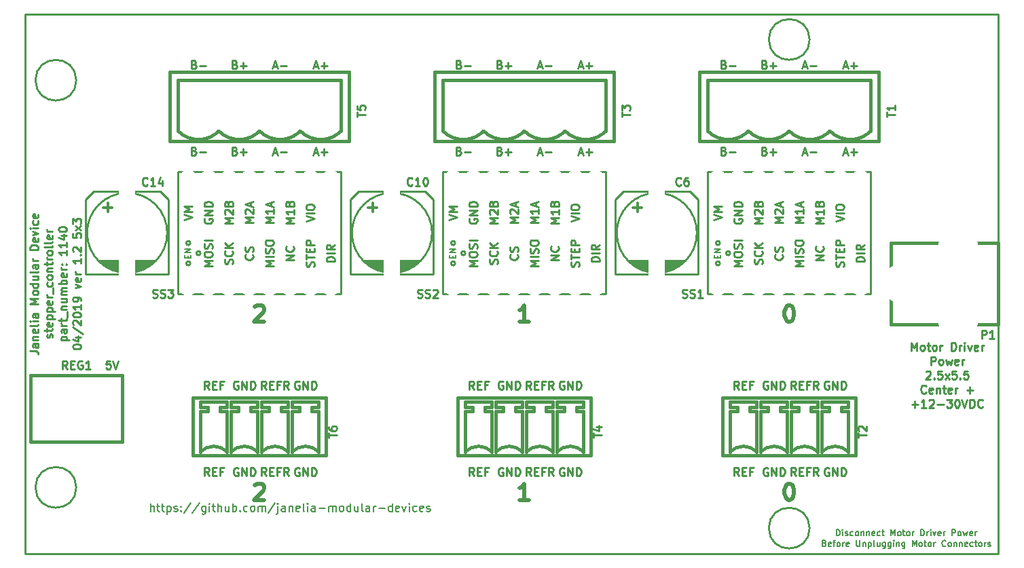
<source format=gto>
%TF.GenerationSoftware,KiCad,Pcbnew,5.1.0-unknown-2447933~82~ubuntu18.04.1*%
%TF.CreationDate,2019-04-02T11:04:36-04:00*%
%TF.ProjectId,stepper_controller_5x3,73746570-7065-4725-9f63-6f6e74726f6c,1.2*%
%TF.SameCoordinates,Original*%
%TF.FileFunction,Legend,Top*%
%TF.FilePolarity,Positive*%
%FSLAX46Y46*%
G04 Gerber Fmt 4.6, Leading zero omitted, Abs format (unit mm)*
G04 Created by KiCad (PCBNEW 5.1.0-unknown-2447933~82~ubuntu18.04.1) date 2019-04-02 11:04:36*
%MOMM*%
%LPD*%
G04 APERTURE LIST*
%ADD10C,0.254000*%
%ADD11C,0.190500*%
%ADD12C,0.508000*%
%ADD13C,0.228600*%
%ADD14C,0.250000*%
%ADD15C,0.381000*%
%ADD16C,0.375000*%
%ADD17C,0.100000*%
%ADD18C,3.400001*%
%ADD19O,2.032000X3.048000*%
%ADD20R,2.000000X4.100000*%
%ADD21O,1.854200X2.540000*%
%ADD22C,3.556000*%
%ADD23R,1.854200X2.540000*%
%ADD24O,5.080000X3.556000*%
%ADD25O,4.064000X5.080000*%
%ADD26O,4.572000X3.556000*%
%ADD27C,1.930400*%
%ADD28O,1.524000X2.540000*%
%ADD29C,2.540000*%
%ADD30C,2.340000*%
G04 APERTURE END LIST*
D10*
X80451476Y-115013619D02*
X79967666Y-115013619D01*
X79919285Y-115497428D01*
X79967666Y-115449047D01*
X80064428Y-115400666D01*
X80306333Y-115400666D01*
X80403095Y-115449047D01*
X80451476Y-115497428D01*
X80499857Y-115594190D01*
X80499857Y-115836095D01*
X80451476Y-115932857D01*
X80403095Y-115981238D01*
X80306333Y-116029619D01*
X80064428Y-116029619D01*
X79967666Y-115981238D01*
X79919285Y-115932857D01*
X80790142Y-115013619D02*
X81128809Y-116029619D01*
X81467476Y-115013619D01*
D11*
X170996428Y-136837964D02*
X170996428Y-136075964D01*
X171177857Y-136075964D01*
X171286714Y-136112250D01*
X171359285Y-136184821D01*
X171395571Y-136257392D01*
X171431857Y-136402535D01*
X171431857Y-136511392D01*
X171395571Y-136656535D01*
X171359285Y-136729107D01*
X171286714Y-136801678D01*
X171177857Y-136837964D01*
X170996428Y-136837964D01*
X171758428Y-136837964D02*
X171758428Y-136329964D01*
X171758428Y-136075964D02*
X171722142Y-136112250D01*
X171758428Y-136148535D01*
X171794714Y-136112250D01*
X171758428Y-136075964D01*
X171758428Y-136148535D01*
X172085000Y-136801678D02*
X172157571Y-136837964D01*
X172302714Y-136837964D01*
X172375285Y-136801678D01*
X172411571Y-136729107D01*
X172411571Y-136692821D01*
X172375285Y-136620250D01*
X172302714Y-136583964D01*
X172193857Y-136583964D01*
X172121285Y-136547678D01*
X172085000Y-136475107D01*
X172085000Y-136438821D01*
X172121285Y-136366250D01*
X172193857Y-136329964D01*
X172302714Y-136329964D01*
X172375285Y-136366250D01*
X173064714Y-136801678D02*
X172992142Y-136837964D01*
X172847000Y-136837964D01*
X172774428Y-136801678D01*
X172738142Y-136765392D01*
X172701857Y-136692821D01*
X172701857Y-136475107D01*
X172738142Y-136402535D01*
X172774428Y-136366250D01*
X172847000Y-136329964D01*
X172992142Y-136329964D01*
X173064714Y-136366250D01*
X173500142Y-136837964D02*
X173427571Y-136801678D01*
X173391285Y-136765392D01*
X173355000Y-136692821D01*
X173355000Y-136475107D01*
X173391285Y-136402535D01*
X173427571Y-136366250D01*
X173500142Y-136329964D01*
X173609000Y-136329964D01*
X173681571Y-136366250D01*
X173717857Y-136402535D01*
X173754142Y-136475107D01*
X173754142Y-136692821D01*
X173717857Y-136765392D01*
X173681571Y-136801678D01*
X173609000Y-136837964D01*
X173500142Y-136837964D01*
X174080714Y-136329964D02*
X174080714Y-136837964D01*
X174080714Y-136402535D02*
X174117000Y-136366250D01*
X174189571Y-136329964D01*
X174298428Y-136329964D01*
X174371000Y-136366250D01*
X174407285Y-136438821D01*
X174407285Y-136837964D01*
X174770142Y-136329964D02*
X174770142Y-136837964D01*
X174770142Y-136402535D02*
X174806428Y-136366250D01*
X174879000Y-136329964D01*
X174987857Y-136329964D01*
X175060428Y-136366250D01*
X175096714Y-136438821D01*
X175096714Y-136837964D01*
X175749857Y-136801678D02*
X175677285Y-136837964D01*
X175532142Y-136837964D01*
X175459571Y-136801678D01*
X175423285Y-136729107D01*
X175423285Y-136438821D01*
X175459571Y-136366250D01*
X175532142Y-136329964D01*
X175677285Y-136329964D01*
X175749857Y-136366250D01*
X175786142Y-136438821D01*
X175786142Y-136511392D01*
X175423285Y-136583964D01*
X176439285Y-136801678D02*
X176366714Y-136837964D01*
X176221571Y-136837964D01*
X176149000Y-136801678D01*
X176112714Y-136765392D01*
X176076428Y-136692821D01*
X176076428Y-136475107D01*
X176112714Y-136402535D01*
X176149000Y-136366250D01*
X176221571Y-136329964D01*
X176366714Y-136329964D01*
X176439285Y-136366250D01*
X176657000Y-136329964D02*
X176947285Y-136329964D01*
X176765857Y-136075964D02*
X176765857Y-136729107D01*
X176802142Y-136801678D01*
X176874714Y-136837964D01*
X176947285Y-136837964D01*
X177781857Y-136837964D02*
X177781857Y-136075964D01*
X178035857Y-136620250D01*
X178289857Y-136075964D01*
X178289857Y-136837964D01*
X178761571Y-136837964D02*
X178689000Y-136801678D01*
X178652714Y-136765392D01*
X178616428Y-136692821D01*
X178616428Y-136475107D01*
X178652714Y-136402535D01*
X178689000Y-136366250D01*
X178761571Y-136329964D01*
X178870428Y-136329964D01*
X178943000Y-136366250D01*
X178979285Y-136402535D01*
X179015571Y-136475107D01*
X179015571Y-136692821D01*
X178979285Y-136765392D01*
X178943000Y-136801678D01*
X178870428Y-136837964D01*
X178761571Y-136837964D01*
X179233285Y-136329964D02*
X179523571Y-136329964D01*
X179342142Y-136075964D02*
X179342142Y-136729107D01*
X179378428Y-136801678D01*
X179451000Y-136837964D01*
X179523571Y-136837964D01*
X179886428Y-136837964D02*
X179813857Y-136801678D01*
X179777571Y-136765392D01*
X179741285Y-136692821D01*
X179741285Y-136475107D01*
X179777571Y-136402535D01*
X179813857Y-136366250D01*
X179886428Y-136329964D01*
X179995285Y-136329964D01*
X180067857Y-136366250D01*
X180104142Y-136402535D01*
X180140428Y-136475107D01*
X180140428Y-136692821D01*
X180104142Y-136765392D01*
X180067857Y-136801678D01*
X179995285Y-136837964D01*
X179886428Y-136837964D01*
X180467000Y-136837964D02*
X180467000Y-136329964D01*
X180467000Y-136475107D02*
X180503285Y-136402535D01*
X180539571Y-136366250D01*
X180612142Y-136329964D01*
X180684714Y-136329964D01*
X181519285Y-136837964D02*
X181519285Y-136075964D01*
X181700714Y-136075964D01*
X181809571Y-136112250D01*
X181882142Y-136184821D01*
X181918428Y-136257392D01*
X181954714Y-136402535D01*
X181954714Y-136511392D01*
X181918428Y-136656535D01*
X181882142Y-136729107D01*
X181809571Y-136801678D01*
X181700714Y-136837964D01*
X181519285Y-136837964D01*
X182281285Y-136837964D02*
X182281285Y-136329964D01*
X182281285Y-136475107D02*
X182317571Y-136402535D01*
X182353857Y-136366250D01*
X182426428Y-136329964D01*
X182499000Y-136329964D01*
X182753000Y-136837964D02*
X182753000Y-136329964D01*
X182753000Y-136075964D02*
X182716714Y-136112250D01*
X182753000Y-136148535D01*
X182789285Y-136112250D01*
X182753000Y-136075964D01*
X182753000Y-136148535D01*
X183043285Y-136329964D02*
X183224714Y-136837964D01*
X183406142Y-136329964D01*
X183986714Y-136801678D02*
X183914142Y-136837964D01*
X183769000Y-136837964D01*
X183696428Y-136801678D01*
X183660142Y-136729107D01*
X183660142Y-136438821D01*
X183696428Y-136366250D01*
X183769000Y-136329964D01*
X183914142Y-136329964D01*
X183986714Y-136366250D01*
X184023000Y-136438821D01*
X184023000Y-136511392D01*
X183660142Y-136583964D01*
X184349571Y-136837964D02*
X184349571Y-136329964D01*
X184349571Y-136475107D02*
X184385857Y-136402535D01*
X184422142Y-136366250D01*
X184494714Y-136329964D01*
X184567285Y-136329964D01*
X185401857Y-136837964D02*
X185401857Y-136075964D01*
X185692142Y-136075964D01*
X185764714Y-136112250D01*
X185801000Y-136148535D01*
X185837285Y-136221107D01*
X185837285Y-136329964D01*
X185801000Y-136402535D01*
X185764714Y-136438821D01*
X185692142Y-136475107D01*
X185401857Y-136475107D01*
X186272714Y-136837964D02*
X186200142Y-136801678D01*
X186163857Y-136765392D01*
X186127571Y-136692821D01*
X186127571Y-136475107D01*
X186163857Y-136402535D01*
X186200142Y-136366250D01*
X186272714Y-136329964D01*
X186381571Y-136329964D01*
X186454142Y-136366250D01*
X186490428Y-136402535D01*
X186526714Y-136475107D01*
X186526714Y-136692821D01*
X186490428Y-136765392D01*
X186454142Y-136801678D01*
X186381571Y-136837964D01*
X186272714Y-136837964D01*
X186780714Y-136329964D02*
X186925857Y-136837964D01*
X187071000Y-136475107D01*
X187216142Y-136837964D01*
X187361285Y-136329964D01*
X187941857Y-136801678D02*
X187869285Y-136837964D01*
X187724142Y-136837964D01*
X187651571Y-136801678D01*
X187615285Y-136729107D01*
X187615285Y-136438821D01*
X187651571Y-136366250D01*
X187724142Y-136329964D01*
X187869285Y-136329964D01*
X187941857Y-136366250D01*
X187978142Y-136438821D01*
X187978142Y-136511392D01*
X187615285Y-136583964D01*
X188304714Y-136837964D02*
X188304714Y-136329964D01*
X188304714Y-136475107D02*
X188341000Y-136402535D01*
X188377285Y-136366250D01*
X188449857Y-136329964D01*
X188522428Y-136329964D01*
X169490571Y-137772321D02*
X169599428Y-137808607D01*
X169635714Y-137844892D01*
X169672000Y-137917464D01*
X169672000Y-138026321D01*
X169635714Y-138098892D01*
X169599428Y-138135178D01*
X169526857Y-138171464D01*
X169236571Y-138171464D01*
X169236571Y-137409464D01*
X169490571Y-137409464D01*
X169563142Y-137445750D01*
X169599428Y-137482035D01*
X169635714Y-137554607D01*
X169635714Y-137627178D01*
X169599428Y-137699750D01*
X169563142Y-137736035D01*
X169490571Y-137772321D01*
X169236571Y-137772321D01*
X170288857Y-138135178D02*
X170216285Y-138171464D01*
X170071142Y-138171464D01*
X169998571Y-138135178D01*
X169962285Y-138062607D01*
X169962285Y-137772321D01*
X169998571Y-137699750D01*
X170071142Y-137663464D01*
X170216285Y-137663464D01*
X170288857Y-137699750D01*
X170325142Y-137772321D01*
X170325142Y-137844892D01*
X169962285Y-137917464D01*
X170542857Y-137663464D02*
X170833142Y-137663464D01*
X170651714Y-138171464D02*
X170651714Y-137518321D01*
X170688000Y-137445750D01*
X170760571Y-137409464D01*
X170833142Y-137409464D01*
X171196000Y-138171464D02*
X171123428Y-138135178D01*
X171087142Y-138098892D01*
X171050857Y-138026321D01*
X171050857Y-137808607D01*
X171087142Y-137736035D01*
X171123428Y-137699750D01*
X171196000Y-137663464D01*
X171304857Y-137663464D01*
X171377428Y-137699750D01*
X171413714Y-137736035D01*
X171450000Y-137808607D01*
X171450000Y-138026321D01*
X171413714Y-138098892D01*
X171377428Y-138135178D01*
X171304857Y-138171464D01*
X171196000Y-138171464D01*
X171776571Y-138171464D02*
X171776571Y-137663464D01*
X171776571Y-137808607D02*
X171812857Y-137736035D01*
X171849142Y-137699750D01*
X171921714Y-137663464D01*
X171994285Y-137663464D01*
X172538571Y-138135178D02*
X172466000Y-138171464D01*
X172320857Y-138171464D01*
X172248285Y-138135178D01*
X172212000Y-138062607D01*
X172212000Y-137772321D01*
X172248285Y-137699750D01*
X172320857Y-137663464D01*
X172466000Y-137663464D01*
X172538571Y-137699750D01*
X172574857Y-137772321D01*
X172574857Y-137844892D01*
X172212000Y-137917464D01*
X173482000Y-137409464D02*
X173482000Y-138026321D01*
X173518285Y-138098892D01*
X173554571Y-138135178D01*
X173627142Y-138171464D01*
X173772285Y-138171464D01*
X173844857Y-138135178D01*
X173881142Y-138098892D01*
X173917428Y-138026321D01*
X173917428Y-137409464D01*
X174280285Y-137663464D02*
X174280285Y-138171464D01*
X174280285Y-137736035D02*
X174316571Y-137699750D01*
X174389142Y-137663464D01*
X174498000Y-137663464D01*
X174570571Y-137699750D01*
X174606857Y-137772321D01*
X174606857Y-138171464D01*
X174969714Y-137663464D02*
X174969714Y-138425464D01*
X174969714Y-137699750D02*
X175042285Y-137663464D01*
X175187428Y-137663464D01*
X175260000Y-137699750D01*
X175296285Y-137736035D01*
X175332571Y-137808607D01*
X175332571Y-138026321D01*
X175296285Y-138098892D01*
X175260000Y-138135178D01*
X175187428Y-138171464D01*
X175042285Y-138171464D01*
X174969714Y-138135178D01*
X175768000Y-138171464D02*
X175695428Y-138135178D01*
X175659142Y-138062607D01*
X175659142Y-137409464D01*
X176384857Y-137663464D02*
X176384857Y-138171464D01*
X176058285Y-137663464D02*
X176058285Y-138062607D01*
X176094571Y-138135178D01*
X176167142Y-138171464D01*
X176276000Y-138171464D01*
X176348571Y-138135178D01*
X176384857Y-138098892D01*
X177074285Y-137663464D02*
X177074285Y-138280321D01*
X177038000Y-138352892D01*
X177001714Y-138389178D01*
X176929142Y-138425464D01*
X176820285Y-138425464D01*
X176747714Y-138389178D01*
X177074285Y-138135178D02*
X177001714Y-138171464D01*
X176856571Y-138171464D01*
X176784000Y-138135178D01*
X176747714Y-138098892D01*
X176711428Y-138026321D01*
X176711428Y-137808607D01*
X176747714Y-137736035D01*
X176784000Y-137699750D01*
X176856571Y-137663464D01*
X177001714Y-137663464D01*
X177074285Y-137699750D01*
X177763714Y-137663464D02*
X177763714Y-138280321D01*
X177727428Y-138352892D01*
X177691142Y-138389178D01*
X177618571Y-138425464D01*
X177509714Y-138425464D01*
X177437142Y-138389178D01*
X177763714Y-138135178D02*
X177691142Y-138171464D01*
X177546000Y-138171464D01*
X177473428Y-138135178D01*
X177437142Y-138098892D01*
X177400857Y-138026321D01*
X177400857Y-137808607D01*
X177437142Y-137736035D01*
X177473428Y-137699750D01*
X177546000Y-137663464D01*
X177691142Y-137663464D01*
X177763714Y-137699750D01*
X178126571Y-138171464D02*
X178126571Y-137663464D01*
X178126571Y-137409464D02*
X178090285Y-137445750D01*
X178126571Y-137482035D01*
X178162857Y-137445750D01*
X178126571Y-137409464D01*
X178126571Y-137482035D01*
X178489428Y-137663464D02*
X178489428Y-138171464D01*
X178489428Y-137736035D02*
X178525714Y-137699750D01*
X178598285Y-137663464D01*
X178707142Y-137663464D01*
X178779714Y-137699750D01*
X178816000Y-137772321D01*
X178816000Y-138171464D01*
X179505428Y-137663464D02*
X179505428Y-138280321D01*
X179469142Y-138352892D01*
X179432857Y-138389178D01*
X179360285Y-138425464D01*
X179251428Y-138425464D01*
X179178857Y-138389178D01*
X179505428Y-138135178D02*
X179432857Y-138171464D01*
X179287714Y-138171464D01*
X179215142Y-138135178D01*
X179178857Y-138098892D01*
X179142571Y-138026321D01*
X179142571Y-137808607D01*
X179178857Y-137736035D01*
X179215142Y-137699750D01*
X179287714Y-137663464D01*
X179432857Y-137663464D01*
X179505428Y-137699750D01*
X180448857Y-138171464D02*
X180448857Y-137409464D01*
X180702857Y-137953750D01*
X180956857Y-137409464D01*
X180956857Y-138171464D01*
X181428571Y-138171464D02*
X181356000Y-138135178D01*
X181319714Y-138098892D01*
X181283428Y-138026321D01*
X181283428Y-137808607D01*
X181319714Y-137736035D01*
X181356000Y-137699750D01*
X181428571Y-137663464D01*
X181537428Y-137663464D01*
X181610000Y-137699750D01*
X181646285Y-137736035D01*
X181682571Y-137808607D01*
X181682571Y-138026321D01*
X181646285Y-138098892D01*
X181610000Y-138135178D01*
X181537428Y-138171464D01*
X181428571Y-138171464D01*
X181900285Y-137663464D02*
X182190571Y-137663464D01*
X182009142Y-137409464D02*
X182009142Y-138062607D01*
X182045428Y-138135178D01*
X182118000Y-138171464D01*
X182190571Y-138171464D01*
X182553428Y-138171464D02*
X182480857Y-138135178D01*
X182444571Y-138098892D01*
X182408285Y-138026321D01*
X182408285Y-137808607D01*
X182444571Y-137736035D01*
X182480857Y-137699750D01*
X182553428Y-137663464D01*
X182662285Y-137663464D01*
X182734857Y-137699750D01*
X182771142Y-137736035D01*
X182807428Y-137808607D01*
X182807428Y-138026321D01*
X182771142Y-138098892D01*
X182734857Y-138135178D01*
X182662285Y-138171464D01*
X182553428Y-138171464D01*
X183134000Y-138171464D02*
X183134000Y-137663464D01*
X183134000Y-137808607D02*
X183170285Y-137736035D01*
X183206571Y-137699750D01*
X183279142Y-137663464D01*
X183351714Y-137663464D01*
X184621714Y-138098892D02*
X184585428Y-138135178D01*
X184476571Y-138171464D01*
X184404000Y-138171464D01*
X184295142Y-138135178D01*
X184222571Y-138062607D01*
X184186285Y-137990035D01*
X184150000Y-137844892D01*
X184150000Y-137736035D01*
X184186285Y-137590892D01*
X184222571Y-137518321D01*
X184295142Y-137445750D01*
X184404000Y-137409464D01*
X184476571Y-137409464D01*
X184585428Y-137445750D01*
X184621714Y-137482035D01*
X185057142Y-138171464D02*
X184984571Y-138135178D01*
X184948285Y-138098892D01*
X184912000Y-138026321D01*
X184912000Y-137808607D01*
X184948285Y-137736035D01*
X184984571Y-137699750D01*
X185057142Y-137663464D01*
X185166000Y-137663464D01*
X185238571Y-137699750D01*
X185274857Y-137736035D01*
X185311142Y-137808607D01*
X185311142Y-138026321D01*
X185274857Y-138098892D01*
X185238571Y-138135178D01*
X185166000Y-138171464D01*
X185057142Y-138171464D01*
X185637714Y-137663464D02*
X185637714Y-138171464D01*
X185637714Y-137736035D02*
X185674000Y-137699750D01*
X185746571Y-137663464D01*
X185855428Y-137663464D01*
X185928000Y-137699750D01*
X185964285Y-137772321D01*
X185964285Y-138171464D01*
X186327142Y-137663464D02*
X186327142Y-138171464D01*
X186327142Y-137736035D02*
X186363428Y-137699750D01*
X186436000Y-137663464D01*
X186544857Y-137663464D01*
X186617428Y-137699750D01*
X186653714Y-137772321D01*
X186653714Y-138171464D01*
X187306857Y-138135178D02*
X187234285Y-138171464D01*
X187089142Y-138171464D01*
X187016571Y-138135178D01*
X186980285Y-138062607D01*
X186980285Y-137772321D01*
X187016571Y-137699750D01*
X187089142Y-137663464D01*
X187234285Y-137663464D01*
X187306857Y-137699750D01*
X187343142Y-137772321D01*
X187343142Y-137844892D01*
X186980285Y-137917464D01*
X187996285Y-138135178D02*
X187923714Y-138171464D01*
X187778571Y-138171464D01*
X187706000Y-138135178D01*
X187669714Y-138098892D01*
X187633428Y-138026321D01*
X187633428Y-137808607D01*
X187669714Y-137736035D01*
X187706000Y-137699750D01*
X187778571Y-137663464D01*
X187923714Y-137663464D01*
X187996285Y-137699750D01*
X188214000Y-137663464D02*
X188504285Y-137663464D01*
X188322857Y-137409464D02*
X188322857Y-138062607D01*
X188359142Y-138135178D01*
X188431714Y-138171464D01*
X188504285Y-138171464D01*
X188867142Y-138171464D02*
X188794571Y-138135178D01*
X188758285Y-138098892D01*
X188722000Y-138026321D01*
X188722000Y-137808607D01*
X188758285Y-137736035D01*
X188794571Y-137699750D01*
X188867142Y-137663464D01*
X188976000Y-137663464D01*
X189048571Y-137699750D01*
X189084857Y-137736035D01*
X189121142Y-137808607D01*
X189121142Y-138026321D01*
X189084857Y-138098892D01*
X189048571Y-138135178D01*
X188976000Y-138171464D01*
X188867142Y-138171464D01*
X189447714Y-138171464D02*
X189447714Y-137663464D01*
X189447714Y-137808607D02*
X189484000Y-137736035D01*
X189520285Y-137699750D01*
X189592857Y-137663464D01*
X189665428Y-137663464D01*
X189883142Y-138135178D02*
X189955714Y-138171464D01*
X190100857Y-138171464D01*
X190173428Y-138135178D01*
X190209714Y-138062607D01*
X190209714Y-138026321D01*
X190173428Y-137953750D01*
X190100857Y-137917464D01*
X189992000Y-137917464D01*
X189919428Y-137881178D01*
X189883142Y-137808607D01*
X189883142Y-137772321D01*
X189919428Y-137699750D01*
X189992000Y-137663464D01*
X190100857Y-137663464D01*
X190173428Y-137699750D01*
D10*
X180333952Y-113743619D02*
X180333952Y-112727619D01*
X180672619Y-113453333D01*
X181011285Y-112727619D01*
X181011285Y-113743619D01*
X181640238Y-113743619D02*
X181543476Y-113695238D01*
X181495095Y-113646857D01*
X181446714Y-113550095D01*
X181446714Y-113259809D01*
X181495095Y-113163047D01*
X181543476Y-113114666D01*
X181640238Y-113066285D01*
X181785380Y-113066285D01*
X181882142Y-113114666D01*
X181930523Y-113163047D01*
X181978904Y-113259809D01*
X181978904Y-113550095D01*
X181930523Y-113646857D01*
X181882142Y-113695238D01*
X181785380Y-113743619D01*
X181640238Y-113743619D01*
X182269190Y-113066285D02*
X182656238Y-113066285D01*
X182414333Y-112727619D02*
X182414333Y-113598476D01*
X182462714Y-113695238D01*
X182559476Y-113743619D01*
X182656238Y-113743619D01*
X183140047Y-113743619D02*
X183043285Y-113695238D01*
X182994904Y-113646857D01*
X182946523Y-113550095D01*
X182946523Y-113259809D01*
X182994904Y-113163047D01*
X183043285Y-113114666D01*
X183140047Y-113066285D01*
X183285190Y-113066285D01*
X183381952Y-113114666D01*
X183430333Y-113163047D01*
X183478714Y-113259809D01*
X183478714Y-113550095D01*
X183430333Y-113646857D01*
X183381952Y-113695238D01*
X183285190Y-113743619D01*
X183140047Y-113743619D01*
X183914142Y-113743619D02*
X183914142Y-113066285D01*
X183914142Y-113259809D02*
X183962523Y-113163047D01*
X184010904Y-113114666D01*
X184107666Y-113066285D01*
X184204428Y-113066285D01*
X185317190Y-113743619D02*
X185317190Y-112727619D01*
X185559095Y-112727619D01*
X185704238Y-112776000D01*
X185801000Y-112872761D01*
X185849380Y-112969523D01*
X185897761Y-113163047D01*
X185897761Y-113308190D01*
X185849380Y-113501714D01*
X185801000Y-113598476D01*
X185704238Y-113695238D01*
X185559095Y-113743619D01*
X185317190Y-113743619D01*
X186333190Y-113743619D02*
X186333190Y-113066285D01*
X186333190Y-113259809D02*
X186381571Y-113163047D01*
X186429952Y-113114666D01*
X186526714Y-113066285D01*
X186623476Y-113066285D01*
X186962142Y-113743619D02*
X186962142Y-113066285D01*
X186962142Y-112727619D02*
X186913761Y-112776000D01*
X186962142Y-112824380D01*
X187010523Y-112776000D01*
X186962142Y-112727619D01*
X186962142Y-112824380D01*
X187349190Y-113066285D02*
X187591095Y-113743619D01*
X187833000Y-113066285D01*
X188607095Y-113695238D02*
X188510333Y-113743619D01*
X188316809Y-113743619D01*
X188220047Y-113695238D01*
X188171666Y-113598476D01*
X188171666Y-113211428D01*
X188220047Y-113114666D01*
X188316809Y-113066285D01*
X188510333Y-113066285D01*
X188607095Y-113114666D01*
X188655476Y-113211428D01*
X188655476Y-113308190D01*
X188171666Y-113404952D01*
X189090904Y-113743619D02*
X189090904Y-113066285D01*
X189090904Y-113259809D02*
X189139285Y-113163047D01*
X189187666Y-113114666D01*
X189284428Y-113066285D01*
X189381190Y-113066285D01*
X182777190Y-115521619D02*
X182777190Y-114505619D01*
X183164238Y-114505619D01*
X183261000Y-114554000D01*
X183309380Y-114602380D01*
X183357761Y-114699142D01*
X183357761Y-114844285D01*
X183309380Y-114941047D01*
X183261000Y-114989428D01*
X183164238Y-115037809D01*
X182777190Y-115037809D01*
X183938333Y-115521619D02*
X183841571Y-115473238D01*
X183793190Y-115424857D01*
X183744809Y-115328095D01*
X183744809Y-115037809D01*
X183793190Y-114941047D01*
X183841571Y-114892666D01*
X183938333Y-114844285D01*
X184083476Y-114844285D01*
X184180238Y-114892666D01*
X184228619Y-114941047D01*
X184277000Y-115037809D01*
X184277000Y-115328095D01*
X184228619Y-115424857D01*
X184180238Y-115473238D01*
X184083476Y-115521619D01*
X183938333Y-115521619D01*
X184615666Y-114844285D02*
X184809190Y-115521619D01*
X185002714Y-115037809D01*
X185196238Y-115521619D01*
X185389761Y-114844285D01*
X186163857Y-115473238D02*
X186067095Y-115521619D01*
X185873571Y-115521619D01*
X185776809Y-115473238D01*
X185728428Y-115376476D01*
X185728428Y-114989428D01*
X185776809Y-114892666D01*
X185873571Y-114844285D01*
X186067095Y-114844285D01*
X186163857Y-114892666D01*
X186212238Y-114989428D01*
X186212238Y-115086190D01*
X185728428Y-115182952D01*
X186647666Y-115521619D02*
X186647666Y-114844285D01*
X186647666Y-115037809D02*
X186696047Y-114941047D01*
X186744428Y-114892666D01*
X186841190Y-114844285D01*
X186937952Y-114844285D01*
X182148238Y-116380380D02*
X182196619Y-116332000D01*
X182293380Y-116283619D01*
X182535285Y-116283619D01*
X182632047Y-116332000D01*
X182680428Y-116380380D01*
X182728809Y-116477142D01*
X182728809Y-116573904D01*
X182680428Y-116719047D01*
X182099857Y-117299619D01*
X182728809Y-117299619D01*
X183164238Y-117202857D02*
X183212619Y-117251238D01*
X183164238Y-117299619D01*
X183115857Y-117251238D01*
X183164238Y-117202857D01*
X183164238Y-117299619D01*
X184131857Y-116283619D02*
X183648047Y-116283619D01*
X183599666Y-116767428D01*
X183648047Y-116719047D01*
X183744809Y-116670666D01*
X183986714Y-116670666D01*
X184083476Y-116719047D01*
X184131857Y-116767428D01*
X184180238Y-116864190D01*
X184180238Y-117106095D01*
X184131857Y-117202857D01*
X184083476Y-117251238D01*
X183986714Y-117299619D01*
X183744809Y-117299619D01*
X183648047Y-117251238D01*
X183599666Y-117202857D01*
X184518904Y-117299619D02*
X185051095Y-116622285D01*
X184518904Y-116622285D02*
X185051095Y-117299619D01*
X185921952Y-116283619D02*
X185438142Y-116283619D01*
X185389761Y-116767428D01*
X185438142Y-116719047D01*
X185534904Y-116670666D01*
X185776809Y-116670666D01*
X185873571Y-116719047D01*
X185921952Y-116767428D01*
X185970333Y-116864190D01*
X185970333Y-117106095D01*
X185921952Y-117202857D01*
X185873571Y-117251238D01*
X185776809Y-117299619D01*
X185534904Y-117299619D01*
X185438142Y-117251238D01*
X185389761Y-117202857D01*
X186405761Y-117202857D02*
X186454142Y-117251238D01*
X186405761Y-117299619D01*
X186357380Y-117251238D01*
X186405761Y-117202857D01*
X186405761Y-117299619D01*
X187373380Y-116283619D02*
X186889571Y-116283619D01*
X186841190Y-116767428D01*
X186889571Y-116719047D01*
X186986333Y-116670666D01*
X187228238Y-116670666D01*
X187325000Y-116719047D01*
X187373380Y-116767428D01*
X187421761Y-116864190D01*
X187421761Y-117106095D01*
X187373380Y-117202857D01*
X187325000Y-117251238D01*
X187228238Y-117299619D01*
X186986333Y-117299619D01*
X186889571Y-117251238D01*
X186841190Y-117202857D01*
X182148238Y-118980857D02*
X182099857Y-119029238D01*
X181954714Y-119077619D01*
X181857952Y-119077619D01*
X181712809Y-119029238D01*
X181616047Y-118932476D01*
X181567666Y-118835714D01*
X181519285Y-118642190D01*
X181519285Y-118497047D01*
X181567666Y-118303523D01*
X181616047Y-118206761D01*
X181712809Y-118110000D01*
X181857952Y-118061619D01*
X181954714Y-118061619D01*
X182099857Y-118110000D01*
X182148238Y-118158380D01*
X182970714Y-119029238D02*
X182873952Y-119077619D01*
X182680428Y-119077619D01*
X182583666Y-119029238D01*
X182535285Y-118932476D01*
X182535285Y-118545428D01*
X182583666Y-118448666D01*
X182680428Y-118400285D01*
X182873952Y-118400285D01*
X182970714Y-118448666D01*
X183019095Y-118545428D01*
X183019095Y-118642190D01*
X182535285Y-118738952D01*
X183454523Y-118400285D02*
X183454523Y-119077619D01*
X183454523Y-118497047D02*
X183502904Y-118448666D01*
X183599666Y-118400285D01*
X183744809Y-118400285D01*
X183841571Y-118448666D01*
X183889952Y-118545428D01*
X183889952Y-119077619D01*
X184228619Y-118400285D02*
X184615666Y-118400285D01*
X184373761Y-118061619D02*
X184373761Y-118932476D01*
X184422142Y-119029238D01*
X184518904Y-119077619D01*
X184615666Y-119077619D01*
X185341380Y-119029238D02*
X185244619Y-119077619D01*
X185051095Y-119077619D01*
X184954333Y-119029238D01*
X184905952Y-118932476D01*
X184905952Y-118545428D01*
X184954333Y-118448666D01*
X185051095Y-118400285D01*
X185244619Y-118400285D01*
X185341380Y-118448666D01*
X185389761Y-118545428D01*
X185389761Y-118642190D01*
X184905952Y-118738952D01*
X185825190Y-119077619D02*
X185825190Y-118400285D01*
X185825190Y-118593809D02*
X185873571Y-118497047D01*
X185921952Y-118448666D01*
X186018714Y-118400285D01*
X186115476Y-118400285D01*
X187228238Y-118690571D02*
X188002333Y-118690571D01*
X187615285Y-119077619D02*
X187615285Y-118303523D01*
X180382333Y-120468571D02*
X181156428Y-120468571D01*
X180769380Y-120855619D02*
X180769380Y-120081523D01*
X182172428Y-120855619D02*
X181591857Y-120855619D01*
X181882142Y-120855619D02*
X181882142Y-119839619D01*
X181785380Y-119984761D01*
X181688619Y-120081523D01*
X181591857Y-120129904D01*
X182559476Y-119936380D02*
X182607857Y-119888000D01*
X182704619Y-119839619D01*
X182946523Y-119839619D01*
X183043285Y-119888000D01*
X183091666Y-119936380D01*
X183140047Y-120033142D01*
X183140047Y-120129904D01*
X183091666Y-120275047D01*
X182511095Y-120855619D01*
X183140047Y-120855619D01*
X183575476Y-120468571D02*
X184349571Y-120468571D01*
X184736619Y-119839619D02*
X185365571Y-119839619D01*
X185026904Y-120226666D01*
X185172047Y-120226666D01*
X185268809Y-120275047D01*
X185317190Y-120323428D01*
X185365571Y-120420190D01*
X185365571Y-120662095D01*
X185317190Y-120758857D01*
X185268809Y-120807238D01*
X185172047Y-120855619D01*
X184881761Y-120855619D01*
X184785000Y-120807238D01*
X184736619Y-120758857D01*
X185994523Y-119839619D02*
X186091285Y-119839619D01*
X186188047Y-119888000D01*
X186236428Y-119936380D01*
X186284809Y-120033142D01*
X186333190Y-120226666D01*
X186333190Y-120468571D01*
X186284809Y-120662095D01*
X186236428Y-120758857D01*
X186188047Y-120807238D01*
X186091285Y-120855619D01*
X185994523Y-120855619D01*
X185897761Y-120807238D01*
X185849380Y-120758857D01*
X185801000Y-120662095D01*
X185752619Y-120468571D01*
X185752619Y-120226666D01*
X185801000Y-120033142D01*
X185849380Y-119936380D01*
X185897761Y-119888000D01*
X185994523Y-119839619D01*
X186623476Y-119839619D02*
X186962142Y-120855619D01*
X187300809Y-119839619D01*
X187639476Y-120855619D02*
X187639476Y-119839619D01*
X187881380Y-119839619D01*
X188026523Y-119888000D01*
X188123285Y-119984761D01*
X188171666Y-120081523D01*
X188220047Y-120275047D01*
X188220047Y-120420190D01*
X188171666Y-120613714D01*
X188123285Y-120710476D01*
X188026523Y-120807238D01*
X187881380Y-120855619D01*
X187639476Y-120855619D01*
X189236047Y-120758857D02*
X189187666Y-120807238D01*
X189042523Y-120855619D01*
X188945761Y-120855619D01*
X188800619Y-120807238D01*
X188703857Y-120710476D01*
X188655476Y-120613714D01*
X188607095Y-120420190D01*
X188607095Y-120275047D01*
X188655476Y-120081523D01*
X188703857Y-119984761D01*
X188800619Y-119888000D01*
X188945761Y-119839619D01*
X189042523Y-119839619D01*
X189187666Y-119888000D01*
X189236047Y-119936380D01*
D12*
X98479428Y-108300761D02*
X98576190Y-108204000D01*
X98769714Y-108107238D01*
X99253523Y-108107238D01*
X99447047Y-108204000D01*
X99543809Y-108300761D01*
X99640571Y-108494285D01*
X99640571Y-108687809D01*
X99543809Y-108978095D01*
X98382666Y-110139238D01*
X99640571Y-110139238D01*
X132660571Y-110139238D02*
X131499428Y-110139238D01*
X132080000Y-110139238D02*
X132080000Y-108107238D01*
X131886476Y-108397523D01*
X131692952Y-108591047D01*
X131499428Y-108687809D01*
X165003238Y-108107238D02*
X165196761Y-108107238D01*
X165390285Y-108204000D01*
X165487047Y-108300761D01*
X165583809Y-108494285D01*
X165680571Y-108881333D01*
X165680571Y-109365142D01*
X165583809Y-109752190D01*
X165487047Y-109945714D01*
X165390285Y-110042476D01*
X165196761Y-110139238D01*
X165003238Y-110139238D01*
X164809714Y-110042476D01*
X164712952Y-109945714D01*
X164616190Y-109752190D01*
X164519428Y-109365142D01*
X164519428Y-108881333D01*
X164616190Y-108494285D01*
X164712952Y-108300761D01*
X164809714Y-108204000D01*
X165003238Y-108107238D01*
D10*
X92764428Y-129364619D02*
X92425761Y-128880809D01*
X92183857Y-129364619D02*
X92183857Y-128348619D01*
X92570904Y-128348619D01*
X92667666Y-128397000D01*
X92716047Y-128445380D01*
X92764428Y-128542142D01*
X92764428Y-128687285D01*
X92716047Y-128784047D01*
X92667666Y-128832428D01*
X92570904Y-128880809D01*
X92183857Y-128880809D01*
X93199857Y-128832428D02*
X93538523Y-128832428D01*
X93683666Y-129364619D02*
X93199857Y-129364619D01*
X93199857Y-128348619D01*
X93683666Y-128348619D01*
X94457761Y-128832428D02*
X94119095Y-128832428D01*
X94119095Y-129364619D02*
X94119095Y-128348619D01*
X94602904Y-128348619D01*
X92764428Y-118569619D02*
X92425761Y-118085809D01*
X92183857Y-118569619D02*
X92183857Y-117553619D01*
X92570904Y-117553619D01*
X92667666Y-117602000D01*
X92716047Y-117650380D01*
X92764428Y-117747142D01*
X92764428Y-117892285D01*
X92716047Y-117989047D01*
X92667666Y-118037428D01*
X92570904Y-118085809D01*
X92183857Y-118085809D01*
X93199857Y-118037428D02*
X93538523Y-118037428D01*
X93683666Y-118569619D02*
X93199857Y-118569619D01*
X93199857Y-117553619D01*
X93683666Y-117553619D01*
X94457761Y-118037428D02*
X94119095Y-118037428D01*
X94119095Y-118569619D02*
X94119095Y-117553619D01*
X94602904Y-117553619D01*
X96380904Y-128397000D02*
X96284142Y-128348619D01*
X96139000Y-128348619D01*
X95993857Y-128397000D01*
X95897095Y-128493761D01*
X95848714Y-128590523D01*
X95800333Y-128784047D01*
X95800333Y-128929190D01*
X95848714Y-129122714D01*
X95897095Y-129219476D01*
X95993857Y-129316238D01*
X96139000Y-129364619D01*
X96235761Y-129364619D01*
X96380904Y-129316238D01*
X96429285Y-129267857D01*
X96429285Y-128929190D01*
X96235761Y-128929190D01*
X96864714Y-129364619D02*
X96864714Y-128348619D01*
X97445285Y-129364619D01*
X97445285Y-128348619D01*
X97929095Y-129364619D02*
X97929095Y-128348619D01*
X98171000Y-128348619D01*
X98316142Y-128397000D01*
X98412904Y-128493761D01*
X98461285Y-128590523D01*
X98509666Y-128784047D01*
X98509666Y-128929190D01*
X98461285Y-129122714D01*
X98412904Y-129219476D01*
X98316142Y-129316238D01*
X98171000Y-129364619D01*
X97929095Y-129364619D01*
X104000904Y-128397000D02*
X103904142Y-128348619D01*
X103759000Y-128348619D01*
X103613857Y-128397000D01*
X103517095Y-128493761D01*
X103468714Y-128590523D01*
X103420333Y-128784047D01*
X103420333Y-128929190D01*
X103468714Y-129122714D01*
X103517095Y-129219476D01*
X103613857Y-129316238D01*
X103759000Y-129364619D01*
X103855761Y-129364619D01*
X104000904Y-129316238D01*
X104049285Y-129267857D01*
X104049285Y-128929190D01*
X103855761Y-128929190D01*
X104484714Y-129364619D02*
X104484714Y-128348619D01*
X105065285Y-129364619D01*
X105065285Y-128348619D01*
X105549095Y-129364619D02*
X105549095Y-128348619D01*
X105791000Y-128348619D01*
X105936142Y-128397000D01*
X106032904Y-128493761D01*
X106081285Y-128590523D01*
X106129666Y-128784047D01*
X106129666Y-128929190D01*
X106081285Y-129122714D01*
X106032904Y-129219476D01*
X105936142Y-129316238D01*
X105791000Y-129364619D01*
X105549095Y-129364619D01*
X99876428Y-129364619D02*
X99537761Y-128880809D01*
X99295857Y-129364619D02*
X99295857Y-128348619D01*
X99682904Y-128348619D01*
X99779666Y-128397000D01*
X99828047Y-128445380D01*
X99876428Y-128542142D01*
X99876428Y-128687285D01*
X99828047Y-128784047D01*
X99779666Y-128832428D01*
X99682904Y-128880809D01*
X99295857Y-128880809D01*
X100311857Y-128832428D02*
X100650523Y-128832428D01*
X100795666Y-129364619D02*
X100311857Y-129364619D01*
X100311857Y-128348619D01*
X100795666Y-128348619D01*
X101569761Y-128832428D02*
X101231095Y-128832428D01*
X101231095Y-129364619D02*
X101231095Y-128348619D01*
X101714904Y-128348619D01*
X102682523Y-129364619D02*
X102343857Y-128880809D01*
X102101952Y-129364619D02*
X102101952Y-128348619D01*
X102489000Y-128348619D01*
X102585761Y-128397000D01*
X102634142Y-128445380D01*
X102682523Y-128542142D01*
X102682523Y-128687285D01*
X102634142Y-128784047D01*
X102585761Y-128832428D01*
X102489000Y-128880809D01*
X102101952Y-128880809D01*
X99876428Y-118569619D02*
X99537761Y-118085809D01*
X99295857Y-118569619D02*
X99295857Y-117553619D01*
X99682904Y-117553619D01*
X99779666Y-117602000D01*
X99828047Y-117650380D01*
X99876428Y-117747142D01*
X99876428Y-117892285D01*
X99828047Y-117989047D01*
X99779666Y-118037428D01*
X99682904Y-118085809D01*
X99295857Y-118085809D01*
X100311857Y-118037428D02*
X100650523Y-118037428D01*
X100795666Y-118569619D02*
X100311857Y-118569619D01*
X100311857Y-117553619D01*
X100795666Y-117553619D01*
X101569761Y-118037428D02*
X101231095Y-118037428D01*
X101231095Y-118569619D02*
X101231095Y-117553619D01*
X101714904Y-117553619D01*
X102682523Y-118569619D02*
X102343857Y-118085809D01*
X102101952Y-118569619D02*
X102101952Y-117553619D01*
X102489000Y-117553619D01*
X102585761Y-117602000D01*
X102634142Y-117650380D01*
X102682523Y-117747142D01*
X102682523Y-117892285D01*
X102634142Y-117989047D01*
X102585761Y-118037428D01*
X102489000Y-118085809D01*
X102101952Y-118085809D01*
X125784428Y-129364619D02*
X125445761Y-128880809D01*
X125203857Y-129364619D02*
X125203857Y-128348619D01*
X125590904Y-128348619D01*
X125687666Y-128397000D01*
X125736047Y-128445380D01*
X125784428Y-128542142D01*
X125784428Y-128687285D01*
X125736047Y-128784047D01*
X125687666Y-128832428D01*
X125590904Y-128880809D01*
X125203857Y-128880809D01*
X126219857Y-128832428D02*
X126558523Y-128832428D01*
X126703666Y-129364619D02*
X126219857Y-129364619D01*
X126219857Y-128348619D01*
X126703666Y-128348619D01*
X127477761Y-128832428D02*
X127139095Y-128832428D01*
X127139095Y-129364619D02*
X127139095Y-128348619D01*
X127622904Y-128348619D01*
X125784428Y-118569619D02*
X125445761Y-118085809D01*
X125203857Y-118569619D02*
X125203857Y-117553619D01*
X125590904Y-117553619D01*
X125687666Y-117602000D01*
X125736047Y-117650380D01*
X125784428Y-117747142D01*
X125784428Y-117892285D01*
X125736047Y-117989047D01*
X125687666Y-118037428D01*
X125590904Y-118085809D01*
X125203857Y-118085809D01*
X126219857Y-118037428D02*
X126558523Y-118037428D01*
X126703666Y-118569619D02*
X126219857Y-118569619D01*
X126219857Y-117553619D01*
X126703666Y-117553619D01*
X127477761Y-118037428D02*
X127139095Y-118037428D01*
X127139095Y-118569619D02*
X127139095Y-117553619D01*
X127622904Y-117553619D01*
X129400904Y-128397000D02*
X129304142Y-128348619D01*
X129159000Y-128348619D01*
X129013857Y-128397000D01*
X128917095Y-128493761D01*
X128868714Y-128590523D01*
X128820333Y-128784047D01*
X128820333Y-128929190D01*
X128868714Y-129122714D01*
X128917095Y-129219476D01*
X129013857Y-129316238D01*
X129159000Y-129364619D01*
X129255761Y-129364619D01*
X129400904Y-129316238D01*
X129449285Y-129267857D01*
X129449285Y-128929190D01*
X129255761Y-128929190D01*
X129884714Y-129364619D02*
X129884714Y-128348619D01*
X130465285Y-129364619D01*
X130465285Y-128348619D01*
X130949095Y-129364619D02*
X130949095Y-128348619D01*
X131191000Y-128348619D01*
X131336142Y-128397000D01*
X131432904Y-128493761D01*
X131481285Y-128590523D01*
X131529666Y-128784047D01*
X131529666Y-128929190D01*
X131481285Y-129122714D01*
X131432904Y-129219476D01*
X131336142Y-129316238D01*
X131191000Y-129364619D01*
X130949095Y-129364619D01*
X137020904Y-128397000D02*
X136924142Y-128348619D01*
X136779000Y-128348619D01*
X136633857Y-128397000D01*
X136537095Y-128493761D01*
X136488714Y-128590523D01*
X136440333Y-128784047D01*
X136440333Y-128929190D01*
X136488714Y-129122714D01*
X136537095Y-129219476D01*
X136633857Y-129316238D01*
X136779000Y-129364619D01*
X136875761Y-129364619D01*
X137020904Y-129316238D01*
X137069285Y-129267857D01*
X137069285Y-128929190D01*
X136875761Y-128929190D01*
X137504714Y-129364619D02*
X137504714Y-128348619D01*
X138085285Y-129364619D01*
X138085285Y-128348619D01*
X138569095Y-129364619D02*
X138569095Y-128348619D01*
X138811000Y-128348619D01*
X138956142Y-128397000D01*
X139052904Y-128493761D01*
X139101285Y-128590523D01*
X139149666Y-128784047D01*
X139149666Y-128929190D01*
X139101285Y-129122714D01*
X139052904Y-129219476D01*
X138956142Y-129316238D01*
X138811000Y-129364619D01*
X138569095Y-129364619D01*
X132896428Y-129364619D02*
X132557761Y-128880809D01*
X132315857Y-129364619D02*
X132315857Y-128348619D01*
X132702904Y-128348619D01*
X132799666Y-128397000D01*
X132848047Y-128445380D01*
X132896428Y-128542142D01*
X132896428Y-128687285D01*
X132848047Y-128784047D01*
X132799666Y-128832428D01*
X132702904Y-128880809D01*
X132315857Y-128880809D01*
X133331857Y-128832428D02*
X133670523Y-128832428D01*
X133815666Y-129364619D02*
X133331857Y-129364619D01*
X133331857Y-128348619D01*
X133815666Y-128348619D01*
X134589761Y-128832428D02*
X134251095Y-128832428D01*
X134251095Y-129364619D02*
X134251095Y-128348619D01*
X134734904Y-128348619D01*
X135702523Y-129364619D02*
X135363857Y-128880809D01*
X135121952Y-129364619D02*
X135121952Y-128348619D01*
X135509000Y-128348619D01*
X135605761Y-128397000D01*
X135654142Y-128445380D01*
X135702523Y-128542142D01*
X135702523Y-128687285D01*
X135654142Y-128784047D01*
X135605761Y-128832428D01*
X135509000Y-128880809D01*
X135121952Y-128880809D01*
X132896428Y-118569619D02*
X132557761Y-118085809D01*
X132315857Y-118569619D02*
X132315857Y-117553619D01*
X132702904Y-117553619D01*
X132799666Y-117602000D01*
X132848047Y-117650380D01*
X132896428Y-117747142D01*
X132896428Y-117892285D01*
X132848047Y-117989047D01*
X132799666Y-118037428D01*
X132702904Y-118085809D01*
X132315857Y-118085809D01*
X133331857Y-118037428D02*
X133670523Y-118037428D01*
X133815666Y-118569619D02*
X133331857Y-118569619D01*
X133331857Y-117553619D01*
X133815666Y-117553619D01*
X134589761Y-118037428D02*
X134251095Y-118037428D01*
X134251095Y-118569619D02*
X134251095Y-117553619D01*
X134734904Y-117553619D01*
X135702523Y-118569619D02*
X135363857Y-118085809D01*
X135121952Y-118569619D02*
X135121952Y-117553619D01*
X135509000Y-117553619D01*
X135605761Y-117602000D01*
X135654142Y-117650380D01*
X135702523Y-117747142D01*
X135702523Y-117892285D01*
X135654142Y-117989047D01*
X135605761Y-118037428D01*
X135509000Y-118085809D01*
X135121952Y-118085809D01*
X158804428Y-129364619D02*
X158465761Y-128880809D01*
X158223857Y-129364619D02*
X158223857Y-128348619D01*
X158610904Y-128348619D01*
X158707666Y-128397000D01*
X158756047Y-128445380D01*
X158804428Y-128542142D01*
X158804428Y-128687285D01*
X158756047Y-128784047D01*
X158707666Y-128832428D01*
X158610904Y-128880809D01*
X158223857Y-128880809D01*
X159239857Y-128832428D02*
X159578523Y-128832428D01*
X159723666Y-129364619D02*
X159239857Y-129364619D01*
X159239857Y-128348619D01*
X159723666Y-128348619D01*
X160497761Y-128832428D02*
X160159095Y-128832428D01*
X160159095Y-129364619D02*
X160159095Y-128348619D01*
X160642904Y-128348619D01*
X162420904Y-128397000D02*
X162324142Y-128348619D01*
X162179000Y-128348619D01*
X162033857Y-128397000D01*
X161937095Y-128493761D01*
X161888714Y-128590523D01*
X161840333Y-128784047D01*
X161840333Y-128929190D01*
X161888714Y-129122714D01*
X161937095Y-129219476D01*
X162033857Y-129316238D01*
X162179000Y-129364619D01*
X162275761Y-129364619D01*
X162420904Y-129316238D01*
X162469285Y-129267857D01*
X162469285Y-128929190D01*
X162275761Y-128929190D01*
X162904714Y-129364619D02*
X162904714Y-128348619D01*
X163485285Y-129364619D01*
X163485285Y-128348619D01*
X163969095Y-129364619D02*
X163969095Y-128348619D01*
X164211000Y-128348619D01*
X164356142Y-128397000D01*
X164452904Y-128493761D01*
X164501285Y-128590523D01*
X164549666Y-128784047D01*
X164549666Y-128929190D01*
X164501285Y-129122714D01*
X164452904Y-129219476D01*
X164356142Y-129316238D01*
X164211000Y-129364619D01*
X163969095Y-129364619D01*
X165916428Y-129364619D02*
X165577761Y-128880809D01*
X165335857Y-129364619D02*
X165335857Y-128348619D01*
X165722904Y-128348619D01*
X165819666Y-128397000D01*
X165868047Y-128445380D01*
X165916428Y-128542142D01*
X165916428Y-128687285D01*
X165868047Y-128784047D01*
X165819666Y-128832428D01*
X165722904Y-128880809D01*
X165335857Y-128880809D01*
X166351857Y-128832428D02*
X166690523Y-128832428D01*
X166835666Y-129364619D02*
X166351857Y-129364619D01*
X166351857Y-128348619D01*
X166835666Y-128348619D01*
X167609761Y-128832428D02*
X167271095Y-128832428D01*
X167271095Y-129364619D02*
X167271095Y-128348619D01*
X167754904Y-128348619D01*
X168722523Y-129364619D02*
X168383857Y-128880809D01*
X168141952Y-129364619D02*
X168141952Y-128348619D01*
X168529000Y-128348619D01*
X168625761Y-128397000D01*
X168674142Y-128445380D01*
X168722523Y-128542142D01*
X168722523Y-128687285D01*
X168674142Y-128784047D01*
X168625761Y-128832428D01*
X168529000Y-128880809D01*
X168141952Y-128880809D01*
X170040904Y-128397000D02*
X169944142Y-128348619D01*
X169799000Y-128348619D01*
X169653857Y-128397000D01*
X169557095Y-128493761D01*
X169508714Y-128590523D01*
X169460333Y-128784047D01*
X169460333Y-128929190D01*
X169508714Y-129122714D01*
X169557095Y-129219476D01*
X169653857Y-129316238D01*
X169799000Y-129364619D01*
X169895761Y-129364619D01*
X170040904Y-129316238D01*
X170089285Y-129267857D01*
X170089285Y-128929190D01*
X169895761Y-128929190D01*
X170524714Y-129364619D02*
X170524714Y-128348619D01*
X171105285Y-129364619D01*
X171105285Y-128348619D01*
X171589095Y-129364619D02*
X171589095Y-128348619D01*
X171831000Y-128348619D01*
X171976142Y-128397000D01*
X172072904Y-128493761D01*
X172121285Y-128590523D01*
X172169666Y-128784047D01*
X172169666Y-128929190D01*
X172121285Y-129122714D01*
X172072904Y-129219476D01*
X171976142Y-129316238D01*
X171831000Y-129364619D01*
X171589095Y-129364619D01*
X158804428Y-118569619D02*
X158465761Y-118085809D01*
X158223857Y-118569619D02*
X158223857Y-117553619D01*
X158610904Y-117553619D01*
X158707666Y-117602000D01*
X158756047Y-117650380D01*
X158804428Y-117747142D01*
X158804428Y-117892285D01*
X158756047Y-117989047D01*
X158707666Y-118037428D01*
X158610904Y-118085809D01*
X158223857Y-118085809D01*
X159239857Y-118037428D02*
X159578523Y-118037428D01*
X159723666Y-118569619D02*
X159239857Y-118569619D01*
X159239857Y-117553619D01*
X159723666Y-117553619D01*
X160497761Y-118037428D02*
X160159095Y-118037428D01*
X160159095Y-118569619D02*
X160159095Y-117553619D01*
X160642904Y-117553619D01*
X96380904Y-117602000D02*
X96284142Y-117553619D01*
X96139000Y-117553619D01*
X95993857Y-117602000D01*
X95897095Y-117698761D01*
X95848714Y-117795523D01*
X95800333Y-117989047D01*
X95800333Y-118134190D01*
X95848714Y-118327714D01*
X95897095Y-118424476D01*
X95993857Y-118521238D01*
X96139000Y-118569619D01*
X96235761Y-118569619D01*
X96380904Y-118521238D01*
X96429285Y-118472857D01*
X96429285Y-118134190D01*
X96235761Y-118134190D01*
X96864714Y-118569619D02*
X96864714Y-117553619D01*
X97445285Y-118569619D01*
X97445285Y-117553619D01*
X97929095Y-118569619D02*
X97929095Y-117553619D01*
X98171000Y-117553619D01*
X98316142Y-117602000D01*
X98412904Y-117698761D01*
X98461285Y-117795523D01*
X98509666Y-117989047D01*
X98509666Y-118134190D01*
X98461285Y-118327714D01*
X98412904Y-118424476D01*
X98316142Y-118521238D01*
X98171000Y-118569619D01*
X97929095Y-118569619D01*
X104000904Y-117602000D02*
X103904142Y-117553619D01*
X103759000Y-117553619D01*
X103613857Y-117602000D01*
X103517095Y-117698761D01*
X103468714Y-117795523D01*
X103420333Y-117989047D01*
X103420333Y-118134190D01*
X103468714Y-118327714D01*
X103517095Y-118424476D01*
X103613857Y-118521238D01*
X103759000Y-118569619D01*
X103855761Y-118569619D01*
X104000904Y-118521238D01*
X104049285Y-118472857D01*
X104049285Y-118134190D01*
X103855761Y-118134190D01*
X104484714Y-118569619D02*
X104484714Y-117553619D01*
X105065285Y-118569619D01*
X105065285Y-117553619D01*
X105549095Y-118569619D02*
X105549095Y-117553619D01*
X105791000Y-117553619D01*
X105936142Y-117602000D01*
X106032904Y-117698761D01*
X106081285Y-117795523D01*
X106129666Y-117989047D01*
X106129666Y-118134190D01*
X106081285Y-118327714D01*
X106032904Y-118424476D01*
X105936142Y-118521238D01*
X105791000Y-118569619D01*
X105549095Y-118569619D01*
X129400904Y-117602000D02*
X129304142Y-117553619D01*
X129159000Y-117553619D01*
X129013857Y-117602000D01*
X128917095Y-117698761D01*
X128868714Y-117795523D01*
X128820333Y-117989047D01*
X128820333Y-118134190D01*
X128868714Y-118327714D01*
X128917095Y-118424476D01*
X129013857Y-118521238D01*
X129159000Y-118569619D01*
X129255761Y-118569619D01*
X129400904Y-118521238D01*
X129449285Y-118472857D01*
X129449285Y-118134190D01*
X129255761Y-118134190D01*
X129884714Y-118569619D02*
X129884714Y-117553619D01*
X130465285Y-118569619D01*
X130465285Y-117553619D01*
X130949095Y-118569619D02*
X130949095Y-117553619D01*
X131191000Y-117553619D01*
X131336142Y-117602000D01*
X131432904Y-117698761D01*
X131481285Y-117795523D01*
X131529666Y-117989047D01*
X131529666Y-118134190D01*
X131481285Y-118327714D01*
X131432904Y-118424476D01*
X131336142Y-118521238D01*
X131191000Y-118569619D01*
X130949095Y-118569619D01*
X137020904Y-117602000D02*
X136924142Y-117553619D01*
X136779000Y-117553619D01*
X136633857Y-117602000D01*
X136537095Y-117698761D01*
X136488714Y-117795523D01*
X136440333Y-117989047D01*
X136440333Y-118134190D01*
X136488714Y-118327714D01*
X136537095Y-118424476D01*
X136633857Y-118521238D01*
X136779000Y-118569619D01*
X136875761Y-118569619D01*
X137020904Y-118521238D01*
X137069285Y-118472857D01*
X137069285Y-118134190D01*
X136875761Y-118134190D01*
X137504714Y-118569619D02*
X137504714Y-117553619D01*
X138085285Y-118569619D01*
X138085285Y-117553619D01*
X138569095Y-118569619D02*
X138569095Y-117553619D01*
X138811000Y-117553619D01*
X138956142Y-117602000D01*
X139052904Y-117698761D01*
X139101285Y-117795523D01*
X139149666Y-117989047D01*
X139149666Y-118134190D01*
X139101285Y-118327714D01*
X139052904Y-118424476D01*
X138956142Y-118521238D01*
X138811000Y-118569619D01*
X138569095Y-118569619D01*
X162420904Y-117602000D02*
X162324142Y-117553619D01*
X162179000Y-117553619D01*
X162033857Y-117602000D01*
X161937095Y-117698761D01*
X161888714Y-117795523D01*
X161840333Y-117989047D01*
X161840333Y-118134190D01*
X161888714Y-118327714D01*
X161937095Y-118424476D01*
X162033857Y-118521238D01*
X162179000Y-118569619D01*
X162275761Y-118569619D01*
X162420904Y-118521238D01*
X162469285Y-118472857D01*
X162469285Y-118134190D01*
X162275761Y-118134190D01*
X162904714Y-118569619D02*
X162904714Y-117553619D01*
X163485285Y-118569619D01*
X163485285Y-117553619D01*
X163969095Y-118569619D02*
X163969095Y-117553619D01*
X164211000Y-117553619D01*
X164356142Y-117602000D01*
X164452904Y-117698761D01*
X164501285Y-117795523D01*
X164549666Y-117989047D01*
X164549666Y-118134190D01*
X164501285Y-118327714D01*
X164452904Y-118424476D01*
X164356142Y-118521238D01*
X164211000Y-118569619D01*
X163969095Y-118569619D01*
X165916428Y-118569619D02*
X165577761Y-118085809D01*
X165335857Y-118569619D02*
X165335857Y-117553619D01*
X165722904Y-117553619D01*
X165819666Y-117602000D01*
X165868047Y-117650380D01*
X165916428Y-117747142D01*
X165916428Y-117892285D01*
X165868047Y-117989047D01*
X165819666Y-118037428D01*
X165722904Y-118085809D01*
X165335857Y-118085809D01*
X166351857Y-118037428D02*
X166690523Y-118037428D01*
X166835666Y-118569619D02*
X166351857Y-118569619D01*
X166351857Y-117553619D01*
X166835666Y-117553619D01*
X167609761Y-118037428D02*
X167271095Y-118037428D01*
X167271095Y-118569619D02*
X167271095Y-117553619D01*
X167754904Y-117553619D01*
X168722523Y-118569619D02*
X168383857Y-118085809D01*
X168141952Y-118569619D02*
X168141952Y-117553619D01*
X168529000Y-117553619D01*
X168625761Y-117602000D01*
X168674142Y-117650380D01*
X168722523Y-117747142D01*
X168722523Y-117892285D01*
X168674142Y-117989047D01*
X168625761Y-118037428D01*
X168529000Y-118085809D01*
X168141952Y-118085809D01*
X170040904Y-117602000D02*
X169944142Y-117553619D01*
X169799000Y-117553619D01*
X169653857Y-117602000D01*
X169557095Y-117698761D01*
X169508714Y-117795523D01*
X169460333Y-117989047D01*
X169460333Y-118134190D01*
X169508714Y-118327714D01*
X169557095Y-118424476D01*
X169653857Y-118521238D01*
X169799000Y-118569619D01*
X169895761Y-118569619D01*
X170040904Y-118521238D01*
X170089285Y-118472857D01*
X170089285Y-118134190D01*
X169895761Y-118134190D01*
X170524714Y-118569619D02*
X170524714Y-117553619D01*
X171105285Y-118569619D01*
X171105285Y-117553619D01*
X171589095Y-118569619D02*
X171589095Y-117553619D01*
X171831000Y-117553619D01*
X171976142Y-117602000D01*
X172072904Y-117698761D01*
X172121285Y-117795523D01*
X172169666Y-117989047D01*
X172169666Y-118134190D01*
X172121285Y-118327714D01*
X172072904Y-118424476D01*
X171976142Y-118521238D01*
X171831000Y-118569619D01*
X171589095Y-118569619D01*
X90883619Y-88827428D02*
X91028761Y-88875809D01*
X91077142Y-88924190D01*
X91125523Y-89020952D01*
X91125523Y-89166095D01*
X91077142Y-89262857D01*
X91028761Y-89311238D01*
X90932000Y-89359619D01*
X90544952Y-89359619D01*
X90544952Y-88343619D01*
X90883619Y-88343619D01*
X90980380Y-88392000D01*
X91028761Y-88440380D01*
X91077142Y-88537142D01*
X91077142Y-88633904D01*
X91028761Y-88730666D01*
X90980380Y-88779047D01*
X90883619Y-88827428D01*
X90544952Y-88827428D01*
X91560952Y-88972571D02*
X92335047Y-88972571D01*
X95963619Y-88827428D02*
X96108761Y-88875809D01*
X96157142Y-88924190D01*
X96205523Y-89020952D01*
X96205523Y-89166095D01*
X96157142Y-89262857D01*
X96108761Y-89311238D01*
X96012000Y-89359619D01*
X95624952Y-89359619D01*
X95624952Y-88343619D01*
X95963619Y-88343619D01*
X96060380Y-88392000D01*
X96108761Y-88440380D01*
X96157142Y-88537142D01*
X96157142Y-88633904D01*
X96108761Y-88730666D01*
X96060380Y-88779047D01*
X95963619Y-88827428D01*
X95624952Y-88827428D01*
X96640952Y-88972571D02*
X97415047Y-88972571D01*
X97028000Y-89359619D02*
X97028000Y-88585523D01*
X100729142Y-89069333D02*
X101212952Y-89069333D01*
X100632380Y-89359619D02*
X100971047Y-88343619D01*
X101309714Y-89359619D01*
X101648380Y-88972571D02*
X102422476Y-88972571D01*
X105809142Y-89069333D02*
X106292952Y-89069333D01*
X105712380Y-89359619D02*
X106051047Y-88343619D01*
X106389714Y-89359619D01*
X106728380Y-88972571D02*
X107502476Y-88972571D01*
X107115428Y-89359619D02*
X107115428Y-88585523D01*
X90883619Y-78032428D02*
X91028761Y-78080809D01*
X91077142Y-78129190D01*
X91125523Y-78225952D01*
X91125523Y-78371095D01*
X91077142Y-78467857D01*
X91028761Y-78516238D01*
X90932000Y-78564619D01*
X90544952Y-78564619D01*
X90544952Y-77548619D01*
X90883619Y-77548619D01*
X90980380Y-77597000D01*
X91028761Y-77645380D01*
X91077142Y-77742142D01*
X91077142Y-77838904D01*
X91028761Y-77935666D01*
X90980380Y-77984047D01*
X90883619Y-78032428D01*
X90544952Y-78032428D01*
X91560952Y-78177571D02*
X92335047Y-78177571D01*
X95963619Y-78032428D02*
X96108761Y-78080809D01*
X96157142Y-78129190D01*
X96205523Y-78225952D01*
X96205523Y-78371095D01*
X96157142Y-78467857D01*
X96108761Y-78516238D01*
X96012000Y-78564619D01*
X95624952Y-78564619D01*
X95624952Y-77548619D01*
X95963619Y-77548619D01*
X96060380Y-77597000D01*
X96108761Y-77645380D01*
X96157142Y-77742142D01*
X96157142Y-77838904D01*
X96108761Y-77935666D01*
X96060380Y-77984047D01*
X95963619Y-78032428D01*
X95624952Y-78032428D01*
X96640952Y-78177571D02*
X97415047Y-78177571D01*
X97028000Y-78564619D02*
X97028000Y-77790523D01*
X100729142Y-78274333D02*
X101212952Y-78274333D01*
X100632380Y-78564619D02*
X100971047Y-77548619D01*
X101309714Y-78564619D01*
X101648380Y-78177571D02*
X102422476Y-78177571D01*
X105809142Y-78274333D02*
X106292952Y-78274333D01*
X105712380Y-78564619D02*
X106051047Y-77548619D01*
X106389714Y-78564619D01*
X106728380Y-78177571D02*
X107502476Y-78177571D01*
X107115428Y-78564619D02*
X107115428Y-77790523D01*
X123903619Y-88827428D02*
X124048761Y-88875809D01*
X124097142Y-88924190D01*
X124145523Y-89020952D01*
X124145523Y-89166095D01*
X124097142Y-89262857D01*
X124048761Y-89311238D01*
X123952000Y-89359619D01*
X123564952Y-89359619D01*
X123564952Y-88343619D01*
X123903619Y-88343619D01*
X124000380Y-88392000D01*
X124048761Y-88440380D01*
X124097142Y-88537142D01*
X124097142Y-88633904D01*
X124048761Y-88730666D01*
X124000380Y-88779047D01*
X123903619Y-88827428D01*
X123564952Y-88827428D01*
X124580952Y-88972571D02*
X125355047Y-88972571D01*
X128983619Y-88827428D02*
X129128761Y-88875809D01*
X129177142Y-88924190D01*
X129225523Y-89020952D01*
X129225523Y-89166095D01*
X129177142Y-89262857D01*
X129128761Y-89311238D01*
X129032000Y-89359619D01*
X128644952Y-89359619D01*
X128644952Y-88343619D01*
X128983619Y-88343619D01*
X129080380Y-88392000D01*
X129128761Y-88440380D01*
X129177142Y-88537142D01*
X129177142Y-88633904D01*
X129128761Y-88730666D01*
X129080380Y-88779047D01*
X128983619Y-88827428D01*
X128644952Y-88827428D01*
X129660952Y-88972571D02*
X130435047Y-88972571D01*
X130048000Y-89359619D02*
X130048000Y-88585523D01*
X133749142Y-89069333D02*
X134232952Y-89069333D01*
X133652380Y-89359619D02*
X133991047Y-88343619D01*
X134329714Y-89359619D01*
X134668380Y-88972571D02*
X135442476Y-88972571D01*
X138829142Y-89069333D02*
X139312952Y-89069333D01*
X138732380Y-89359619D02*
X139071047Y-88343619D01*
X139409714Y-89359619D01*
X139748380Y-88972571D02*
X140522476Y-88972571D01*
X140135428Y-89359619D02*
X140135428Y-88585523D01*
X123903619Y-78032428D02*
X124048761Y-78080809D01*
X124097142Y-78129190D01*
X124145523Y-78225952D01*
X124145523Y-78371095D01*
X124097142Y-78467857D01*
X124048761Y-78516238D01*
X123952000Y-78564619D01*
X123564952Y-78564619D01*
X123564952Y-77548619D01*
X123903619Y-77548619D01*
X124000380Y-77597000D01*
X124048761Y-77645380D01*
X124097142Y-77742142D01*
X124097142Y-77838904D01*
X124048761Y-77935666D01*
X124000380Y-77984047D01*
X123903619Y-78032428D01*
X123564952Y-78032428D01*
X124580952Y-78177571D02*
X125355047Y-78177571D01*
X128983619Y-78032428D02*
X129128761Y-78080809D01*
X129177142Y-78129190D01*
X129225523Y-78225952D01*
X129225523Y-78371095D01*
X129177142Y-78467857D01*
X129128761Y-78516238D01*
X129032000Y-78564619D01*
X128644952Y-78564619D01*
X128644952Y-77548619D01*
X128983619Y-77548619D01*
X129080380Y-77597000D01*
X129128761Y-77645380D01*
X129177142Y-77742142D01*
X129177142Y-77838904D01*
X129128761Y-77935666D01*
X129080380Y-77984047D01*
X128983619Y-78032428D01*
X128644952Y-78032428D01*
X129660952Y-78177571D02*
X130435047Y-78177571D01*
X130048000Y-78564619D02*
X130048000Y-77790523D01*
X133749142Y-78274333D02*
X134232952Y-78274333D01*
X133652380Y-78564619D02*
X133991047Y-77548619D01*
X134329714Y-78564619D01*
X134668380Y-78177571D02*
X135442476Y-78177571D01*
X138829142Y-78274333D02*
X139312952Y-78274333D01*
X138732380Y-78564619D02*
X139071047Y-77548619D01*
X139409714Y-78564619D01*
X139748380Y-78177571D02*
X140522476Y-78177571D01*
X140135428Y-78564619D02*
X140135428Y-77790523D01*
D12*
X98479428Y-130525761D02*
X98576190Y-130429000D01*
X98769714Y-130332238D01*
X99253523Y-130332238D01*
X99447047Y-130429000D01*
X99543809Y-130525761D01*
X99640571Y-130719285D01*
X99640571Y-130912809D01*
X99543809Y-131203095D01*
X98382666Y-132364238D01*
X99640571Y-132364238D01*
X132660571Y-132364238D02*
X131499428Y-132364238D01*
X132080000Y-132364238D02*
X132080000Y-130332238D01*
X131886476Y-130622523D01*
X131692952Y-130816047D01*
X131499428Y-130912809D01*
X165003238Y-130332238D02*
X165196761Y-130332238D01*
X165390285Y-130429000D01*
X165487047Y-130525761D01*
X165583809Y-130719285D01*
X165680571Y-131106333D01*
X165680571Y-131590142D01*
X165583809Y-131977190D01*
X165487047Y-132170714D01*
X165390285Y-132267476D01*
X165196761Y-132364238D01*
X165003238Y-132364238D01*
X164809714Y-132267476D01*
X164712952Y-132170714D01*
X164616190Y-131977190D01*
X164519428Y-131590142D01*
X164519428Y-131106333D01*
X164616190Y-130719285D01*
X164712952Y-130525761D01*
X164809714Y-130429000D01*
X165003238Y-130332238D01*
D10*
X156923619Y-88827428D02*
X157068761Y-88875809D01*
X157117142Y-88924190D01*
X157165523Y-89020952D01*
X157165523Y-89166095D01*
X157117142Y-89262857D01*
X157068761Y-89311238D01*
X156972000Y-89359619D01*
X156584952Y-89359619D01*
X156584952Y-88343619D01*
X156923619Y-88343619D01*
X157020380Y-88392000D01*
X157068761Y-88440380D01*
X157117142Y-88537142D01*
X157117142Y-88633904D01*
X157068761Y-88730666D01*
X157020380Y-88779047D01*
X156923619Y-88827428D01*
X156584952Y-88827428D01*
X157600952Y-88972571D02*
X158375047Y-88972571D01*
X162003619Y-88827428D02*
X162148761Y-88875809D01*
X162197142Y-88924190D01*
X162245523Y-89020952D01*
X162245523Y-89166095D01*
X162197142Y-89262857D01*
X162148761Y-89311238D01*
X162052000Y-89359619D01*
X161664952Y-89359619D01*
X161664952Y-88343619D01*
X162003619Y-88343619D01*
X162100380Y-88392000D01*
X162148761Y-88440380D01*
X162197142Y-88537142D01*
X162197142Y-88633904D01*
X162148761Y-88730666D01*
X162100380Y-88779047D01*
X162003619Y-88827428D01*
X161664952Y-88827428D01*
X162680952Y-88972571D02*
X163455047Y-88972571D01*
X163068000Y-89359619D02*
X163068000Y-88585523D01*
X166769142Y-89069333D02*
X167252952Y-89069333D01*
X166672380Y-89359619D02*
X167011047Y-88343619D01*
X167349714Y-89359619D01*
X167688380Y-88972571D02*
X168462476Y-88972571D01*
X171849142Y-89069333D02*
X172332952Y-89069333D01*
X171752380Y-89359619D02*
X172091047Y-88343619D01*
X172429714Y-89359619D01*
X172768380Y-88972571D02*
X173542476Y-88972571D01*
X173155428Y-89359619D02*
X173155428Y-88585523D01*
X156923619Y-78032428D02*
X157068761Y-78080809D01*
X157117142Y-78129190D01*
X157165523Y-78225952D01*
X157165523Y-78371095D01*
X157117142Y-78467857D01*
X157068761Y-78516238D01*
X156972000Y-78564619D01*
X156584952Y-78564619D01*
X156584952Y-77548619D01*
X156923619Y-77548619D01*
X157020380Y-77597000D01*
X157068761Y-77645380D01*
X157117142Y-77742142D01*
X157117142Y-77838904D01*
X157068761Y-77935666D01*
X157020380Y-77984047D01*
X156923619Y-78032428D01*
X156584952Y-78032428D01*
X157600952Y-78177571D02*
X158375047Y-78177571D01*
X162003619Y-78032428D02*
X162148761Y-78080809D01*
X162197142Y-78129190D01*
X162245523Y-78225952D01*
X162245523Y-78371095D01*
X162197142Y-78467857D01*
X162148761Y-78516238D01*
X162052000Y-78564619D01*
X161664952Y-78564619D01*
X161664952Y-77548619D01*
X162003619Y-77548619D01*
X162100380Y-77597000D01*
X162148761Y-77645380D01*
X162197142Y-77742142D01*
X162197142Y-77838904D01*
X162148761Y-77935666D01*
X162100380Y-77984047D01*
X162003619Y-78032428D01*
X161664952Y-78032428D01*
X162680952Y-78177571D02*
X163455047Y-78177571D01*
X163068000Y-78564619D02*
X163068000Y-77790523D01*
X166769142Y-78274333D02*
X167252952Y-78274333D01*
X166672380Y-78564619D02*
X167011047Y-77548619D01*
X167349714Y-78564619D01*
X167688380Y-78177571D02*
X168462476Y-78177571D01*
X171849142Y-78274333D02*
X172332952Y-78274333D01*
X171752380Y-78564619D02*
X172091047Y-77548619D01*
X172429714Y-78564619D01*
X172768380Y-78177571D02*
X173542476Y-78177571D01*
X173155428Y-78564619D02*
X173155428Y-77790523D01*
D13*
X191135000Y-71755000D02*
X69850000Y-71755000D01*
X191135000Y-139065000D02*
X191135000Y-71755000D01*
X69850000Y-139065000D02*
X191135000Y-139065000D01*
X69850000Y-71755000D02*
X69850000Y-139065000D01*
D11*
X85452857Y-133809619D02*
X85452857Y-132793619D01*
X85888285Y-133809619D02*
X85888285Y-133277428D01*
X85839904Y-133180666D01*
X85743142Y-133132285D01*
X85598000Y-133132285D01*
X85501238Y-133180666D01*
X85452857Y-133229047D01*
X86226952Y-133132285D02*
X86614000Y-133132285D01*
X86372095Y-132793619D02*
X86372095Y-133664476D01*
X86420476Y-133761238D01*
X86517238Y-133809619D01*
X86614000Y-133809619D01*
X86807523Y-133132285D02*
X87194571Y-133132285D01*
X86952666Y-132793619D02*
X86952666Y-133664476D01*
X87001047Y-133761238D01*
X87097809Y-133809619D01*
X87194571Y-133809619D01*
X87533238Y-133132285D02*
X87533238Y-134148285D01*
X87533238Y-133180666D02*
X87630000Y-133132285D01*
X87823523Y-133132285D01*
X87920285Y-133180666D01*
X87968666Y-133229047D01*
X88017047Y-133325809D01*
X88017047Y-133616095D01*
X87968666Y-133712857D01*
X87920285Y-133761238D01*
X87823523Y-133809619D01*
X87630000Y-133809619D01*
X87533238Y-133761238D01*
X88404095Y-133761238D02*
X88500857Y-133809619D01*
X88694380Y-133809619D01*
X88791142Y-133761238D01*
X88839523Y-133664476D01*
X88839523Y-133616095D01*
X88791142Y-133519333D01*
X88694380Y-133470952D01*
X88549238Y-133470952D01*
X88452476Y-133422571D01*
X88404095Y-133325809D01*
X88404095Y-133277428D01*
X88452476Y-133180666D01*
X88549238Y-133132285D01*
X88694380Y-133132285D01*
X88791142Y-133180666D01*
X89274952Y-133712857D02*
X89323333Y-133761238D01*
X89274952Y-133809619D01*
X89226571Y-133761238D01*
X89274952Y-133712857D01*
X89274952Y-133809619D01*
X89274952Y-133180666D02*
X89323333Y-133229047D01*
X89274952Y-133277428D01*
X89226571Y-133229047D01*
X89274952Y-133180666D01*
X89274952Y-133277428D01*
X90484476Y-132745238D02*
X89613619Y-134051523D01*
X91548857Y-132745238D02*
X90678000Y-134051523D01*
X92322952Y-133132285D02*
X92322952Y-133954761D01*
X92274571Y-134051523D01*
X92226190Y-134099904D01*
X92129428Y-134148285D01*
X91984285Y-134148285D01*
X91887523Y-134099904D01*
X92322952Y-133761238D02*
X92226190Y-133809619D01*
X92032666Y-133809619D01*
X91935904Y-133761238D01*
X91887523Y-133712857D01*
X91839142Y-133616095D01*
X91839142Y-133325809D01*
X91887523Y-133229047D01*
X91935904Y-133180666D01*
X92032666Y-133132285D01*
X92226190Y-133132285D01*
X92322952Y-133180666D01*
X92806761Y-133809619D02*
X92806761Y-133132285D01*
X92806761Y-132793619D02*
X92758380Y-132842000D01*
X92806761Y-132890380D01*
X92855142Y-132842000D01*
X92806761Y-132793619D01*
X92806761Y-132890380D01*
X93145428Y-133132285D02*
X93532476Y-133132285D01*
X93290571Y-132793619D02*
X93290571Y-133664476D01*
X93338952Y-133761238D01*
X93435714Y-133809619D01*
X93532476Y-133809619D01*
X93871142Y-133809619D02*
X93871142Y-132793619D01*
X94306571Y-133809619D02*
X94306571Y-133277428D01*
X94258190Y-133180666D01*
X94161428Y-133132285D01*
X94016285Y-133132285D01*
X93919523Y-133180666D01*
X93871142Y-133229047D01*
X95225809Y-133132285D02*
X95225809Y-133809619D01*
X94790380Y-133132285D02*
X94790380Y-133664476D01*
X94838761Y-133761238D01*
X94935523Y-133809619D01*
X95080666Y-133809619D01*
X95177428Y-133761238D01*
X95225809Y-133712857D01*
X95709619Y-133809619D02*
X95709619Y-132793619D01*
X95709619Y-133180666D02*
X95806380Y-133132285D01*
X95999904Y-133132285D01*
X96096666Y-133180666D01*
X96145047Y-133229047D01*
X96193428Y-133325809D01*
X96193428Y-133616095D01*
X96145047Y-133712857D01*
X96096666Y-133761238D01*
X95999904Y-133809619D01*
X95806380Y-133809619D01*
X95709619Y-133761238D01*
X96628857Y-133712857D02*
X96677238Y-133761238D01*
X96628857Y-133809619D01*
X96580476Y-133761238D01*
X96628857Y-133712857D01*
X96628857Y-133809619D01*
X97548095Y-133761238D02*
X97451333Y-133809619D01*
X97257809Y-133809619D01*
X97161047Y-133761238D01*
X97112666Y-133712857D01*
X97064285Y-133616095D01*
X97064285Y-133325809D01*
X97112666Y-133229047D01*
X97161047Y-133180666D01*
X97257809Y-133132285D01*
X97451333Y-133132285D01*
X97548095Y-133180666D01*
X98128666Y-133809619D02*
X98031904Y-133761238D01*
X97983523Y-133712857D01*
X97935142Y-133616095D01*
X97935142Y-133325809D01*
X97983523Y-133229047D01*
X98031904Y-133180666D01*
X98128666Y-133132285D01*
X98273809Y-133132285D01*
X98370571Y-133180666D01*
X98418952Y-133229047D01*
X98467333Y-133325809D01*
X98467333Y-133616095D01*
X98418952Y-133712857D01*
X98370571Y-133761238D01*
X98273809Y-133809619D01*
X98128666Y-133809619D01*
X98902761Y-133809619D02*
X98902761Y-133132285D01*
X98902761Y-133229047D02*
X98951142Y-133180666D01*
X99047904Y-133132285D01*
X99193047Y-133132285D01*
X99289809Y-133180666D01*
X99338190Y-133277428D01*
X99338190Y-133809619D01*
X99338190Y-133277428D02*
X99386571Y-133180666D01*
X99483333Y-133132285D01*
X99628476Y-133132285D01*
X99725238Y-133180666D01*
X99773619Y-133277428D01*
X99773619Y-133809619D01*
X100983142Y-132745238D02*
X100112285Y-134051523D01*
X101321809Y-133132285D02*
X101321809Y-134003142D01*
X101273428Y-134099904D01*
X101176666Y-134148285D01*
X101128285Y-134148285D01*
X101321809Y-132793619D02*
X101273428Y-132842000D01*
X101321809Y-132890380D01*
X101370190Y-132842000D01*
X101321809Y-132793619D01*
X101321809Y-132890380D01*
X102241047Y-133809619D02*
X102241047Y-133277428D01*
X102192666Y-133180666D01*
X102095904Y-133132285D01*
X101902380Y-133132285D01*
X101805619Y-133180666D01*
X102241047Y-133761238D02*
X102144285Y-133809619D01*
X101902380Y-133809619D01*
X101805619Y-133761238D01*
X101757238Y-133664476D01*
X101757238Y-133567714D01*
X101805619Y-133470952D01*
X101902380Y-133422571D01*
X102144285Y-133422571D01*
X102241047Y-133374190D01*
X102724857Y-133132285D02*
X102724857Y-133809619D01*
X102724857Y-133229047D02*
X102773238Y-133180666D01*
X102870000Y-133132285D01*
X103015142Y-133132285D01*
X103111904Y-133180666D01*
X103160285Y-133277428D01*
X103160285Y-133809619D01*
X104031142Y-133761238D02*
X103934380Y-133809619D01*
X103740857Y-133809619D01*
X103644095Y-133761238D01*
X103595714Y-133664476D01*
X103595714Y-133277428D01*
X103644095Y-133180666D01*
X103740857Y-133132285D01*
X103934380Y-133132285D01*
X104031142Y-133180666D01*
X104079523Y-133277428D01*
X104079523Y-133374190D01*
X103595714Y-133470952D01*
X104660095Y-133809619D02*
X104563333Y-133761238D01*
X104514952Y-133664476D01*
X104514952Y-132793619D01*
X105047142Y-133809619D02*
X105047142Y-133132285D01*
X105047142Y-132793619D02*
X104998761Y-132842000D01*
X105047142Y-132890380D01*
X105095523Y-132842000D01*
X105047142Y-132793619D01*
X105047142Y-132890380D01*
X105966380Y-133809619D02*
X105966380Y-133277428D01*
X105918000Y-133180666D01*
X105821238Y-133132285D01*
X105627714Y-133132285D01*
X105530952Y-133180666D01*
X105966380Y-133761238D02*
X105869619Y-133809619D01*
X105627714Y-133809619D01*
X105530952Y-133761238D01*
X105482571Y-133664476D01*
X105482571Y-133567714D01*
X105530952Y-133470952D01*
X105627714Y-133422571D01*
X105869619Y-133422571D01*
X105966380Y-133374190D01*
X106450190Y-133422571D02*
X107224285Y-133422571D01*
X107708095Y-133809619D02*
X107708095Y-133132285D01*
X107708095Y-133229047D02*
X107756476Y-133180666D01*
X107853238Y-133132285D01*
X107998380Y-133132285D01*
X108095142Y-133180666D01*
X108143523Y-133277428D01*
X108143523Y-133809619D01*
X108143523Y-133277428D02*
X108191904Y-133180666D01*
X108288666Y-133132285D01*
X108433809Y-133132285D01*
X108530571Y-133180666D01*
X108578952Y-133277428D01*
X108578952Y-133809619D01*
X109207904Y-133809619D02*
X109111142Y-133761238D01*
X109062761Y-133712857D01*
X109014380Y-133616095D01*
X109014380Y-133325809D01*
X109062761Y-133229047D01*
X109111142Y-133180666D01*
X109207904Y-133132285D01*
X109353047Y-133132285D01*
X109449809Y-133180666D01*
X109498190Y-133229047D01*
X109546571Y-133325809D01*
X109546571Y-133616095D01*
X109498190Y-133712857D01*
X109449809Y-133761238D01*
X109353047Y-133809619D01*
X109207904Y-133809619D01*
X110417428Y-133809619D02*
X110417428Y-132793619D01*
X110417428Y-133761238D02*
X110320666Y-133809619D01*
X110127142Y-133809619D01*
X110030380Y-133761238D01*
X109982000Y-133712857D01*
X109933619Y-133616095D01*
X109933619Y-133325809D01*
X109982000Y-133229047D01*
X110030380Y-133180666D01*
X110127142Y-133132285D01*
X110320666Y-133132285D01*
X110417428Y-133180666D01*
X111336666Y-133132285D02*
X111336666Y-133809619D01*
X110901238Y-133132285D02*
X110901238Y-133664476D01*
X110949619Y-133761238D01*
X111046380Y-133809619D01*
X111191523Y-133809619D01*
X111288285Y-133761238D01*
X111336666Y-133712857D01*
X111965619Y-133809619D02*
X111868857Y-133761238D01*
X111820476Y-133664476D01*
X111820476Y-132793619D01*
X112788095Y-133809619D02*
X112788095Y-133277428D01*
X112739714Y-133180666D01*
X112642952Y-133132285D01*
X112449428Y-133132285D01*
X112352666Y-133180666D01*
X112788095Y-133761238D02*
X112691333Y-133809619D01*
X112449428Y-133809619D01*
X112352666Y-133761238D01*
X112304285Y-133664476D01*
X112304285Y-133567714D01*
X112352666Y-133470952D01*
X112449428Y-133422571D01*
X112691333Y-133422571D01*
X112788095Y-133374190D01*
X113271904Y-133809619D02*
X113271904Y-133132285D01*
X113271904Y-133325809D02*
X113320285Y-133229047D01*
X113368666Y-133180666D01*
X113465428Y-133132285D01*
X113562190Y-133132285D01*
X113900857Y-133422571D02*
X114674952Y-133422571D01*
X115594190Y-133809619D02*
X115594190Y-132793619D01*
X115594190Y-133761238D02*
X115497428Y-133809619D01*
X115303904Y-133809619D01*
X115207142Y-133761238D01*
X115158761Y-133712857D01*
X115110380Y-133616095D01*
X115110380Y-133325809D01*
X115158761Y-133229047D01*
X115207142Y-133180666D01*
X115303904Y-133132285D01*
X115497428Y-133132285D01*
X115594190Y-133180666D01*
X116465047Y-133761238D02*
X116368285Y-133809619D01*
X116174761Y-133809619D01*
X116078000Y-133761238D01*
X116029619Y-133664476D01*
X116029619Y-133277428D01*
X116078000Y-133180666D01*
X116174761Y-133132285D01*
X116368285Y-133132285D01*
X116465047Y-133180666D01*
X116513428Y-133277428D01*
X116513428Y-133374190D01*
X116029619Y-133470952D01*
X116852095Y-133132285D02*
X117094000Y-133809619D01*
X117335904Y-133132285D01*
X117722952Y-133809619D02*
X117722952Y-133132285D01*
X117722952Y-132793619D02*
X117674571Y-132842000D01*
X117722952Y-132890380D01*
X117771333Y-132842000D01*
X117722952Y-132793619D01*
X117722952Y-132890380D01*
X118642190Y-133761238D02*
X118545428Y-133809619D01*
X118351904Y-133809619D01*
X118255142Y-133761238D01*
X118206761Y-133712857D01*
X118158380Y-133616095D01*
X118158380Y-133325809D01*
X118206761Y-133229047D01*
X118255142Y-133180666D01*
X118351904Y-133132285D01*
X118545428Y-133132285D01*
X118642190Y-133180666D01*
X119464666Y-133761238D02*
X119367904Y-133809619D01*
X119174380Y-133809619D01*
X119077619Y-133761238D01*
X119029238Y-133664476D01*
X119029238Y-133277428D01*
X119077619Y-133180666D01*
X119174380Y-133132285D01*
X119367904Y-133132285D01*
X119464666Y-133180666D01*
X119513047Y-133277428D01*
X119513047Y-133374190D01*
X119029238Y-133470952D01*
X119900095Y-133761238D02*
X119996857Y-133809619D01*
X120190380Y-133809619D01*
X120287142Y-133761238D01*
X120335523Y-133664476D01*
X120335523Y-133616095D01*
X120287142Y-133519333D01*
X120190380Y-133470952D01*
X120045238Y-133470952D01*
X119948476Y-133422571D01*
X119900095Y-133325809D01*
X119900095Y-133277428D01*
X119948476Y-133180666D01*
X120045238Y-133132285D01*
X120190380Y-133132285D01*
X120287142Y-133180666D01*
D10*
X70436619Y-113804095D02*
X71162333Y-113804095D01*
X71307476Y-113852476D01*
X71404238Y-113949238D01*
X71452619Y-114094380D01*
X71452619Y-114191142D01*
X71452619Y-112884857D02*
X70920428Y-112884857D01*
X70823666Y-112933238D01*
X70775285Y-113030000D01*
X70775285Y-113223523D01*
X70823666Y-113320285D01*
X71404238Y-112884857D02*
X71452619Y-112981619D01*
X71452619Y-113223523D01*
X71404238Y-113320285D01*
X71307476Y-113368666D01*
X71210714Y-113368666D01*
X71113952Y-113320285D01*
X71065571Y-113223523D01*
X71065571Y-112981619D01*
X71017190Y-112884857D01*
X70775285Y-112401047D02*
X71452619Y-112401047D01*
X70872047Y-112401047D02*
X70823666Y-112352666D01*
X70775285Y-112255904D01*
X70775285Y-112110761D01*
X70823666Y-112014000D01*
X70920428Y-111965619D01*
X71452619Y-111965619D01*
X71404238Y-111094761D02*
X71452619Y-111191523D01*
X71452619Y-111385047D01*
X71404238Y-111481809D01*
X71307476Y-111530190D01*
X70920428Y-111530190D01*
X70823666Y-111481809D01*
X70775285Y-111385047D01*
X70775285Y-111191523D01*
X70823666Y-111094761D01*
X70920428Y-111046380D01*
X71017190Y-111046380D01*
X71113952Y-111530190D01*
X71452619Y-110465809D02*
X71404238Y-110562571D01*
X71307476Y-110610952D01*
X70436619Y-110610952D01*
X71452619Y-110078761D02*
X70775285Y-110078761D01*
X70436619Y-110078761D02*
X70485000Y-110127142D01*
X70533380Y-110078761D01*
X70485000Y-110030380D01*
X70436619Y-110078761D01*
X70533380Y-110078761D01*
X71452619Y-109159523D02*
X70920428Y-109159523D01*
X70823666Y-109207904D01*
X70775285Y-109304666D01*
X70775285Y-109498190D01*
X70823666Y-109594952D01*
X71404238Y-109159523D02*
X71452619Y-109256285D01*
X71452619Y-109498190D01*
X71404238Y-109594952D01*
X71307476Y-109643333D01*
X71210714Y-109643333D01*
X71113952Y-109594952D01*
X71065571Y-109498190D01*
X71065571Y-109256285D01*
X71017190Y-109159523D01*
X71452619Y-107901619D02*
X70436619Y-107901619D01*
X71162333Y-107562952D01*
X70436619Y-107224285D01*
X71452619Y-107224285D01*
X71452619Y-106595333D02*
X71404238Y-106692095D01*
X71355857Y-106740476D01*
X71259095Y-106788857D01*
X70968809Y-106788857D01*
X70872047Y-106740476D01*
X70823666Y-106692095D01*
X70775285Y-106595333D01*
X70775285Y-106450190D01*
X70823666Y-106353428D01*
X70872047Y-106305047D01*
X70968809Y-106256666D01*
X71259095Y-106256666D01*
X71355857Y-106305047D01*
X71404238Y-106353428D01*
X71452619Y-106450190D01*
X71452619Y-106595333D01*
X71452619Y-105385809D02*
X70436619Y-105385809D01*
X71404238Y-105385809D02*
X71452619Y-105482571D01*
X71452619Y-105676095D01*
X71404238Y-105772857D01*
X71355857Y-105821238D01*
X71259095Y-105869619D01*
X70968809Y-105869619D01*
X70872047Y-105821238D01*
X70823666Y-105772857D01*
X70775285Y-105676095D01*
X70775285Y-105482571D01*
X70823666Y-105385809D01*
X70775285Y-104466571D02*
X71452619Y-104466571D01*
X70775285Y-104902000D02*
X71307476Y-104902000D01*
X71404238Y-104853619D01*
X71452619Y-104756857D01*
X71452619Y-104611714D01*
X71404238Y-104514952D01*
X71355857Y-104466571D01*
X71452619Y-103837619D02*
X71404238Y-103934380D01*
X71307476Y-103982761D01*
X70436619Y-103982761D01*
X71452619Y-103015142D02*
X70920428Y-103015142D01*
X70823666Y-103063523D01*
X70775285Y-103160285D01*
X70775285Y-103353809D01*
X70823666Y-103450571D01*
X71404238Y-103015142D02*
X71452619Y-103111904D01*
X71452619Y-103353809D01*
X71404238Y-103450571D01*
X71307476Y-103498952D01*
X71210714Y-103498952D01*
X71113952Y-103450571D01*
X71065571Y-103353809D01*
X71065571Y-103111904D01*
X71017190Y-103015142D01*
X71452619Y-102531333D02*
X70775285Y-102531333D01*
X70968809Y-102531333D02*
X70872047Y-102482952D01*
X70823666Y-102434571D01*
X70775285Y-102337809D01*
X70775285Y-102241047D01*
X71452619Y-101128285D02*
X70436619Y-101128285D01*
X70436619Y-100886380D01*
X70485000Y-100741238D01*
X70581761Y-100644476D01*
X70678523Y-100596095D01*
X70872047Y-100547714D01*
X71017190Y-100547714D01*
X71210714Y-100596095D01*
X71307476Y-100644476D01*
X71404238Y-100741238D01*
X71452619Y-100886380D01*
X71452619Y-101128285D01*
X71404238Y-99725238D02*
X71452619Y-99822000D01*
X71452619Y-100015523D01*
X71404238Y-100112285D01*
X71307476Y-100160666D01*
X70920428Y-100160666D01*
X70823666Y-100112285D01*
X70775285Y-100015523D01*
X70775285Y-99822000D01*
X70823666Y-99725238D01*
X70920428Y-99676857D01*
X71017190Y-99676857D01*
X71113952Y-100160666D01*
X70775285Y-99338190D02*
X71452619Y-99096285D01*
X70775285Y-98854380D01*
X71452619Y-98467333D02*
X70775285Y-98467333D01*
X70436619Y-98467333D02*
X70485000Y-98515714D01*
X70533380Y-98467333D01*
X70485000Y-98418952D01*
X70436619Y-98467333D01*
X70533380Y-98467333D01*
X71404238Y-97548095D02*
X71452619Y-97644857D01*
X71452619Y-97838380D01*
X71404238Y-97935142D01*
X71355857Y-97983523D01*
X71259095Y-98031904D01*
X70968809Y-98031904D01*
X70872047Y-97983523D01*
X70823666Y-97935142D01*
X70775285Y-97838380D01*
X70775285Y-97644857D01*
X70823666Y-97548095D01*
X71404238Y-96725619D02*
X71452619Y-96822380D01*
X71452619Y-97015904D01*
X71404238Y-97112666D01*
X71307476Y-97161047D01*
X70920428Y-97161047D01*
X70823666Y-97112666D01*
X70775285Y-97015904D01*
X70775285Y-96822380D01*
X70823666Y-96725619D01*
X70920428Y-96677238D01*
X71017190Y-96677238D01*
X71113952Y-97161047D01*
X73182238Y-112110761D02*
X73230619Y-112014000D01*
X73230619Y-111820476D01*
X73182238Y-111723714D01*
X73085476Y-111675333D01*
X73037095Y-111675333D01*
X72940333Y-111723714D01*
X72891952Y-111820476D01*
X72891952Y-111965619D01*
X72843571Y-112062380D01*
X72746809Y-112110761D01*
X72698428Y-112110761D01*
X72601666Y-112062380D01*
X72553285Y-111965619D01*
X72553285Y-111820476D01*
X72601666Y-111723714D01*
X72553285Y-111385047D02*
X72553285Y-110998000D01*
X72214619Y-111239904D02*
X73085476Y-111239904D01*
X73182238Y-111191523D01*
X73230619Y-111094761D01*
X73230619Y-110998000D01*
X73182238Y-110272285D02*
X73230619Y-110369047D01*
X73230619Y-110562571D01*
X73182238Y-110659333D01*
X73085476Y-110707714D01*
X72698428Y-110707714D01*
X72601666Y-110659333D01*
X72553285Y-110562571D01*
X72553285Y-110369047D01*
X72601666Y-110272285D01*
X72698428Y-110223904D01*
X72795190Y-110223904D01*
X72891952Y-110707714D01*
X72553285Y-109788476D02*
X73569285Y-109788476D01*
X72601666Y-109788476D02*
X72553285Y-109691714D01*
X72553285Y-109498190D01*
X72601666Y-109401428D01*
X72650047Y-109353047D01*
X72746809Y-109304666D01*
X73037095Y-109304666D01*
X73133857Y-109353047D01*
X73182238Y-109401428D01*
X73230619Y-109498190D01*
X73230619Y-109691714D01*
X73182238Y-109788476D01*
X72553285Y-108869238D02*
X73569285Y-108869238D01*
X72601666Y-108869238D02*
X72553285Y-108772476D01*
X72553285Y-108578952D01*
X72601666Y-108482190D01*
X72650047Y-108433809D01*
X72746809Y-108385428D01*
X73037095Y-108385428D01*
X73133857Y-108433809D01*
X73182238Y-108482190D01*
X73230619Y-108578952D01*
X73230619Y-108772476D01*
X73182238Y-108869238D01*
X73182238Y-107562952D02*
X73230619Y-107659714D01*
X73230619Y-107853238D01*
X73182238Y-107950000D01*
X73085476Y-107998380D01*
X72698428Y-107998380D01*
X72601666Y-107950000D01*
X72553285Y-107853238D01*
X72553285Y-107659714D01*
X72601666Y-107562952D01*
X72698428Y-107514571D01*
X72795190Y-107514571D01*
X72891952Y-107998380D01*
X73230619Y-107079142D02*
X72553285Y-107079142D01*
X72746809Y-107079142D02*
X72650047Y-107030761D01*
X72601666Y-106982380D01*
X72553285Y-106885619D01*
X72553285Y-106788857D01*
X73327380Y-106692095D02*
X73327380Y-105918000D01*
X73182238Y-105240666D02*
X73230619Y-105337428D01*
X73230619Y-105530952D01*
X73182238Y-105627714D01*
X73133857Y-105676095D01*
X73037095Y-105724476D01*
X72746809Y-105724476D01*
X72650047Y-105676095D01*
X72601666Y-105627714D01*
X72553285Y-105530952D01*
X72553285Y-105337428D01*
X72601666Y-105240666D01*
X73230619Y-104660095D02*
X73182238Y-104756857D01*
X73133857Y-104805238D01*
X73037095Y-104853619D01*
X72746809Y-104853619D01*
X72650047Y-104805238D01*
X72601666Y-104756857D01*
X72553285Y-104660095D01*
X72553285Y-104514952D01*
X72601666Y-104418190D01*
X72650047Y-104369809D01*
X72746809Y-104321428D01*
X73037095Y-104321428D01*
X73133857Y-104369809D01*
X73182238Y-104418190D01*
X73230619Y-104514952D01*
X73230619Y-104660095D01*
X72553285Y-103886000D02*
X73230619Y-103886000D01*
X72650047Y-103886000D02*
X72601666Y-103837619D01*
X72553285Y-103740857D01*
X72553285Y-103595714D01*
X72601666Y-103498952D01*
X72698428Y-103450571D01*
X73230619Y-103450571D01*
X72553285Y-103111904D02*
X72553285Y-102724857D01*
X72214619Y-102966761D02*
X73085476Y-102966761D01*
X73182238Y-102918380D01*
X73230619Y-102821619D01*
X73230619Y-102724857D01*
X73230619Y-102386190D02*
X72553285Y-102386190D01*
X72746809Y-102386190D02*
X72650047Y-102337809D01*
X72601666Y-102289428D01*
X72553285Y-102192666D01*
X72553285Y-102095904D01*
X73230619Y-101612095D02*
X73182238Y-101708857D01*
X73133857Y-101757238D01*
X73037095Y-101805619D01*
X72746809Y-101805619D01*
X72650047Y-101757238D01*
X72601666Y-101708857D01*
X72553285Y-101612095D01*
X72553285Y-101466952D01*
X72601666Y-101370190D01*
X72650047Y-101321809D01*
X72746809Y-101273428D01*
X73037095Y-101273428D01*
X73133857Y-101321809D01*
X73182238Y-101370190D01*
X73230619Y-101466952D01*
X73230619Y-101612095D01*
X73230619Y-100692857D02*
X73182238Y-100789619D01*
X73085476Y-100838000D01*
X72214619Y-100838000D01*
X73230619Y-100160666D02*
X73182238Y-100257428D01*
X73085476Y-100305809D01*
X72214619Y-100305809D01*
X73182238Y-99386571D02*
X73230619Y-99483333D01*
X73230619Y-99676857D01*
X73182238Y-99773619D01*
X73085476Y-99822000D01*
X72698428Y-99822000D01*
X72601666Y-99773619D01*
X72553285Y-99676857D01*
X72553285Y-99483333D01*
X72601666Y-99386571D01*
X72698428Y-99338190D01*
X72795190Y-99338190D01*
X72891952Y-99822000D01*
X73230619Y-98902761D02*
X72553285Y-98902761D01*
X72746809Y-98902761D02*
X72650047Y-98854380D01*
X72601666Y-98806000D01*
X72553285Y-98709238D01*
X72553285Y-98612476D01*
X74331285Y-112449428D02*
X75347285Y-112449428D01*
X74379666Y-112449428D02*
X74331285Y-112352666D01*
X74331285Y-112159142D01*
X74379666Y-112062380D01*
X74428047Y-112014000D01*
X74524809Y-111965619D01*
X74815095Y-111965619D01*
X74911857Y-112014000D01*
X74960238Y-112062380D01*
X75008619Y-112159142D01*
X75008619Y-112352666D01*
X74960238Y-112449428D01*
X75008619Y-111094761D02*
X74476428Y-111094761D01*
X74379666Y-111143142D01*
X74331285Y-111239904D01*
X74331285Y-111433428D01*
X74379666Y-111530190D01*
X74960238Y-111094761D02*
X75008619Y-111191523D01*
X75008619Y-111433428D01*
X74960238Y-111530190D01*
X74863476Y-111578571D01*
X74766714Y-111578571D01*
X74669952Y-111530190D01*
X74621571Y-111433428D01*
X74621571Y-111191523D01*
X74573190Y-111094761D01*
X75008619Y-110610952D02*
X74331285Y-110610952D01*
X74524809Y-110610952D02*
X74428047Y-110562571D01*
X74379666Y-110514190D01*
X74331285Y-110417428D01*
X74331285Y-110320666D01*
X74331285Y-110127142D02*
X74331285Y-109740095D01*
X73992619Y-109982000D02*
X74863476Y-109982000D01*
X74960238Y-109933619D01*
X75008619Y-109836857D01*
X75008619Y-109740095D01*
X75105380Y-109643333D02*
X75105380Y-108869238D01*
X74331285Y-108627333D02*
X75008619Y-108627333D01*
X74428047Y-108627333D02*
X74379666Y-108578952D01*
X74331285Y-108482190D01*
X74331285Y-108337047D01*
X74379666Y-108240285D01*
X74476428Y-108191904D01*
X75008619Y-108191904D01*
X74331285Y-107272666D02*
X75008619Y-107272666D01*
X74331285Y-107708095D02*
X74863476Y-107708095D01*
X74960238Y-107659714D01*
X75008619Y-107562952D01*
X75008619Y-107417809D01*
X74960238Y-107321047D01*
X74911857Y-107272666D01*
X75008619Y-106788857D02*
X74331285Y-106788857D01*
X74428047Y-106788857D02*
X74379666Y-106740476D01*
X74331285Y-106643714D01*
X74331285Y-106498571D01*
X74379666Y-106401809D01*
X74476428Y-106353428D01*
X75008619Y-106353428D01*
X74476428Y-106353428D02*
X74379666Y-106305047D01*
X74331285Y-106208285D01*
X74331285Y-106063142D01*
X74379666Y-105966380D01*
X74476428Y-105918000D01*
X75008619Y-105918000D01*
X75008619Y-105434190D02*
X73992619Y-105434190D01*
X74379666Y-105434190D02*
X74331285Y-105337428D01*
X74331285Y-105143904D01*
X74379666Y-105047142D01*
X74428047Y-104998761D01*
X74524809Y-104950380D01*
X74815095Y-104950380D01*
X74911857Y-104998761D01*
X74960238Y-105047142D01*
X75008619Y-105143904D01*
X75008619Y-105337428D01*
X74960238Y-105434190D01*
X74960238Y-104127904D02*
X75008619Y-104224666D01*
X75008619Y-104418190D01*
X74960238Y-104514952D01*
X74863476Y-104563333D01*
X74476428Y-104563333D01*
X74379666Y-104514952D01*
X74331285Y-104418190D01*
X74331285Y-104224666D01*
X74379666Y-104127904D01*
X74476428Y-104079523D01*
X74573190Y-104079523D01*
X74669952Y-104563333D01*
X75008619Y-103644095D02*
X74331285Y-103644095D01*
X74524809Y-103644095D02*
X74428047Y-103595714D01*
X74379666Y-103547333D01*
X74331285Y-103450571D01*
X74331285Y-103353809D01*
X74911857Y-103015142D02*
X74960238Y-102966761D01*
X75008619Y-103015142D01*
X74960238Y-103063523D01*
X74911857Y-103015142D01*
X75008619Y-103015142D01*
X74379666Y-103015142D02*
X74428047Y-102966761D01*
X74476428Y-103015142D01*
X74428047Y-103063523D01*
X74379666Y-103015142D01*
X74476428Y-103015142D01*
X75008619Y-101225047D02*
X75008619Y-101805619D01*
X75008619Y-101515333D02*
X73992619Y-101515333D01*
X74137761Y-101612095D01*
X74234523Y-101708857D01*
X74282904Y-101805619D01*
X75008619Y-100257428D02*
X75008619Y-100838000D01*
X75008619Y-100547714D02*
X73992619Y-100547714D01*
X74137761Y-100644476D01*
X74234523Y-100741238D01*
X74282904Y-100838000D01*
X74331285Y-99386571D02*
X75008619Y-99386571D01*
X73944238Y-99628476D02*
X74669952Y-99870380D01*
X74669952Y-99241428D01*
X73992619Y-98660857D02*
X73992619Y-98564095D01*
X74041000Y-98467333D01*
X74089380Y-98418952D01*
X74186142Y-98370571D01*
X74379666Y-98322190D01*
X74621571Y-98322190D01*
X74815095Y-98370571D01*
X74911857Y-98418952D01*
X74960238Y-98467333D01*
X75008619Y-98564095D01*
X75008619Y-98660857D01*
X74960238Y-98757619D01*
X74911857Y-98805999D01*
X74815095Y-98854380D01*
X74621571Y-98902761D01*
X74379666Y-98902761D01*
X74186142Y-98854380D01*
X74089380Y-98805999D01*
X74041000Y-98757619D01*
X73992619Y-98660857D01*
X75770619Y-113296095D02*
X75770619Y-113199333D01*
X75819000Y-113102571D01*
X75867380Y-113054190D01*
X75964142Y-113005809D01*
X76157666Y-112957428D01*
X76399571Y-112957428D01*
X76593095Y-113005809D01*
X76689857Y-113054190D01*
X76738238Y-113102571D01*
X76786619Y-113199333D01*
X76786619Y-113296095D01*
X76738238Y-113392857D01*
X76689857Y-113441238D01*
X76593095Y-113489619D01*
X76399571Y-113538000D01*
X76157666Y-113538000D01*
X75964142Y-113489619D01*
X75867380Y-113441238D01*
X75819000Y-113392857D01*
X75770619Y-113296095D01*
X76109285Y-112086571D02*
X76786619Y-112086571D01*
X75722238Y-112328476D02*
X76447952Y-112570380D01*
X76447952Y-111941428D01*
X75722238Y-110828666D02*
X77028523Y-111699523D01*
X75867380Y-110538380D02*
X75819000Y-110490000D01*
X75770619Y-110393238D01*
X75770619Y-110151333D01*
X75819000Y-110054571D01*
X75867380Y-110006190D01*
X75964142Y-109957809D01*
X76060904Y-109957809D01*
X76206047Y-110006190D01*
X76786619Y-110586761D01*
X76786619Y-109957809D01*
X75770619Y-109328857D02*
X75770619Y-109232095D01*
X75819000Y-109135333D01*
X75867380Y-109086952D01*
X75964142Y-109038571D01*
X76157666Y-108990190D01*
X76399571Y-108990190D01*
X76593095Y-109038571D01*
X76689857Y-109086952D01*
X76738238Y-109135333D01*
X76786619Y-109232095D01*
X76786619Y-109328857D01*
X76738238Y-109425619D01*
X76689857Y-109474000D01*
X76593095Y-109522380D01*
X76399571Y-109570761D01*
X76157666Y-109570761D01*
X75964142Y-109522380D01*
X75867380Y-109474000D01*
X75819000Y-109425619D01*
X75770619Y-109328857D01*
X76786619Y-108022571D02*
X76786619Y-108603142D01*
X76786619Y-108312857D02*
X75770619Y-108312857D01*
X75915761Y-108409619D01*
X76012523Y-108506380D01*
X76060904Y-108603142D01*
X76786619Y-107538761D02*
X76786619Y-107345238D01*
X76738238Y-107248476D01*
X76689857Y-107200095D01*
X76544714Y-107103333D01*
X76351190Y-107054952D01*
X75964142Y-107054952D01*
X75867380Y-107103333D01*
X75819000Y-107151714D01*
X75770619Y-107248476D01*
X75770619Y-107442000D01*
X75819000Y-107538761D01*
X75867380Y-107587142D01*
X75964142Y-107635523D01*
X76206047Y-107635523D01*
X76302809Y-107587142D01*
X76351190Y-107538761D01*
X76399571Y-107442000D01*
X76399571Y-107248476D01*
X76351190Y-107151714D01*
X76302809Y-107103333D01*
X76206047Y-107054952D01*
X76109285Y-105942190D02*
X76786619Y-105700285D01*
X76109285Y-105458380D01*
X76738238Y-104684285D02*
X76786619Y-104781047D01*
X76786619Y-104974571D01*
X76738238Y-105071333D01*
X76641476Y-105119714D01*
X76254428Y-105119714D01*
X76157666Y-105071333D01*
X76109285Y-104974571D01*
X76109285Y-104781047D01*
X76157666Y-104684285D01*
X76254428Y-104635904D01*
X76351190Y-104635904D01*
X76447952Y-105119714D01*
X76786619Y-104200476D02*
X76109285Y-104200476D01*
X76302809Y-104200476D02*
X76206047Y-104152095D01*
X76157666Y-104103714D01*
X76109285Y-104006952D01*
X76109285Y-103910190D01*
X76786619Y-102265238D02*
X76786619Y-102845809D01*
X76786619Y-102555523D02*
X75770619Y-102555523D01*
X75915761Y-102652285D01*
X76012523Y-102749047D01*
X76060904Y-102845809D01*
X76689857Y-101829809D02*
X76738238Y-101781428D01*
X76786619Y-101829809D01*
X76738238Y-101878190D01*
X76689857Y-101829809D01*
X76786619Y-101829809D01*
X75867380Y-101394380D02*
X75819000Y-101346000D01*
X75770619Y-101249238D01*
X75770619Y-101007333D01*
X75819000Y-100910571D01*
X75867380Y-100862190D01*
X75964142Y-100813809D01*
X76060904Y-100813809D01*
X76206047Y-100862190D01*
X76786619Y-101442761D01*
X76786619Y-100813809D01*
X75770619Y-99120476D02*
X75770619Y-99604285D01*
X76254428Y-99652666D01*
X76206047Y-99604285D01*
X76157666Y-99507523D01*
X76157666Y-99265619D01*
X76206047Y-99168857D01*
X76254428Y-99120476D01*
X76351190Y-99072095D01*
X76593095Y-99072095D01*
X76689857Y-99120476D01*
X76738238Y-99168857D01*
X76786619Y-99265619D01*
X76786619Y-99507523D01*
X76738238Y-99604285D01*
X76689857Y-99652666D01*
X76786619Y-98733428D02*
X76109285Y-98201238D01*
X76109285Y-98733428D02*
X76786619Y-98201238D01*
X75770619Y-97910952D02*
X75770619Y-97282000D01*
X76157666Y-97620666D01*
X76157666Y-97475523D01*
X76206047Y-97378761D01*
X76254428Y-97330380D01*
X76351190Y-97282000D01*
X76593095Y-97282000D01*
X76689857Y-97330380D01*
X76738238Y-97378761D01*
X76786619Y-97475523D01*
X76786619Y-97765809D01*
X76738238Y-97862571D01*
X76689857Y-97910952D01*
D13*
%TO.C,SS1*%
X157734000Y-101600000D02*
G75*
G03X157734000Y-101600000I-254000J0D01*
G01*
X156464000Y-100330000D02*
G75*
G03X156464000Y-100330000I-254000J0D01*
G01*
X156464000Y-102870000D02*
G75*
G03X156464000Y-102870000I-254000J0D01*
G01*
X175260000Y-91440000D02*
X154940000Y-91440000D01*
X154940000Y-91440000D02*
X154940000Y-106680000D01*
X154940000Y-106680000D02*
X175260000Y-106680000D01*
X175260000Y-106680000D02*
X175260000Y-91440000D01*
%TO.C,SS2*%
X124714000Y-101600000D02*
G75*
G03X124714000Y-101600000I-254000J0D01*
G01*
X123444000Y-100330000D02*
G75*
G03X123444000Y-100330000I-254000J0D01*
G01*
X123444000Y-102870000D02*
G75*
G03X123444000Y-102870000I-254000J0D01*
G01*
X142240000Y-91440000D02*
X121920000Y-91440000D01*
X121920000Y-91440000D02*
X121920000Y-106680000D01*
X121920000Y-106680000D02*
X142240000Y-106680000D01*
X142240000Y-106680000D02*
X142240000Y-91440000D01*
%TO.C,SS3*%
X91694000Y-101600000D02*
G75*
G03X91694000Y-101600000I-254000J0D01*
G01*
X90424000Y-100330000D02*
G75*
G03X90424000Y-100330000I-254000J0D01*
G01*
X90424000Y-102870000D02*
G75*
G03X90424000Y-102870000I-254000J0D01*
G01*
X109220000Y-91440000D02*
X88900000Y-91440000D01*
X88900000Y-91440000D02*
X88900000Y-106680000D01*
X88900000Y-106680000D02*
X109220000Y-106680000D01*
X109220000Y-106680000D02*
X109220000Y-91440000D01*
%TO.C,C6*%
X147701000Y-103886000D02*
X149352000Y-103886000D01*
X147193000Y-103759000D02*
X149860000Y-103759000D01*
X146812000Y-103632000D02*
X150241000Y-103632000D01*
X146558000Y-103505000D02*
X150495000Y-103505000D01*
X146304000Y-103378000D02*
X150876000Y-103378000D01*
X146050000Y-103251000D02*
X151003000Y-103251000D01*
X145923000Y-103124000D02*
X151257000Y-103124000D01*
X145669000Y-102997000D02*
X151384000Y-102997000D01*
X145542000Y-102870000D02*
X151638000Y-102870000D01*
X145288000Y-102743000D02*
X151765000Y-102743000D01*
X145161000Y-102616000D02*
X152019000Y-102616000D01*
X145034000Y-102489000D02*
X152146000Y-102489000D01*
D14*
X153590000Y-99060000D02*
G75*
G03X153590000Y-99060000I-5000000J0D01*
G01*
X143440000Y-104210000D02*
X153740000Y-104210000D01*
X153740000Y-94910000D02*
X153740000Y-104210000D01*
X152740000Y-93910000D02*
X153740000Y-94910000D01*
X144440000Y-93910000D02*
X152740000Y-93910000D01*
X143440000Y-94910000D02*
X144440000Y-93910000D01*
X143440000Y-104210000D02*
X143440000Y-94910000D01*
D13*
%TO.C,MDB1*%
X167640000Y-135890000D02*
G75*
G03X167640000Y-135890000I-2540000J0D01*
G01*
X167640000Y-74930000D02*
G75*
G03X167640000Y-74930000I-2540000J0D01*
G01*
X76200000Y-130810000D02*
G75*
G03X76200000Y-130810000I-2540000J0D01*
G01*
X76200000Y-80010000D02*
G75*
G03X76200000Y-80010000I-2540000J0D01*
G01*
D15*
%TO.C,P1*%
X191135000Y-100330000D02*
X191135000Y-110490000D01*
X177800000Y-100330000D02*
X191135000Y-100330000D01*
X177800000Y-110490000D02*
X191135000Y-110490000D01*
X177800000Y-100330000D02*
X177800000Y-110490000D01*
%TO.C,REG1*%
X70485000Y-125095000D02*
X81915000Y-125095000D01*
X70485000Y-116840000D02*
X70485000Y-125095000D01*
X81915000Y-116840000D02*
X70485000Y-116840000D01*
X81915000Y-125095000D02*
X81915000Y-116840000D01*
D13*
%TO.C,C10*%
X114681000Y-103886000D02*
X116332000Y-103886000D01*
X114173000Y-103759000D02*
X116840000Y-103759000D01*
X113792000Y-103632000D02*
X117221000Y-103632000D01*
X113538000Y-103505000D02*
X117475000Y-103505000D01*
X113284000Y-103378000D02*
X117856000Y-103378000D01*
X113030000Y-103251000D02*
X117983000Y-103251000D01*
X112903000Y-103124000D02*
X118237000Y-103124000D01*
X112649000Y-102997000D02*
X118364000Y-102997000D01*
X112522000Y-102870000D02*
X118618000Y-102870000D01*
X112268000Y-102743000D02*
X118745000Y-102743000D01*
X112141000Y-102616000D02*
X118999000Y-102616000D01*
X112014000Y-102489000D02*
X119126000Y-102489000D01*
D14*
X120570000Y-99060000D02*
G75*
G03X120570000Y-99060000I-5000000J0D01*
G01*
X110420000Y-104210000D02*
X120720000Y-104210000D01*
X120720000Y-94910000D02*
X120720000Y-104210000D01*
X119720000Y-93910000D02*
X120720000Y-94910000D01*
X111420000Y-93910000D02*
X119720000Y-93910000D01*
X110420000Y-94910000D02*
X111420000Y-93910000D01*
X110420000Y-104210000D02*
X110420000Y-94910000D01*
D13*
%TO.C,C14*%
X81661000Y-103886000D02*
X83312000Y-103886000D01*
X81153000Y-103759000D02*
X83820000Y-103759000D01*
X80772000Y-103632000D02*
X84201000Y-103632000D01*
X80518000Y-103505000D02*
X84455000Y-103505000D01*
X80264000Y-103378000D02*
X84836000Y-103378000D01*
X80010000Y-103251000D02*
X84963000Y-103251000D01*
X79883000Y-103124000D02*
X85217000Y-103124000D01*
X79629000Y-102997000D02*
X85344000Y-102997000D01*
X79502000Y-102870000D02*
X85598000Y-102870000D01*
X79248000Y-102743000D02*
X85725000Y-102743000D01*
X79121000Y-102616000D02*
X85979000Y-102616000D01*
X78994000Y-102489000D02*
X86106000Y-102489000D01*
D14*
X87550000Y-99060000D02*
G75*
G03X87550000Y-99060000I-5000000J0D01*
G01*
X77400000Y-104210000D02*
X87700000Y-104210000D01*
X87700000Y-94910000D02*
X87700000Y-104210000D01*
X86700000Y-93910000D02*
X87700000Y-94910000D01*
X78400000Y-93910000D02*
X86700000Y-93910000D01*
X77400000Y-94910000D02*
X78400000Y-93910000D01*
X77400000Y-104210000D02*
X77400000Y-94910000D01*
D15*
%TO.C,T1*%
X170180000Y-86360000D02*
G75*
G03X175260000Y-86360000I2540000J2540000D01*
G01*
X154940000Y-86360000D02*
G75*
G03X160020000Y-86360000I2540000J2540000D01*
G01*
X154940000Y-86360000D02*
X154940000Y-80010000D01*
X154940000Y-80010000D02*
X175260000Y-80010000D01*
X175260000Y-80010000D02*
X175260000Y-86360000D01*
X160020000Y-86360000D02*
G75*
G03X165100000Y-86360000I2540000J2540000D01*
G01*
X165100000Y-86360000D02*
G75*
G03X170180000Y-86360000I2540000J2540000D01*
G01*
X176276000Y-87630000D02*
X176276000Y-79019400D01*
X153924000Y-79019400D02*
X176276000Y-79019400D01*
X153924000Y-87630000D02*
X153924000Y-79019400D01*
X153924000Y-87630000D02*
X176276000Y-87630000D01*
%TO.C,T2*%
X172466000Y-126365000D02*
G75*
G03X169164000Y-126365000I-1651000J-1651000D01*
G01*
X172466000Y-121285000D02*
X171577000Y-121285000D01*
X171577000Y-121285000D02*
X171577000Y-120777000D01*
X171577000Y-120777000D02*
X172466000Y-120777000D01*
X172466000Y-120777000D02*
X172466000Y-120142000D01*
X172466000Y-120142000D02*
X169164000Y-120142000D01*
X169164000Y-120142000D02*
X169164000Y-120777000D01*
X169164000Y-120777000D02*
X170053000Y-120777000D01*
X170053000Y-120777000D02*
X170053000Y-121285000D01*
X170053000Y-121285000D02*
X169164000Y-121285000D01*
X169164000Y-126365000D02*
X169164000Y-121285000D01*
X172466000Y-126365000D02*
X172466000Y-121285000D01*
X168656000Y-121285000D02*
X167767000Y-121285000D01*
X167767000Y-121285000D02*
X167767000Y-120777000D01*
X167767000Y-120777000D02*
X168656000Y-120777000D01*
X168656000Y-120777000D02*
X168656000Y-120142000D01*
X168656000Y-120142000D02*
X165354000Y-120142000D01*
X165354000Y-120142000D02*
X165354000Y-120777000D01*
X165354000Y-120777000D02*
X166243000Y-120777000D01*
X166243000Y-120777000D02*
X166243000Y-121285000D01*
X166243000Y-121285000D02*
X165354000Y-121285000D01*
X168656000Y-126365000D02*
G75*
G03X165354000Y-126365000I-1651000J-1651000D01*
G01*
X168656000Y-126365000D02*
X168656000Y-121285000D01*
X165354000Y-126365000D02*
X165354000Y-121285000D01*
X164846000Y-121285000D02*
X163957000Y-121285000D01*
X163957000Y-121285000D02*
X163957000Y-120777000D01*
X163957000Y-120777000D02*
X164846000Y-120777000D01*
X164846000Y-120777000D02*
X164846000Y-120142000D01*
X164846000Y-120142000D02*
X161544000Y-120142000D01*
X161544000Y-120142000D02*
X161544000Y-120777000D01*
X161544000Y-120777000D02*
X162433000Y-120777000D01*
X162433000Y-120777000D02*
X162433000Y-121285000D01*
X162433000Y-121285000D02*
X161544000Y-121285000D01*
X160147000Y-121285000D02*
X160147000Y-120777000D01*
X160147000Y-120777000D02*
X161036000Y-120777000D01*
X161036000Y-120777000D02*
X161036000Y-120142000D01*
X161036000Y-120142000D02*
X157734000Y-120142000D01*
X157734000Y-120142000D02*
X157734000Y-120777000D01*
X157734000Y-120777000D02*
X158623000Y-120777000D01*
X158623000Y-120777000D02*
X158623000Y-121285000D01*
X158623000Y-121285000D02*
X157734000Y-121285000D01*
X161036000Y-121285000D02*
X160147000Y-121285000D01*
X164846000Y-126365000D02*
G75*
G03X161544000Y-126365000I-1651000J-1651000D01*
G01*
X161544000Y-126365000D02*
X161544000Y-121285000D01*
X164846000Y-126365000D02*
X164846000Y-121285000D01*
X161036000Y-126365000D02*
G75*
G03X157734000Y-126365000I-1651000J-1651000D01*
G01*
X157734000Y-126365000D02*
X157734000Y-121285000D01*
X161036000Y-126365000D02*
X161036000Y-121285000D01*
X173415000Y-126825000D02*
X173415000Y-119575000D01*
X156785000Y-119575000D02*
X173415000Y-119575000D01*
X156785000Y-126825000D02*
X156785000Y-119575000D01*
X156785000Y-126825000D02*
X173415000Y-126825000D01*
%TO.C,T3*%
X137160000Y-86360000D02*
G75*
G03X142240000Y-86360000I2540000J2540000D01*
G01*
X121920000Y-86360000D02*
G75*
G03X127000000Y-86360000I2540000J2540000D01*
G01*
X121920000Y-86360000D02*
X121920000Y-80010000D01*
X121920000Y-80010000D02*
X142240000Y-80010000D01*
X142240000Y-80010000D02*
X142240000Y-86360000D01*
X127000000Y-86360000D02*
G75*
G03X132080000Y-86360000I2540000J2540000D01*
G01*
X132080000Y-86360000D02*
G75*
G03X137160000Y-86360000I2540000J2540000D01*
G01*
X143256000Y-87630000D02*
X143256000Y-79019400D01*
X120904000Y-79019400D02*
X143256000Y-79019400D01*
X120904000Y-87630000D02*
X120904000Y-79019400D01*
X120904000Y-87630000D02*
X143256000Y-87630000D01*
%TO.C,T4*%
X139446000Y-126365000D02*
G75*
G03X136144000Y-126365000I-1651000J-1651000D01*
G01*
X139446000Y-121285000D02*
X138557000Y-121285000D01*
X138557000Y-121285000D02*
X138557000Y-120777000D01*
X138557000Y-120777000D02*
X139446000Y-120777000D01*
X139446000Y-120777000D02*
X139446000Y-120142000D01*
X139446000Y-120142000D02*
X136144000Y-120142000D01*
X136144000Y-120142000D02*
X136144000Y-120777000D01*
X136144000Y-120777000D02*
X137033000Y-120777000D01*
X137033000Y-120777000D02*
X137033000Y-121285000D01*
X137033000Y-121285000D02*
X136144000Y-121285000D01*
X136144000Y-126365000D02*
X136144000Y-121285000D01*
X139446000Y-126365000D02*
X139446000Y-121285000D01*
X135636000Y-121285000D02*
X134747000Y-121285000D01*
X134747000Y-121285000D02*
X134747000Y-120777000D01*
X134747000Y-120777000D02*
X135636000Y-120777000D01*
X135636000Y-120777000D02*
X135636000Y-120142000D01*
X135636000Y-120142000D02*
X132334000Y-120142000D01*
X132334000Y-120142000D02*
X132334000Y-120777000D01*
X132334000Y-120777000D02*
X133223000Y-120777000D01*
X133223000Y-120777000D02*
X133223000Y-121285000D01*
X133223000Y-121285000D02*
X132334000Y-121285000D01*
X135636000Y-126365000D02*
G75*
G03X132334000Y-126365000I-1651000J-1651000D01*
G01*
X135636000Y-126365000D02*
X135636000Y-121285000D01*
X132334000Y-126365000D02*
X132334000Y-121285000D01*
X131826000Y-121285000D02*
X130937000Y-121285000D01*
X130937000Y-121285000D02*
X130937000Y-120777000D01*
X130937000Y-120777000D02*
X131826000Y-120777000D01*
X131826000Y-120777000D02*
X131826000Y-120142000D01*
X131826000Y-120142000D02*
X128524000Y-120142000D01*
X128524000Y-120142000D02*
X128524000Y-120777000D01*
X128524000Y-120777000D02*
X129413000Y-120777000D01*
X129413000Y-120777000D02*
X129413000Y-121285000D01*
X129413000Y-121285000D02*
X128524000Y-121285000D01*
X127127000Y-121285000D02*
X127127000Y-120777000D01*
X127127000Y-120777000D02*
X128016000Y-120777000D01*
X128016000Y-120777000D02*
X128016000Y-120142000D01*
X128016000Y-120142000D02*
X124714000Y-120142000D01*
X124714000Y-120142000D02*
X124714000Y-120777000D01*
X124714000Y-120777000D02*
X125603000Y-120777000D01*
X125603000Y-120777000D02*
X125603000Y-121285000D01*
X125603000Y-121285000D02*
X124714000Y-121285000D01*
X128016000Y-121285000D02*
X127127000Y-121285000D01*
X131826000Y-126365000D02*
G75*
G03X128524000Y-126365000I-1651000J-1651000D01*
G01*
X128524000Y-126365000D02*
X128524000Y-121285000D01*
X131826000Y-126365000D02*
X131826000Y-121285000D01*
X128016000Y-126365000D02*
G75*
G03X124714000Y-126365000I-1651000J-1651000D01*
G01*
X124714000Y-126365000D02*
X124714000Y-121285000D01*
X128016000Y-126365000D02*
X128016000Y-121285000D01*
X140395000Y-126825000D02*
X140395000Y-119575000D01*
X123765000Y-119575000D02*
X140395000Y-119575000D01*
X123765000Y-126825000D02*
X123765000Y-119575000D01*
X123765000Y-126825000D02*
X140395000Y-126825000D01*
%TO.C,T5*%
X104140000Y-86360000D02*
G75*
G03X109220000Y-86360000I2540000J2540000D01*
G01*
X88900000Y-86360000D02*
G75*
G03X93980000Y-86360000I2540000J2540000D01*
G01*
X88900000Y-86360000D02*
X88900000Y-80010000D01*
X88900000Y-80010000D02*
X109220000Y-80010000D01*
X109220000Y-80010000D02*
X109220000Y-86360000D01*
X93980000Y-86360000D02*
G75*
G03X99060000Y-86360000I2540000J2540000D01*
G01*
X99060000Y-86360000D02*
G75*
G03X104140000Y-86360000I2540000J2540000D01*
G01*
X110236000Y-87630000D02*
X110236000Y-79019400D01*
X87884000Y-79019400D02*
X110236000Y-79019400D01*
X87884000Y-87630000D02*
X87884000Y-79019400D01*
X87884000Y-87630000D02*
X110236000Y-87630000D01*
%TO.C,T6*%
X106426000Y-126365000D02*
G75*
G03X103124000Y-126365000I-1651000J-1651000D01*
G01*
X106426000Y-121285000D02*
X105537000Y-121285000D01*
X105537000Y-121285000D02*
X105537000Y-120777000D01*
X105537000Y-120777000D02*
X106426000Y-120777000D01*
X106426000Y-120777000D02*
X106426000Y-120142000D01*
X106426000Y-120142000D02*
X103124000Y-120142000D01*
X103124000Y-120142000D02*
X103124000Y-120777000D01*
X103124000Y-120777000D02*
X104013000Y-120777000D01*
X104013000Y-120777000D02*
X104013000Y-121285000D01*
X104013000Y-121285000D02*
X103124000Y-121285000D01*
X103124000Y-126365000D02*
X103124000Y-121285000D01*
X106426000Y-126365000D02*
X106426000Y-121285000D01*
X102616000Y-121285000D02*
X101727000Y-121285000D01*
X101727000Y-121285000D02*
X101727000Y-120777000D01*
X101727000Y-120777000D02*
X102616000Y-120777000D01*
X102616000Y-120777000D02*
X102616000Y-120142000D01*
X102616000Y-120142000D02*
X99314000Y-120142000D01*
X99314000Y-120142000D02*
X99314000Y-120777000D01*
X99314000Y-120777000D02*
X100203000Y-120777000D01*
X100203000Y-120777000D02*
X100203000Y-121285000D01*
X100203000Y-121285000D02*
X99314000Y-121285000D01*
X102616000Y-126365000D02*
G75*
G03X99314000Y-126365000I-1651000J-1651000D01*
G01*
X102616000Y-126365000D02*
X102616000Y-121285000D01*
X99314000Y-126365000D02*
X99314000Y-121285000D01*
X98806000Y-121285000D02*
X97917000Y-121285000D01*
X97917000Y-121285000D02*
X97917000Y-120777000D01*
X97917000Y-120777000D02*
X98806000Y-120777000D01*
X98806000Y-120777000D02*
X98806000Y-120142000D01*
X98806000Y-120142000D02*
X95504000Y-120142000D01*
X95504000Y-120142000D02*
X95504000Y-120777000D01*
X95504000Y-120777000D02*
X96393000Y-120777000D01*
X96393000Y-120777000D02*
X96393000Y-121285000D01*
X96393000Y-121285000D02*
X95504000Y-121285000D01*
X94107000Y-121285000D02*
X94107000Y-120777000D01*
X94107000Y-120777000D02*
X94996000Y-120777000D01*
X94996000Y-120777000D02*
X94996000Y-120142000D01*
X94996000Y-120142000D02*
X91694000Y-120142000D01*
X91694000Y-120142000D02*
X91694000Y-120777000D01*
X91694000Y-120777000D02*
X92583000Y-120777000D01*
X92583000Y-120777000D02*
X92583000Y-121285000D01*
X92583000Y-121285000D02*
X91694000Y-121285000D01*
X94996000Y-121285000D02*
X94107000Y-121285000D01*
X98806000Y-126365000D02*
G75*
G03X95504000Y-126365000I-1651000J-1651000D01*
G01*
X95504000Y-126365000D02*
X95504000Y-121285000D01*
X98806000Y-126365000D02*
X98806000Y-121285000D01*
X94996000Y-126365000D02*
G75*
G03X91694000Y-126365000I-1651000J-1651000D01*
G01*
X91694000Y-126365000D02*
X91694000Y-121285000D01*
X94996000Y-126365000D02*
X94996000Y-121285000D01*
X107375000Y-126825000D02*
X107375000Y-119575000D01*
X90745000Y-119575000D02*
X107375000Y-119575000D01*
X90745000Y-126825000D02*
X90745000Y-119575000D01*
X90745000Y-126825000D02*
X107375000Y-126825000D01*
%TD*%
%TO.C,SS1*%
D10*
X151777095Y-107091238D02*
X151922238Y-107139619D01*
X152164142Y-107139619D01*
X152260904Y-107091238D01*
X152309285Y-107042857D01*
X152357666Y-106946095D01*
X152357666Y-106849333D01*
X152309285Y-106752571D01*
X152260904Y-106704190D01*
X152164142Y-106655809D01*
X151970619Y-106607428D01*
X151873857Y-106559047D01*
X151825476Y-106510666D01*
X151777095Y-106413904D01*
X151777095Y-106317142D01*
X151825476Y-106220380D01*
X151873857Y-106172000D01*
X151970619Y-106123619D01*
X152212523Y-106123619D01*
X152357666Y-106172000D01*
X152744714Y-107091238D02*
X152889857Y-107139619D01*
X153131761Y-107139619D01*
X153228523Y-107091238D01*
X153276904Y-107042857D01*
X153325285Y-106946095D01*
X153325285Y-106849333D01*
X153276904Y-106752571D01*
X153228523Y-106704190D01*
X153131761Y-106655809D01*
X152938238Y-106607428D01*
X152841476Y-106559047D01*
X152793095Y-106510666D01*
X152744714Y-106413904D01*
X152744714Y-106317142D01*
X152793095Y-106220380D01*
X152841476Y-106172000D01*
X152938238Y-106123619D01*
X153180142Y-106123619D01*
X153325285Y-106172000D01*
X154292904Y-107139619D02*
X153712333Y-107139619D01*
X154002619Y-107139619D02*
X154002619Y-106123619D01*
X153905857Y-106268761D01*
X153809095Y-106365523D01*
X153712333Y-106413904D01*
X158242000Y-97294095D02*
X158193619Y-97390857D01*
X158193619Y-97536000D01*
X158242000Y-97681142D01*
X158338761Y-97777904D01*
X158435523Y-97826285D01*
X158629047Y-97874666D01*
X158774190Y-97874666D01*
X158967714Y-97826285D01*
X159064476Y-97777904D01*
X159161238Y-97681142D01*
X159209619Y-97536000D01*
X159209619Y-97439238D01*
X159161238Y-97294095D01*
X159112857Y-97245714D01*
X158774190Y-97245714D01*
X158774190Y-97439238D01*
X159209619Y-96810285D02*
X158193619Y-96810285D01*
X159209619Y-96229714D01*
X158193619Y-96229714D01*
X159209619Y-95745904D02*
X158193619Y-95745904D01*
X158193619Y-95504000D01*
X158242000Y-95358857D01*
X158338761Y-95262095D01*
X158435523Y-95213714D01*
X158629047Y-95165333D01*
X158774190Y-95165333D01*
X158967714Y-95213714D01*
X159064476Y-95262095D01*
X159161238Y-95358857D01*
X159209619Y-95504000D01*
X159209619Y-95745904D01*
X170893619Y-97632761D02*
X171909619Y-97294095D01*
X170893619Y-96955428D01*
X171909619Y-96616761D02*
X170893619Y-96616761D01*
X170893619Y-95939428D02*
X170893619Y-95745904D01*
X170942000Y-95649142D01*
X171038761Y-95552380D01*
X171232285Y-95504000D01*
X171570952Y-95504000D01*
X171764476Y-95552380D01*
X171861238Y-95649142D01*
X171909619Y-95745904D01*
X171909619Y-95939428D01*
X171861238Y-96036190D01*
X171764476Y-96132952D01*
X171570952Y-96181333D01*
X171232285Y-96181333D01*
X171038761Y-96132952D01*
X170942000Y-96036190D01*
X170893619Y-95939428D01*
X169369619Y-97850476D02*
X168353619Y-97850476D01*
X169079333Y-97511809D01*
X168353619Y-97173142D01*
X169369619Y-97173142D01*
X169369619Y-96157142D02*
X169369619Y-96737714D01*
X169369619Y-96447428D02*
X168353619Y-96447428D01*
X168498761Y-96544190D01*
X168595523Y-96640952D01*
X168643904Y-96737714D01*
X168837428Y-95383047D02*
X168885809Y-95237904D01*
X168934190Y-95189523D01*
X169030952Y-95141142D01*
X169176095Y-95141142D01*
X169272857Y-95189523D01*
X169321238Y-95237904D01*
X169369619Y-95334666D01*
X169369619Y-95721714D01*
X168353619Y-95721714D01*
X168353619Y-95383047D01*
X168402000Y-95286285D01*
X168450380Y-95237904D01*
X168547142Y-95189523D01*
X168643904Y-95189523D01*
X168740666Y-95237904D01*
X168789047Y-95286285D01*
X168837428Y-95383047D01*
X168837428Y-95721714D01*
X166829619Y-97777904D02*
X165813619Y-97777904D01*
X166539333Y-97439238D01*
X165813619Y-97100571D01*
X166829619Y-97100571D01*
X166829619Y-96084571D02*
X166829619Y-96665142D01*
X166829619Y-96374857D02*
X165813619Y-96374857D01*
X165958761Y-96471619D01*
X166055523Y-96568380D01*
X166103904Y-96665142D01*
X166539333Y-95697523D02*
X166539333Y-95213714D01*
X166829619Y-95794285D02*
X165813619Y-95455619D01*
X166829619Y-95116952D01*
X164289619Y-97777904D02*
X163273619Y-97777904D01*
X163999333Y-97439238D01*
X163273619Y-97100571D01*
X164289619Y-97100571D01*
X163370380Y-96665142D02*
X163322000Y-96616761D01*
X163273619Y-96520000D01*
X163273619Y-96278095D01*
X163322000Y-96181333D01*
X163370380Y-96132952D01*
X163467142Y-96084571D01*
X163563904Y-96084571D01*
X163709047Y-96132952D01*
X164289619Y-96713523D01*
X164289619Y-96084571D01*
X163999333Y-95697523D02*
X163999333Y-95213714D01*
X164289619Y-95794285D02*
X163273619Y-95455619D01*
X164289619Y-95116952D01*
X161749619Y-97850476D02*
X160733619Y-97850476D01*
X161459333Y-97511809D01*
X160733619Y-97173142D01*
X161749619Y-97173142D01*
X160830380Y-96737714D02*
X160782000Y-96689333D01*
X160733619Y-96592571D01*
X160733619Y-96350666D01*
X160782000Y-96253904D01*
X160830380Y-96205523D01*
X160927142Y-96157142D01*
X161023904Y-96157142D01*
X161169047Y-96205523D01*
X161749619Y-96786095D01*
X161749619Y-96157142D01*
X161217428Y-95383047D02*
X161265809Y-95237904D01*
X161314190Y-95189523D01*
X161410952Y-95141142D01*
X161556095Y-95141142D01*
X161652857Y-95189523D01*
X161701238Y-95237904D01*
X161749619Y-95334666D01*
X161749619Y-95721714D01*
X160733619Y-95721714D01*
X160733619Y-95383047D01*
X160782000Y-95286285D01*
X160830380Y-95237904D01*
X160927142Y-95189523D01*
X161023904Y-95189523D01*
X161120666Y-95237904D01*
X161169047Y-95286285D01*
X161217428Y-95383047D01*
X161217428Y-95721714D01*
X158242000Y-97294095D02*
X158193619Y-97390857D01*
X158193619Y-97536000D01*
X158242000Y-97681142D01*
X158338761Y-97777904D01*
X158435523Y-97826285D01*
X158629047Y-97874666D01*
X158774190Y-97874666D01*
X158967714Y-97826285D01*
X159064476Y-97777904D01*
X159161238Y-97681142D01*
X159209619Y-97536000D01*
X159209619Y-97439238D01*
X159161238Y-97294095D01*
X159112857Y-97245714D01*
X158774190Y-97245714D01*
X158774190Y-97439238D01*
X159209619Y-96810285D02*
X158193619Y-96810285D01*
X159209619Y-96229714D01*
X158193619Y-96229714D01*
X159209619Y-95745904D02*
X158193619Y-95745904D01*
X158193619Y-95504000D01*
X158242000Y-95358857D01*
X158338761Y-95262095D01*
X158435523Y-95213714D01*
X158629047Y-95165333D01*
X158774190Y-95165333D01*
X158967714Y-95213714D01*
X159064476Y-95262095D01*
X159161238Y-95358857D01*
X159209619Y-95504000D01*
X159209619Y-95745904D01*
X155653619Y-97439238D02*
X156669619Y-97100571D01*
X155653619Y-96761904D01*
X156669619Y-96423238D02*
X155653619Y-96423238D01*
X156379333Y-96084571D01*
X155653619Y-95745904D01*
X156669619Y-95745904D01*
D11*
X156155571Y-102162428D02*
X156155571Y-101908428D01*
X156554714Y-101799571D02*
X156554714Y-102162428D01*
X155792714Y-102162428D01*
X155792714Y-101799571D01*
X156554714Y-101473000D02*
X155792714Y-101473000D01*
X156554714Y-101037571D01*
X155792714Y-101037571D01*
D10*
X159209619Y-103196571D02*
X158193619Y-103196571D01*
X158919333Y-102857904D01*
X158193619Y-102519238D01*
X159209619Y-102519238D01*
X158193619Y-101841904D02*
X158193619Y-101648380D01*
X158242000Y-101551619D01*
X158338761Y-101454857D01*
X158532285Y-101406476D01*
X158870952Y-101406476D01*
X159064476Y-101454857D01*
X159161238Y-101551619D01*
X159209619Y-101648380D01*
X159209619Y-101841904D01*
X159161238Y-101938666D01*
X159064476Y-102035428D01*
X158870952Y-102083809D01*
X158532285Y-102083809D01*
X158338761Y-102035428D01*
X158242000Y-101938666D01*
X158193619Y-101841904D01*
X159161238Y-101019428D02*
X159209619Y-100874285D01*
X159209619Y-100632380D01*
X159161238Y-100535619D01*
X159112857Y-100487238D01*
X159016095Y-100438857D01*
X158919333Y-100438857D01*
X158822571Y-100487238D01*
X158774190Y-100535619D01*
X158725809Y-100632380D01*
X158677428Y-100825904D01*
X158629047Y-100922666D01*
X158580666Y-100971047D01*
X158483904Y-101019428D01*
X158387142Y-101019428D01*
X158290380Y-100971047D01*
X158242000Y-100922666D01*
X158193619Y-100825904D01*
X158193619Y-100584000D01*
X158242000Y-100438857D01*
X159209619Y-100003428D02*
X158193619Y-100003428D01*
X161701238Y-102906285D02*
X161749619Y-102761142D01*
X161749619Y-102519238D01*
X161701238Y-102422476D01*
X161652857Y-102374095D01*
X161556095Y-102325714D01*
X161459333Y-102325714D01*
X161362571Y-102374095D01*
X161314190Y-102422476D01*
X161265809Y-102519238D01*
X161217428Y-102712761D01*
X161169047Y-102809523D01*
X161120666Y-102857904D01*
X161023904Y-102906285D01*
X160927142Y-102906285D01*
X160830380Y-102857904D01*
X160782000Y-102809523D01*
X160733619Y-102712761D01*
X160733619Y-102470857D01*
X160782000Y-102325714D01*
X161652857Y-101309714D02*
X161701238Y-101358095D01*
X161749619Y-101503238D01*
X161749619Y-101600000D01*
X161701238Y-101745142D01*
X161604476Y-101841904D01*
X161507714Y-101890285D01*
X161314190Y-101938666D01*
X161169047Y-101938666D01*
X160975523Y-101890285D01*
X160878761Y-101841904D01*
X160782000Y-101745142D01*
X160733619Y-101600000D01*
X160733619Y-101503238D01*
X160782000Y-101358095D01*
X160830380Y-101309714D01*
X161749619Y-100874285D02*
X160733619Y-100874285D01*
X161749619Y-100293714D02*
X161169047Y-100729142D01*
X160733619Y-100293714D02*
X161314190Y-100874285D01*
X164192857Y-101769333D02*
X164241238Y-101817714D01*
X164289619Y-101962857D01*
X164289619Y-102059619D01*
X164241238Y-102204761D01*
X164144476Y-102301523D01*
X164047714Y-102349904D01*
X163854190Y-102398285D01*
X163709047Y-102398285D01*
X163515523Y-102349904D01*
X163418761Y-102301523D01*
X163322000Y-102204761D01*
X163273619Y-102059619D01*
X163273619Y-101962857D01*
X163322000Y-101817714D01*
X163370380Y-101769333D01*
X164241238Y-101382285D02*
X164289619Y-101237142D01*
X164289619Y-100995238D01*
X164241238Y-100898476D01*
X164192857Y-100850095D01*
X164096095Y-100801714D01*
X163999333Y-100801714D01*
X163902571Y-100850095D01*
X163854190Y-100898476D01*
X163805809Y-100995238D01*
X163757428Y-101188761D01*
X163709047Y-101285523D01*
X163660666Y-101333904D01*
X163563904Y-101382285D01*
X163467142Y-101382285D01*
X163370380Y-101333904D01*
X163322000Y-101285523D01*
X163273619Y-101188761D01*
X163273619Y-100946857D01*
X163322000Y-100801714D01*
X166829619Y-103196571D02*
X165813619Y-103196571D01*
X166539333Y-102857904D01*
X165813619Y-102519238D01*
X166829619Y-102519238D01*
X166829619Y-102035428D02*
X165813619Y-102035428D01*
X166781238Y-101600000D02*
X166829619Y-101454857D01*
X166829619Y-101212952D01*
X166781238Y-101116190D01*
X166732857Y-101067809D01*
X166636095Y-101019428D01*
X166539333Y-101019428D01*
X166442571Y-101067809D01*
X166394190Y-101116190D01*
X166345809Y-101212952D01*
X166297428Y-101406476D01*
X166249047Y-101503238D01*
X166200666Y-101551619D01*
X166103904Y-101600000D01*
X166007142Y-101600000D01*
X165910380Y-101551619D01*
X165862000Y-101503238D01*
X165813619Y-101406476D01*
X165813619Y-101164571D01*
X165862000Y-101019428D01*
X165813619Y-100390476D02*
X165813619Y-100196952D01*
X165862000Y-100100190D01*
X165958761Y-100003428D01*
X166152285Y-99955047D01*
X166490952Y-99955047D01*
X166684476Y-100003428D01*
X166781238Y-100100190D01*
X166829619Y-100196952D01*
X166829619Y-100390476D01*
X166781238Y-100487238D01*
X166684476Y-100584000D01*
X166490952Y-100632380D01*
X166152285Y-100632380D01*
X165958761Y-100584000D01*
X165862000Y-100487238D01*
X165813619Y-100390476D01*
X169369619Y-102398285D02*
X168353619Y-102398285D01*
X169369619Y-101817714D01*
X168353619Y-101817714D01*
X169272857Y-100753333D02*
X169321238Y-100801714D01*
X169369619Y-100946857D01*
X169369619Y-101043619D01*
X169321238Y-101188761D01*
X169224476Y-101285523D01*
X169127714Y-101333904D01*
X168934190Y-101382285D01*
X168789047Y-101382285D01*
X168595523Y-101333904D01*
X168498761Y-101285523D01*
X168402000Y-101188761D01*
X168353619Y-101043619D01*
X168353619Y-100946857D01*
X168402000Y-100801714D01*
X168450380Y-100753333D01*
X171861238Y-103244952D02*
X171909619Y-103099809D01*
X171909619Y-102857904D01*
X171861238Y-102761142D01*
X171812857Y-102712761D01*
X171716095Y-102664380D01*
X171619333Y-102664380D01*
X171522571Y-102712761D01*
X171474190Y-102761142D01*
X171425809Y-102857904D01*
X171377428Y-103051428D01*
X171329047Y-103148190D01*
X171280666Y-103196571D01*
X171183904Y-103244952D01*
X171087142Y-103244952D01*
X170990380Y-103196571D01*
X170942000Y-103148190D01*
X170893619Y-103051428D01*
X170893619Y-102809523D01*
X170942000Y-102664380D01*
X170893619Y-102374095D02*
X170893619Y-101793523D01*
X171909619Y-102083809D02*
X170893619Y-102083809D01*
X171377428Y-101454857D02*
X171377428Y-101116190D01*
X171909619Y-100971047D02*
X171909619Y-101454857D01*
X170893619Y-101454857D01*
X170893619Y-100971047D01*
X171909619Y-100535619D02*
X170893619Y-100535619D01*
X170893619Y-100148571D01*
X170942000Y-100051809D01*
X170990380Y-100003428D01*
X171087142Y-99955047D01*
X171232285Y-99955047D01*
X171329047Y-100003428D01*
X171377428Y-100051809D01*
X171425809Y-100148571D01*
X171425809Y-100535619D01*
X174449619Y-102616000D02*
X173433619Y-102616000D01*
X173433619Y-102374095D01*
X173482000Y-102228952D01*
X173578761Y-102132190D01*
X173675523Y-102083809D01*
X173869047Y-102035428D01*
X174014190Y-102035428D01*
X174207714Y-102083809D01*
X174304476Y-102132190D01*
X174401238Y-102228952D01*
X174449619Y-102374095D01*
X174449619Y-102616000D01*
X174449619Y-101600000D02*
X173433619Y-101600000D01*
X174449619Y-100535619D02*
X173965809Y-100874285D01*
X174449619Y-101116190D02*
X173433619Y-101116190D01*
X173433619Y-100729142D01*
X173482000Y-100632380D01*
X173530380Y-100584000D01*
X173627142Y-100535619D01*
X173772285Y-100535619D01*
X173869047Y-100584000D01*
X173917428Y-100632380D01*
X173965809Y-100729142D01*
X173965809Y-101116190D01*
%TO.C,SS2*%
X118757095Y-107091238D02*
X118902238Y-107139619D01*
X119144142Y-107139619D01*
X119240904Y-107091238D01*
X119289285Y-107042857D01*
X119337666Y-106946095D01*
X119337666Y-106849333D01*
X119289285Y-106752571D01*
X119240904Y-106704190D01*
X119144142Y-106655809D01*
X118950619Y-106607428D01*
X118853857Y-106559047D01*
X118805476Y-106510666D01*
X118757095Y-106413904D01*
X118757095Y-106317142D01*
X118805476Y-106220380D01*
X118853857Y-106172000D01*
X118950619Y-106123619D01*
X119192523Y-106123619D01*
X119337666Y-106172000D01*
X119724714Y-107091238D02*
X119869857Y-107139619D01*
X120111761Y-107139619D01*
X120208523Y-107091238D01*
X120256904Y-107042857D01*
X120305285Y-106946095D01*
X120305285Y-106849333D01*
X120256904Y-106752571D01*
X120208523Y-106704190D01*
X120111761Y-106655809D01*
X119918238Y-106607428D01*
X119821476Y-106559047D01*
X119773095Y-106510666D01*
X119724714Y-106413904D01*
X119724714Y-106317142D01*
X119773095Y-106220380D01*
X119821476Y-106172000D01*
X119918238Y-106123619D01*
X120160142Y-106123619D01*
X120305285Y-106172000D01*
X120692333Y-106220380D02*
X120740714Y-106172000D01*
X120837476Y-106123619D01*
X121079380Y-106123619D01*
X121176142Y-106172000D01*
X121224523Y-106220380D01*
X121272904Y-106317142D01*
X121272904Y-106413904D01*
X121224523Y-106559047D01*
X120643952Y-107139619D01*
X121272904Y-107139619D01*
X125222000Y-97294095D02*
X125173619Y-97390857D01*
X125173619Y-97536000D01*
X125222000Y-97681142D01*
X125318761Y-97777904D01*
X125415523Y-97826285D01*
X125609047Y-97874666D01*
X125754190Y-97874666D01*
X125947714Y-97826285D01*
X126044476Y-97777904D01*
X126141238Y-97681142D01*
X126189619Y-97536000D01*
X126189619Y-97439238D01*
X126141238Y-97294095D01*
X126092857Y-97245714D01*
X125754190Y-97245714D01*
X125754190Y-97439238D01*
X126189619Y-96810285D02*
X125173619Y-96810285D01*
X126189619Y-96229714D01*
X125173619Y-96229714D01*
X126189619Y-95745904D02*
X125173619Y-95745904D01*
X125173619Y-95504000D01*
X125222000Y-95358857D01*
X125318761Y-95262095D01*
X125415523Y-95213714D01*
X125609047Y-95165333D01*
X125754190Y-95165333D01*
X125947714Y-95213714D01*
X126044476Y-95262095D01*
X126141238Y-95358857D01*
X126189619Y-95504000D01*
X126189619Y-95745904D01*
X137873619Y-97632761D02*
X138889619Y-97294095D01*
X137873619Y-96955428D01*
X138889619Y-96616761D02*
X137873619Y-96616761D01*
X137873619Y-95939428D02*
X137873619Y-95745904D01*
X137922000Y-95649142D01*
X138018761Y-95552380D01*
X138212285Y-95504000D01*
X138550952Y-95504000D01*
X138744476Y-95552380D01*
X138841238Y-95649142D01*
X138889619Y-95745904D01*
X138889619Y-95939428D01*
X138841238Y-96036190D01*
X138744476Y-96132952D01*
X138550952Y-96181333D01*
X138212285Y-96181333D01*
X138018761Y-96132952D01*
X137922000Y-96036190D01*
X137873619Y-95939428D01*
X136349619Y-97850476D02*
X135333619Y-97850476D01*
X136059333Y-97511809D01*
X135333619Y-97173142D01*
X136349619Y-97173142D01*
X136349619Y-96157142D02*
X136349619Y-96737714D01*
X136349619Y-96447428D02*
X135333619Y-96447428D01*
X135478761Y-96544190D01*
X135575523Y-96640952D01*
X135623904Y-96737714D01*
X135817428Y-95383047D02*
X135865809Y-95237904D01*
X135914190Y-95189523D01*
X136010952Y-95141142D01*
X136156095Y-95141142D01*
X136252857Y-95189523D01*
X136301238Y-95237904D01*
X136349619Y-95334666D01*
X136349619Y-95721714D01*
X135333619Y-95721714D01*
X135333619Y-95383047D01*
X135382000Y-95286285D01*
X135430380Y-95237904D01*
X135527142Y-95189523D01*
X135623904Y-95189523D01*
X135720666Y-95237904D01*
X135769047Y-95286285D01*
X135817428Y-95383047D01*
X135817428Y-95721714D01*
X133809619Y-97777904D02*
X132793619Y-97777904D01*
X133519333Y-97439238D01*
X132793619Y-97100571D01*
X133809619Y-97100571D01*
X133809619Y-96084571D02*
X133809619Y-96665142D01*
X133809619Y-96374857D02*
X132793619Y-96374857D01*
X132938761Y-96471619D01*
X133035523Y-96568380D01*
X133083904Y-96665142D01*
X133519333Y-95697523D02*
X133519333Y-95213714D01*
X133809619Y-95794285D02*
X132793619Y-95455619D01*
X133809619Y-95116952D01*
X131269619Y-97777904D02*
X130253619Y-97777904D01*
X130979333Y-97439238D01*
X130253619Y-97100571D01*
X131269619Y-97100571D01*
X130350380Y-96665142D02*
X130302000Y-96616761D01*
X130253619Y-96520000D01*
X130253619Y-96278095D01*
X130302000Y-96181333D01*
X130350380Y-96132952D01*
X130447142Y-96084571D01*
X130543904Y-96084571D01*
X130689047Y-96132952D01*
X131269619Y-96713523D01*
X131269619Y-96084571D01*
X130979333Y-95697523D02*
X130979333Y-95213714D01*
X131269619Y-95794285D02*
X130253619Y-95455619D01*
X131269619Y-95116952D01*
X128729619Y-97850476D02*
X127713619Y-97850476D01*
X128439333Y-97511809D01*
X127713619Y-97173142D01*
X128729619Y-97173142D01*
X127810380Y-96737714D02*
X127762000Y-96689333D01*
X127713619Y-96592571D01*
X127713619Y-96350666D01*
X127762000Y-96253904D01*
X127810380Y-96205523D01*
X127907142Y-96157142D01*
X128003904Y-96157142D01*
X128149047Y-96205523D01*
X128729619Y-96786095D01*
X128729619Y-96157142D01*
X128197428Y-95383047D02*
X128245809Y-95237904D01*
X128294190Y-95189523D01*
X128390952Y-95141142D01*
X128536095Y-95141142D01*
X128632857Y-95189523D01*
X128681238Y-95237904D01*
X128729619Y-95334666D01*
X128729619Y-95721714D01*
X127713619Y-95721714D01*
X127713619Y-95383047D01*
X127762000Y-95286285D01*
X127810380Y-95237904D01*
X127907142Y-95189523D01*
X128003904Y-95189523D01*
X128100666Y-95237904D01*
X128149047Y-95286285D01*
X128197428Y-95383047D01*
X128197428Y-95721714D01*
X125222000Y-97294095D02*
X125173619Y-97390857D01*
X125173619Y-97536000D01*
X125222000Y-97681142D01*
X125318761Y-97777904D01*
X125415523Y-97826285D01*
X125609047Y-97874666D01*
X125754190Y-97874666D01*
X125947714Y-97826285D01*
X126044476Y-97777904D01*
X126141238Y-97681142D01*
X126189619Y-97536000D01*
X126189619Y-97439238D01*
X126141238Y-97294095D01*
X126092857Y-97245714D01*
X125754190Y-97245714D01*
X125754190Y-97439238D01*
X126189619Y-96810285D02*
X125173619Y-96810285D01*
X126189619Y-96229714D01*
X125173619Y-96229714D01*
X126189619Y-95745904D02*
X125173619Y-95745904D01*
X125173619Y-95504000D01*
X125222000Y-95358857D01*
X125318761Y-95262095D01*
X125415523Y-95213714D01*
X125609047Y-95165333D01*
X125754190Y-95165333D01*
X125947714Y-95213714D01*
X126044476Y-95262095D01*
X126141238Y-95358857D01*
X126189619Y-95504000D01*
X126189619Y-95745904D01*
X122633619Y-97439238D02*
X123649619Y-97100571D01*
X122633619Y-96761904D01*
X123649619Y-96423238D02*
X122633619Y-96423238D01*
X123359333Y-96084571D01*
X122633619Y-95745904D01*
X123649619Y-95745904D01*
D11*
X123135571Y-102162428D02*
X123135571Y-101908428D01*
X123534714Y-101799571D02*
X123534714Y-102162428D01*
X122772714Y-102162428D01*
X122772714Y-101799571D01*
X123534714Y-101473000D02*
X122772714Y-101473000D01*
X123534714Y-101037571D01*
X122772714Y-101037571D01*
D10*
X126189619Y-103196571D02*
X125173619Y-103196571D01*
X125899333Y-102857904D01*
X125173619Y-102519238D01*
X126189619Y-102519238D01*
X125173619Y-101841904D02*
X125173619Y-101648380D01*
X125222000Y-101551619D01*
X125318761Y-101454857D01*
X125512285Y-101406476D01*
X125850952Y-101406476D01*
X126044476Y-101454857D01*
X126141238Y-101551619D01*
X126189619Y-101648380D01*
X126189619Y-101841904D01*
X126141238Y-101938666D01*
X126044476Y-102035428D01*
X125850952Y-102083809D01*
X125512285Y-102083809D01*
X125318761Y-102035428D01*
X125222000Y-101938666D01*
X125173619Y-101841904D01*
X126141238Y-101019428D02*
X126189619Y-100874285D01*
X126189619Y-100632380D01*
X126141238Y-100535619D01*
X126092857Y-100487238D01*
X125996095Y-100438857D01*
X125899333Y-100438857D01*
X125802571Y-100487238D01*
X125754190Y-100535619D01*
X125705809Y-100632380D01*
X125657428Y-100825904D01*
X125609047Y-100922666D01*
X125560666Y-100971047D01*
X125463904Y-101019428D01*
X125367142Y-101019428D01*
X125270380Y-100971047D01*
X125222000Y-100922666D01*
X125173619Y-100825904D01*
X125173619Y-100584000D01*
X125222000Y-100438857D01*
X126189619Y-100003428D02*
X125173619Y-100003428D01*
X128681238Y-102906285D02*
X128729619Y-102761142D01*
X128729619Y-102519238D01*
X128681238Y-102422476D01*
X128632857Y-102374095D01*
X128536095Y-102325714D01*
X128439333Y-102325714D01*
X128342571Y-102374095D01*
X128294190Y-102422476D01*
X128245809Y-102519238D01*
X128197428Y-102712761D01*
X128149047Y-102809523D01*
X128100666Y-102857904D01*
X128003904Y-102906285D01*
X127907142Y-102906285D01*
X127810380Y-102857904D01*
X127762000Y-102809523D01*
X127713619Y-102712761D01*
X127713619Y-102470857D01*
X127762000Y-102325714D01*
X128632857Y-101309714D02*
X128681238Y-101358095D01*
X128729619Y-101503238D01*
X128729619Y-101600000D01*
X128681238Y-101745142D01*
X128584476Y-101841904D01*
X128487714Y-101890285D01*
X128294190Y-101938666D01*
X128149047Y-101938666D01*
X127955523Y-101890285D01*
X127858761Y-101841904D01*
X127762000Y-101745142D01*
X127713619Y-101600000D01*
X127713619Y-101503238D01*
X127762000Y-101358095D01*
X127810380Y-101309714D01*
X128729619Y-100874285D02*
X127713619Y-100874285D01*
X128729619Y-100293714D02*
X128149047Y-100729142D01*
X127713619Y-100293714D02*
X128294190Y-100874285D01*
X131172857Y-101769333D02*
X131221238Y-101817714D01*
X131269619Y-101962857D01*
X131269619Y-102059619D01*
X131221238Y-102204761D01*
X131124476Y-102301523D01*
X131027714Y-102349904D01*
X130834190Y-102398285D01*
X130689047Y-102398285D01*
X130495523Y-102349904D01*
X130398761Y-102301523D01*
X130302000Y-102204761D01*
X130253619Y-102059619D01*
X130253619Y-101962857D01*
X130302000Y-101817714D01*
X130350380Y-101769333D01*
X131221238Y-101382285D02*
X131269619Y-101237142D01*
X131269619Y-100995238D01*
X131221238Y-100898476D01*
X131172857Y-100850095D01*
X131076095Y-100801714D01*
X130979333Y-100801714D01*
X130882571Y-100850095D01*
X130834190Y-100898476D01*
X130785809Y-100995238D01*
X130737428Y-101188761D01*
X130689047Y-101285523D01*
X130640666Y-101333904D01*
X130543904Y-101382285D01*
X130447142Y-101382285D01*
X130350380Y-101333904D01*
X130302000Y-101285523D01*
X130253619Y-101188761D01*
X130253619Y-100946857D01*
X130302000Y-100801714D01*
X133809619Y-103196571D02*
X132793619Y-103196571D01*
X133519333Y-102857904D01*
X132793619Y-102519238D01*
X133809619Y-102519238D01*
X133809619Y-102035428D02*
X132793619Y-102035428D01*
X133761238Y-101600000D02*
X133809619Y-101454857D01*
X133809619Y-101212952D01*
X133761238Y-101116190D01*
X133712857Y-101067809D01*
X133616095Y-101019428D01*
X133519333Y-101019428D01*
X133422571Y-101067809D01*
X133374190Y-101116190D01*
X133325809Y-101212952D01*
X133277428Y-101406476D01*
X133229047Y-101503238D01*
X133180666Y-101551619D01*
X133083904Y-101600000D01*
X132987142Y-101600000D01*
X132890380Y-101551619D01*
X132842000Y-101503238D01*
X132793619Y-101406476D01*
X132793619Y-101164571D01*
X132842000Y-101019428D01*
X132793619Y-100390476D02*
X132793619Y-100196952D01*
X132842000Y-100100190D01*
X132938761Y-100003428D01*
X133132285Y-99955047D01*
X133470952Y-99955047D01*
X133664476Y-100003428D01*
X133761238Y-100100190D01*
X133809619Y-100196952D01*
X133809619Y-100390476D01*
X133761238Y-100487238D01*
X133664476Y-100584000D01*
X133470952Y-100632380D01*
X133132285Y-100632380D01*
X132938761Y-100584000D01*
X132842000Y-100487238D01*
X132793619Y-100390476D01*
X136349619Y-102398285D02*
X135333619Y-102398285D01*
X136349619Y-101817714D01*
X135333619Y-101817714D01*
X136252857Y-100753333D02*
X136301238Y-100801714D01*
X136349619Y-100946857D01*
X136349619Y-101043619D01*
X136301238Y-101188761D01*
X136204476Y-101285523D01*
X136107714Y-101333904D01*
X135914190Y-101382285D01*
X135769047Y-101382285D01*
X135575523Y-101333904D01*
X135478761Y-101285523D01*
X135382000Y-101188761D01*
X135333619Y-101043619D01*
X135333619Y-100946857D01*
X135382000Y-100801714D01*
X135430380Y-100753333D01*
X138841238Y-103244952D02*
X138889619Y-103099809D01*
X138889619Y-102857904D01*
X138841238Y-102761142D01*
X138792857Y-102712761D01*
X138696095Y-102664380D01*
X138599333Y-102664380D01*
X138502571Y-102712761D01*
X138454190Y-102761142D01*
X138405809Y-102857904D01*
X138357428Y-103051428D01*
X138309047Y-103148190D01*
X138260666Y-103196571D01*
X138163904Y-103244952D01*
X138067142Y-103244952D01*
X137970380Y-103196571D01*
X137922000Y-103148190D01*
X137873619Y-103051428D01*
X137873619Y-102809523D01*
X137922000Y-102664380D01*
X137873619Y-102374095D02*
X137873619Y-101793523D01*
X138889619Y-102083809D02*
X137873619Y-102083809D01*
X138357428Y-101454857D02*
X138357428Y-101116190D01*
X138889619Y-100971047D02*
X138889619Y-101454857D01*
X137873619Y-101454857D01*
X137873619Y-100971047D01*
X138889619Y-100535619D02*
X137873619Y-100535619D01*
X137873619Y-100148571D01*
X137922000Y-100051809D01*
X137970380Y-100003428D01*
X138067142Y-99955047D01*
X138212285Y-99955047D01*
X138309047Y-100003428D01*
X138357428Y-100051809D01*
X138405809Y-100148571D01*
X138405809Y-100535619D01*
X141429619Y-102616000D02*
X140413619Y-102616000D01*
X140413619Y-102374095D01*
X140462000Y-102228952D01*
X140558761Y-102132190D01*
X140655523Y-102083809D01*
X140849047Y-102035428D01*
X140994190Y-102035428D01*
X141187714Y-102083809D01*
X141284476Y-102132190D01*
X141381238Y-102228952D01*
X141429619Y-102374095D01*
X141429619Y-102616000D01*
X141429619Y-101600000D02*
X140413619Y-101600000D01*
X141429619Y-100535619D02*
X140945809Y-100874285D01*
X141429619Y-101116190D02*
X140413619Y-101116190D01*
X140413619Y-100729142D01*
X140462000Y-100632380D01*
X140510380Y-100584000D01*
X140607142Y-100535619D01*
X140752285Y-100535619D01*
X140849047Y-100584000D01*
X140897428Y-100632380D01*
X140945809Y-100729142D01*
X140945809Y-101116190D01*
%TO.C,SS3*%
X85737095Y-107091238D02*
X85882238Y-107139619D01*
X86124142Y-107139619D01*
X86220904Y-107091238D01*
X86269285Y-107042857D01*
X86317666Y-106946095D01*
X86317666Y-106849333D01*
X86269285Y-106752571D01*
X86220904Y-106704190D01*
X86124142Y-106655809D01*
X85930619Y-106607428D01*
X85833857Y-106559047D01*
X85785476Y-106510666D01*
X85737095Y-106413904D01*
X85737095Y-106317142D01*
X85785476Y-106220380D01*
X85833857Y-106172000D01*
X85930619Y-106123619D01*
X86172523Y-106123619D01*
X86317666Y-106172000D01*
X86704714Y-107091238D02*
X86849857Y-107139619D01*
X87091761Y-107139619D01*
X87188523Y-107091238D01*
X87236904Y-107042857D01*
X87285285Y-106946095D01*
X87285285Y-106849333D01*
X87236904Y-106752571D01*
X87188523Y-106704190D01*
X87091761Y-106655809D01*
X86898238Y-106607428D01*
X86801476Y-106559047D01*
X86753095Y-106510666D01*
X86704714Y-106413904D01*
X86704714Y-106317142D01*
X86753095Y-106220380D01*
X86801476Y-106172000D01*
X86898238Y-106123619D01*
X87140142Y-106123619D01*
X87285285Y-106172000D01*
X87623952Y-106123619D02*
X88252904Y-106123619D01*
X87914238Y-106510666D01*
X88059380Y-106510666D01*
X88156142Y-106559047D01*
X88204523Y-106607428D01*
X88252904Y-106704190D01*
X88252904Y-106946095D01*
X88204523Y-107042857D01*
X88156142Y-107091238D01*
X88059380Y-107139619D01*
X87769095Y-107139619D01*
X87672333Y-107091238D01*
X87623952Y-107042857D01*
X92202000Y-97294095D02*
X92153619Y-97390857D01*
X92153619Y-97536000D01*
X92202000Y-97681142D01*
X92298761Y-97777904D01*
X92395523Y-97826285D01*
X92589047Y-97874666D01*
X92734190Y-97874666D01*
X92927714Y-97826285D01*
X93024476Y-97777904D01*
X93121238Y-97681142D01*
X93169619Y-97536000D01*
X93169619Y-97439238D01*
X93121238Y-97294095D01*
X93072857Y-97245714D01*
X92734190Y-97245714D01*
X92734190Y-97439238D01*
X93169619Y-96810285D02*
X92153619Y-96810285D01*
X93169619Y-96229714D01*
X92153619Y-96229714D01*
X93169619Y-95745904D02*
X92153619Y-95745904D01*
X92153619Y-95504000D01*
X92202000Y-95358857D01*
X92298761Y-95262095D01*
X92395523Y-95213714D01*
X92589047Y-95165333D01*
X92734190Y-95165333D01*
X92927714Y-95213714D01*
X93024476Y-95262095D01*
X93121238Y-95358857D01*
X93169619Y-95504000D01*
X93169619Y-95745904D01*
X104853619Y-97632761D02*
X105869619Y-97294095D01*
X104853619Y-96955428D01*
X105869619Y-96616761D02*
X104853619Y-96616761D01*
X104853619Y-95939428D02*
X104853619Y-95745904D01*
X104902000Y-95649142D01*
X104998761Y-95552380D01*
X105192285Y-95504000D01*
X105530952Y-95504000D01*
X105724476Y-95552380D01*
X105821238Y-95649142D01*
X105869619Y-95745904D01*
X105869619Y-95939428D01*
X105821238Y-96036190D01*
X105724476Y-96132952D01*
X105530952Y-96181333D01*
X105192285Y-96181333D01*
X104998761Y-96132952D01*
X104902000Y-96036190D01*
X104853619Y-95939428D01*
X103329619Y-97850476D02*
X102313619Y-97850476D01*
X103039333Y-97511809D01*
X102313619Y-97173142D01*
X103329619Y-97173142D01*
X103329619Y-96157142D02*
X103329619Y-96737714D01*
X103329619Y-96447428D02*
X102313619Y-96447428D01*
X102458761Y-96544190D01*
X102555523Y-96640952D01*
X102603904Y-96737714D01*
X102797428Y-95383047D02*
X102845809Y-95237904D01*
X102894190Y-95189523D01*
X102990952Y-95141142D01*
X103136095Y-95141142D01*
X103232857Y-95189523D01*
X103281238Y-95237904D01*
X103329619Y-95334666D01*
X103329619Y-95721714D01*
X102313619Y-95721714D01*
X102313619Y-95383047D01*
X102362000Y-95286285D01*
X102410380Y-95237904D01*
X102507142Y-95189523D01*
X102603904Y-95189523D01*
X102700666Y-95237904D01*
X102749047Y-95286285D01*
X102797428Y-95383047D01*
X102797428Y-95721714D01*
X100789619Y-97777904D02*
X99773619Y-97777904D01*
X100499333Y-97439238D01*
X99773619Y-97100571D01*
X100789619Y-97100571D01*
X100789619Y-96084571D02*
X100789619Y-96665142D01*
X100789619Y-96374857D02*
X99773619Y-96374857D01*
X99918761Y-96471619D01*
X100015523Y-96568380D01*
X100063904Y-96665142D01*
X100499333Y-95697523D02*
X100499333Y-95213714D01*
X100789619Y-95794285D02*
X99773619Y-95455619D01*
X100789619Y-95116952D01*
X98249619Y-97777904D02*
X97233619Y-97777904D01*
X97959333Y-97439238D01*
X97233619Y-97100571D01*
X98249619Y-97100571D01*
X97330380Y-96665142D02*
X97282000Y-96616761D01*
X97233619Y-96520000D01*
X97233619Y-96278095D01*
X97282000Y-96181333D01*
X97330380Y-96132952D01*
X97427142Y-96084571D01*
X97523904Y-96084571D01*
X97669047Y-96132952D01*
X98249619Y-96713523D01*
X98249619Y-96084571D01*
X97959333Y-95697523D02*
X97959333Y-95213714D01*
X98249619Y-95794285D02*
X97233619Y-95455619D01*
X98249619Y-95116952D01*
X95709619Y-97850476D02*
X94693619Y-97850476D01*
X95419333Y-97511809D01*
X94693619Y-97173142D01*
X95709619Y-97173142D01*
X94790380Y-96737714D02*
X94742000Y-96689333D01*
X94693619Y-96592571D01*
X94693619Y-96350666D01*
X94742000Y-96253904D01*
X94790380Y-96205523D01*
X94887142Y-96157142D01*
X94983904Y-96157142D01*
X95129047Y-96205523D01*
X95709619Y-96786095D01*
X95709619Y-96157142D01*
X95177428Y-95383047D02*
X95225809Y-95237904D01*
X95274190Y-95189523D01*
X95370952Y-95141142D01*
X95516095Y-95141142D01*
X95612857Y-95189523D01*
X95661238Y-95237904D01*
X95709619Y-95334666D01*
X95709619Y-95721714D01*
X94693619Y-95721714D01*
X94693619Y-95383047D01*
X94742000Y-95286285D01*
X94790380Y-95237904D01*
X94887142Y-95189523D01*
X94983904Y-95189523D01*
X95080666Y-95237904D01*
X95129047Y-95286285D01*
X95177428Y-95383047D01*
X95177428Y-95721714D01*
X92202000Y-97294095D02*
X92153619Y-97390857D01*
X92153619Y-97536000D01*
X92202000Y-97681142D01*
X92298761Y-97777904D01*
X92395523Y-97826285D01*
X92589047Y-97874666D01*
X92734190Y-97874666D01*
X92927714Y-97826285D01*
X93024476Y-97777904D01*
X93121238Y-97681142D01*
X93169619Y-97536000D01*
X93169619Y-97439238D01*
X93121238Y-97294095D01*
X93072857Y-97245714D01*
X92734190Y-97245714D01*
X92734190Y-97439238D01*
X93169619Y-96810285D02*
X92153619Y-96810285D01*
X93169619Y-96229714D01*
X92153619Y-96229714D01*
X93169619Y-95745904D02*
X92153619Y-95745904D01*
X92153619Y-95504000D01*
X92202000Y-95358857D01*
X92298761Y-95262095D01*
X92395523Y-95213714D01*
X92589047Y-95165333D01*
X92734190Y-95165333D01*
X92927714Y-95213714D01*
X93024476Y-95262095D01*
X93121238Y-95358857D01*
X93169619Y-95504000D01*
X93169619Y-95745904D01*
X89613619Y-97439238D02*
X90629619Y-97100571D01*
X89613619Y-96761904D01*
X90629619Y-96423238D02*
X89613619Y-96423238D01*
X90339333Y-96084571D01*
X89613619Y-95745904D01*
X90629619Y-95745904D01*
D11*
X90115571Y-102162428D02*
X90115571Y-101908428D01*
X90514714Y-101799571D02*
X90514714Y-102162428D01*
X89752714Y-102162428D01*
X89752714Y-101799571D01*
X90514714Y-101473000D02*
X89752714Y-101473000D01*
X90514714Y-101037571D01*
X89752714Y-101037571D01*
D10*
X93169619Y-103196571D02*
X92153619Y-103196571D01*
X92879333Y-102857904D01*
X92153619Y-102519238D01*
X93169619Y-102519238D01*
X92153619Y-101841904D02*
X92153619Y-101648380D01*
X92202000Y-101551619D01*
X92298761Y-101454857D01*
X92492285Y-101406476D01*
X92830952Y-101406476D01*
X93024476Y-101454857D01*
X93121238Y-101551619D01*
X93169619Y-101648380D01*
X93169619Y-101841904D01*
X93121238Y-101938666D01*
X93024476Y-102035428D01*
X92830952Y-102083809D01*
X92492285Y-102083809D01*
X92298761Y-102035428D01*
X92202000Y-101938666D01*
X92153619Y-101841904D01*
X93121238Y-101019428D02*
X93169619Y-100874285D01*
X93169619Y-100632380D01*
X93121238Y-100535619D01*
X93072857Y-100487238D01*
X92976095Y-100438857D01*
X92879333Y-100438857D01*
X92782571Y-100487238D01*
X92734190Y-100535619D01*
X92685809Y-100632380D01*
X92637428Y-100825904D01*
X92589047Y-100922666D01*
X92540666Y-100971047D01*
X92443904Y-101019428D01*
X92347142Y-101019428D01*
X92250380Y-100971047D01*
X92202000Y-100922666D01*
X92153619Y-100825904D01*
X92153619Y-100584000D01*
X92202000Y-100438857D01*
X93169619Y-100003428D02*
X92153619Y-100003428D01*
X95661238Y-102906285D02*
X95709619Y-102761142D01*
X95709619Y-102519238D01*
X95661238Y-102422476D01*
X95612857Y-102374095D01*
X95516095Y-102325714D01*
X95419333Y-102325714D01*
X95322571Y-102374095D01*
X95274190Y-102422476D01*
X95225809Y-102519238D01*
X95177428Y-102712761D01*
X95129047Y-102809523D01*
X95080666Y-102857904D01*
X94983904Y-102906285D01*
X94887142Y-102906285D01*
X94790380Y-102857904D01*
X94742000Y-102809523D01*
X94693619Y-102712761D01*
X94693619Y-102470857D01*
X94742000Y-102325714D01*
X95612857Y-101309714D02*
X95661238Y-101358095D01*
X95709619Y-101503238D01*
X95709619Y-101600000D01*
X95661238Y-101745142D01*
X95564476Y-101841904D01*
X95467714Y-101890285D01*
X95274190Y-101938666D01*
X95129047Y-101938666D01*
X94935523Y-101890285D01*
X94838761Y-101841904D01*
X94742000Y-101745142D01*
X94693619Y-101600000D01*
X94693619Y-101503238D01*
X94742000Y-101358095D01*
X94790380Y-101309714D01*
X95709619Y-100874285D02*
X94693619Y-100874285D01*
X95709619Y-100293714D02*
X95129047Y-100729142D01*
X94693619Y-100293714D02*
X95274190Y-100874285D01*
X98152857Y-101769333D02*
X98201238Y-101817714D01*
X98249619Y-101962857D01*
X98249619Y-102059619D01*
X98201238Y-102204761D01*
X98104476Y-102301523D01*
X98007714Y-102349904D01*
X97814190Y-102398285D01*
X97669047Y-102398285D01*
X97475523Y-102349904D01*
X97378761Y-102301523D01*
X97282000Y-102204761D01*
X97233619Y-102059619D01*
X97233619Y-101962857D01*
X97282000Y-101817714D01*
X97330380Y-101769333D01*
X98201238Y-101382285D02*
X98249619Y-101237142D01*
X98249619Y-100995238D01*
X98201238Y-100898476D01*
X98152857Y-100850095D01*
X98056095Y-100801714D01*
X97959333Y-100801714D01*
X97862571Y-100850095D01*
X97814190Y-100898476D01*
X97765809Y-100995238D01*
X97717428Y-101188761D01*
X97669047Y-101285523D01*
X97620666Y-101333904D01*
X97523904Y-101382285D01*
X97427142Y-101382285D01*
X97330380Y-101333904D01*
X97282000Y-101285523D01*
X97233619Y-101188761D01*
X97233619Y-100946857D01*
X97282000Y-100801714D01*
X100789619Y-103196571D02*
X99773619Y-103196571D01*
X100499333Y-102857904D01*
X99773619Y-102519238D01*
X100789619Y-102519238D01*
X100789619Y-102035428D02*
X99773619Y-102035428D01*
X100741238Y-101600000D02*
X100789619Y-101454857D01*
X100789619Y-101212952D01*
X100741238Y-101116190D01*
X100692857Y-101067809D01*
X100596095Y-101019428D01*
X100499333Y-101019428D01*
X100402571Y-101067809D01*
X100354190Y-101116190D01*
X100305809Y-101212952D01*
X100257428Y-101406476D01*
X100209047Y-101503238D01*
X100160666Y-101551619D01*
X100063904Y-101600000D01*
X99967142Y-101600000D01*
X99870380Y-101551619D01*
X99822000Y-101503238D01*
X99773619Y-101406476D01*
X99773619Y-101164571D01*
X99822000Y-101019428D01*
X99773619Y-100390476D02*
X99773619Y-100196952D01*
X99822000Y-100100190D01*
X99918761Y-100003428D01*
X100112285Y-99955047D01*
X100450952Y-99955047D01*
X100644476Y-100003428D01*
X100741238Y-100100190D01*
X100789619Y-100196952D01*
X100789619Y-100390476D01*
X100741238Y-100487238D01*
X100644476Y-100584000D01*
X100450952Y-100632380D01*
X100112285Y-100632380D01*
X99918761Y-100584000D01*
X99822000Y-100487238D01*
X99773619Y-100390476D01*
X103329619Y-102398285D02*
X102313619Y-102398285D01*
X103329619Y-101817714D01*
X102313619Y-101817714D01*
X103232857Y-100753333D02*
X103281238Y-100801714D01*
X103329619Y-100946857D01*
X103329619Y-101043619D01*
X103281238Y-101188761D01*
X103184476Y-101285523D01*
X103087714Y-101333904D01*
X102894190Y-101382285D01*
X102749047Y-101382285D01*
X102555523Y-101333904D01*
X102458761Y-101285523D01*
X102362000Y-101188761D01*
X102313619Y-101043619D01*
X102313619Y-100946857D01*
X102362000Y-100801714D01*
X102410380Y-100753333D01*
X105821238Y-103244952D02*
X105869619Y-103099809D01*
X105869619Y-102857904D01*
X105821238Y-102761142D01*
X105772857Y-102712761D01*
X105676095Y-102664380D01*
X105579333Y-102664380D01*
X105482571Y-102712761D01*
X105434190Y-102761142D01*
X105385809Y-102857904D01*
X105337428Y-103051428D01*
X105289047Y-103148190D01*
X105240666Y-103196571D01*
X105143904Y-103244952D01*
X105047142Y-103244952D01*
X104950380Y-103196571D01*
X104902000Y-103148190D01*
X104853619Y-103051428D01*
X104853619Y-102809523D01*
X104902000Y-102664380D01*
X104853619Y-102374095D02*
X104853619Y-101793523D01*
X105869619Y-102083809D02*
X104853619Y-102083809D01*
X105337428Y-101454857D02*
X105337428Y-101116190D01*
X105869619Y-100971047D02*
X105869619Y-101454857D01*
X104853619Y-101454857D01*
X104853619Y-100971047D01*
X105869619Y-100535619D02*
X104853619Y-100535619D01*
X104853619Y-100148571D01*
X104902000Y-100051809D01*
X104950380Y-100003428D01*
X105047142Y-99955047D01*
X105192285Y-99955047D01*
X105289047Y-100003428D01*
X105337428Y-100051809D01*
X105385809Y-100148571D01*
X105385809Y-100535619D01*
X108409619Y-102616000D02*
X107393619Y-102616000D01*
X107393619Y-102374095D01*
X107442000Y-102228952D01*
X107538761Y-102132190D01*
X107635523Y-102083809D01*
X107829047Y-102035428D01*
X107974190Y-102035428D01*
X108167714Y-102083809D01*
X108264476Y-102132190D01*
X108361238Y-102228952D01*
X108409619Y-102374095D01*
X108409619Y-102616000D01*
X108409619Y-101600000D02*
X107393619Y-101600000D01*
X108409619Y-100535619D02*
X107925809Y-100874285D01*
X108409619Y-101116190D02*
X107393619Y-101116190D01*
X107393619Y-100729142D01*
X107442000Y-100632380D01*
X107490380Y-100584000D01*
X107587142Y-100535619D01*
X107732285Y-100535619D01*
X107829047Y-100584000D01*
X107877428Y-100632380D01*
X107925809Y-100729142D01*
X107925809Y-101116190D01*
%TO.C,C6*%
X151595666Y-93072857D02*
X151547285Y-93121238D01*
X151402142Y-93169619D01*
X151305380Y-93169619D01*
X151160238Y-93121238D01*
X151063476Y-93024476D01*
X151015095Y-92927714D01*
X150966714Y-92734190D01*
X150966714Y-92589047D01*
X151015095Y-92395523D01*
X151063476Y-92298761D01*
X151160238Y-92202000D01*
X151305380Y-92153619D01*
X151402142Y-92153619D01*
X151547285Y-92202000D01*
X151595666Y-92250380D01*
X152466523Y-92153619D02*
X152273000Y-92153619D01*
X152176238Y-92202000D01*
X152127857Y-92250380D01*
X152031095Y-92395523D01*
X151982714Y-92589047D01*
X151982714Y-92976095D01*
X152031095Y-93072857D01*
X152079476Y-93121238D01*
X152176238Y-93169619D01*
X152369761Y-93169619D01*
X152466523Y-93121238D01*
X152514904Y-93072857D01*
X152563285Y-92976095D01*
X152563285Y-92734190D01*
X152514904Y-92637428D01*
X152466523Y-92589047D01*
X152369761Y-92540666D01*
X152176238Y-92540666D01*
X152079476Y-92589047D01*
X152031095Y-92637428D01*
X151982714Y-92734190D01*
D16*
X146157142Y-96456428D02*
X146157142Y-95313571D01*
X146728571Y-95885000D02*
X145585714Y-95885000D01*
%TO.C,P1*%
D10*
X189115095Y-112219619D02*
X189115095Y-111203619D01*
X189502142Y-111203619D01*
X189598904Y-111252000D01*
X189647285Y-111300380D01*
X189695666Y-111397142D01*
X189695666Y-111542285D01*
X189647285Y-111639047D01*
X189598904Y-111687428D01*
X189502142Y-111735809D01*
X189115095Y-111735809D01*
X190663285Y-112219619D02*
X190082714Y-112219619D01*
X190373000Y-112219619D02*
X190373000Y-111203619D01*
X190276238Y-111348761D01*
X190179476Y-111445523D01*
X190082714Y-111493904D01*
%TO.C,REG1*%
X75063047Y-116029619D02*
X74724380Y-115545809D01*
X74482476Y-116029619D02*
X74482476Y-115013619D01*
X74869523Y-115013619D01*
X74966285Y-115062000D01*
X75014666Y-115110380D01*
X75063047Y-115207142D01*
X75063047Y-115352285D01*
X75014666Y-115449047D01*
X74966285Y-115497428D01*
X74869523Y-115545809D01*
X74482476Y-115545809D01*
X75498476Y-115497428D02*
X75837142Y-115497428D01*
X75982285Y-116029619D02*
X75498476Y-116029619D01*
X75498476Y-115013619D01*
X75982285Y-115013619D01*
X76949904Y-115062000D02*
X76853142Y-115013619D01*
X76708000Y-115013619D01*
X76562857Y-115062000D01*
X76466095Y-115158761D01*
X76417714Y-115255523D01*
X76369333Y-115449047D01*
X76369333Y-115594190D01*
X76417714Y-115787714D01*
X76466095Y-115884476D01*
X76562857Y-115981238D01*
X76708000Y-116029619D01*
X76804761Y-116029619D01*
X76949904Y-115981238D01*
X76998285Y-115932857D01*
X76998285Y-115594190D01*
X76804761Y-115594190D01*
X77965904Y-116029619D02*
X77385333Y-116029619D01*
X77675619Y-116029619D02*
X77675619Y-115013619D01*
X77578857Y-115158761D01*
X77482095Y-115255523D01*
X77385333Y-115303904D01*
%TO.C,C10*%
X118091857Y-93072857D02*
X118043476Y-93121238D01*
X117898333Y-93169619D01*
X117801571Y-93169619D01*
X117656428Y-93121238D01*
X117559666Y-93024476D01*
X117511285Y-92927714D01*
X117462904Y-92734190D01*
X117462904Y-92589047D01*
X117511285Y-92395523D01*
X117559666Y-92298761D01*
X117656428Y-92202000D01*
X117801571Y-92153619D01*
X117898333Y-92153619D01*
X118043476Y-92202000D01*
X118091857Y-92250380D01*
X119059476Y-93169619D02*
X118478904Y-93169619D01*
X118769190Y-93169619D02*
X118769190Y-92153619D01*
X118672428Y-92298761D01*
X118575666Y-92395523D01*
X118478904Y-92443904D01*
X119688428Y-92153619D02*
X119785190Y-92153619D01*
X119881952Y-92202000D01*
X119930333Y-92250380D01*
X119978714Y-92347142D01*
X120027095Y-92540666D01*
X120027095Y-92782571D01*
X119978714Y-92976095D01*
X119930333Y-93072857D01*
X119881952Y-93121238D01*
X119785190Y-93169619D01*
X119688428Y-93169619D01*
X119591666Y-93121238D01*
X119543285Y-93072857D01*
X119494904Y-92976095D01*
X119446523Y-92782571D01*
X119446523Y-92540666D01*
X119494904Y-92347142D01*
X119543285Y-92250380D01*
X119591666Y-92202000D01*
X119688428Y-92153619D01*
D16*
X113137142Y-96456428D02*
X113137142Y-95313571D01*
X113708571Y-95885000D02*
X112565714Y-95885000D01*
%TO.C,C14*%
D10*
X85071857Y-93072857D02*
X85023476Y-93121238D01*
X84878333Y-93169619D01*
X84781571Y-93169619D01*
X84636428Y-93121238D01*
X84539666Y-93024476D01*
X84491285Y-92927714D01*
X84442904Y-92734190D01*
X84442904Y-92589047D01*
X84491285Y-92395523D01*
X84539666Y-92298761D01*
X84636428Y-92202000D01*
X84781571Y-92153619D01*
X84878333Y-92153619D01*
X85023476Y-92202000D01*
X85071857Y-92250380D01*
X86039476Y-93169619D02*
X85458904Y-93169619D01*
X85749190Y-93169619D02*
X85749190Y-92153619D01*
X85652428Y-92298761D01*
X85555666Y-92395523D01*
X85458904Y-92443904D01*
X86910333Y-92492285D02*
X86910333Y-93169619D01*
X86668428Y-92105238D02*
X86426523Y-92830952D01*
X87055476Y-92830952D01*
D16*
X80117142Y-96456428D02*
X80117142Y-95313571D01*
X80688571Y-95885000D02*
X79545714Y-95885000D01*
%TO.C,T1*%
D10*
X177243619Y-84594095D02*
X177243619Y-84013523D01*
X178259619Y-84303809D02*
X177243619Y-84303809D01*
X178259619Y-83142666D02*
X178259619Y-83723238D01*
X178259619Y-83432952D02*
X177243619Y-83432952D01*
X177388761Y-83529714D01*
X177485523Y-83626476D01*
X177533904Y-83723238D01*
%TO.C,T2*%
X173687619Y-124599095D02*
X173687619Y-124018523D01*
X174703619Y-124308809D02*
X173687619Y-124308809D01*
X173784380Y-123728238D02*
X173736000Y-123679857D01*
X173687619Y-123583095D01*
X173687619Y-123341190D01*
X173736000Y-123244428D01*
X173784380Y-123196047D01*
X173881142Y-123147666D01*
X173977904Y-123147666D01*
X174123047Y-123196047D01*
X174703619Y-123776619D01*
X174703619Y-123147666D01*
%TO.C,T3*%
X144223619Y-84594095D02*
X144223619Y-84013523D01*
X145239619Y-84303809D02*
X144223619Y-84303809D01*
X144223619Y-83771619D02*
X144223619Y-83142666D01*
X144610666Y-83481333D01*
X144610666Y-83336190D01*
X144659047Y-83239428D01*
X144707428Y-83191047D01*
X144804190Y-83142666D01*
X145046095Y-83142666D01*
X145142857Y-83191047D01*
X145191238Y-83239428D01*
X145239619Y-83336190D01*
X145239619Y-83626476D01*
X145191238Y-83723238D01*
X145142857Y-83771619D01*
%TO.C,T4*%
X140667619Y-124599095D02*
X140667619Y-124018523D01*
X141683619Y-124308809D02*
X140667619Y-124308809D01*
X141006285Y-123244428D02*
X141683619Y-123244428D01*
X140619238Y-123486333D02*
X141344952Y-123728238D01*
X141344952Y-123099285D01*
%TO.C,T5*%
X111203619Y-84594095D02*
X111203619Y-84013523D01*
X112219619Y-84303809D02*
X111203619Y-84303809D01*
X111203619Y-83191047D02*
X111203619Y-83674857D01*
X111687428Y-83723238D01*
X111639047Y-83674857D01*
X111590666Y-83578095D01*
X111590666Y-83336190D01*
X111639047Y-83239428D01*
X111687428Y-83191047D01*
X111784190Y-83142666D01*
X112026095Y-83142666D01*
X112122857Y-83191047D01*
X112171238Y-83239428D01*
X112219619Y-83336190D01*
X112219619Y-83578095D01*
X112171238Y-83674857D01*
X112122857Y-83723238D01*
%TO.C,T6*%
X107647619Y-124599095D02*
X107647619Y-124018523D01*
X108663619Y-124308809D02*
X107647619Y-124308809D01*
X107647619Y-123244428D02*
X107647619Y-123437952D01*
X107696000Y-123534714D01*
X107744380Y-123583095D01*
X107889523Y-123679857D01*
X108083047Y-123728238D01*
X108470095Y-123728238D01*
X108566857Y-123679857D01*
X108615238Y-123631476D01*
X108663619Y-123534714D01*
X108663619Y-123341190D01*
X108615238Y-123244428D01*
X108566857Y-123196047D01*
X108470095Y-123147666D01*
X108228190Y-123147666D01*
X108131428Y-123196047D01*
X108083047Y-123244428D01*
X108034666Y-123341190D01*
X108034666Y-123534714D01*
X108083047Y-123631476D01*
X108131428Y-123679857D01*
X108228190Y-123728238D01*
%TD*%
%LPC*%
D17*
%TO.C,U1*%
G36*
X116963326Y-112601637D02*
G01*
X116996331Y-112606533D01*
X117028697Y-112614640D01*
X117060112Y-112625881D01*
X117090275Y-112640147D01*
X117118894Y-112657300D01*
X117145694Y-112677176D01*
X117170416Y-112699584D01*
X117192824Y-112724306D01*
X117212700Y-112751106D01*
X117229853Y-112779725D01*
X117244119Y-112809888D01*
X117255360Y-112841303D01*
X117263467Y-112873669D01*
X117268363Y-112906674D01*
X117270000Y-112940000D01*
X117270000Y-115660000D01*
X117268363Y-115693326D01*
X117263467Y-115726331D01*
X117255360Y-115758697D01*
X117244119Y-115790112D01*
X117229853Y-115820275D01*
X117212700Y-115848894D01*
X117192824Y-115875694D01*
X117170416Y-115900416D01*
X117145694Y-115922824D01*
X117118894Y-115942700D01*
X117090275Y-115959853D01*
X117060112Y-115974119D01*
X117028697Y-115985360D01*
X116996331Y-115993467D01*
X116963326Y-115998363D01*
X116930000Y-116000000D01*
X114210000Y-116000000D01*
X114176674Y-115998363D01*
X114143669Y-115993467D01*
X114111303Y-115985360D01*
X114079888Y-115974119D01*
X114049725Y-115959853D01*
X114021106Y-115942700D01*
X113994306Y-115922824D01*
X113969584Y-115900416D01*
X113947176Y-115875694D01*
X113927300Y-115848894D01*
X113910147Y-115820275D01*
X113895881Y-115790112D01*
X113884640Y-115758697D01*
X113876533Y-115726331D01*
X113871637Y-115693326D01*
X113870000Y-115660000D01*
X113870000Y-112940000D01*
X113871637Y-112906674D01*
X113876533Y-112873669D01*
X113884640Y-112841303D01*
X113895881Y-112809888D01*
X113910147Y-112779725D01*
X113927300Y-112751106D01*
X113947176Y-112724306D01*
X113969584Y-112699584D01*
X113994306Y-112677176D01*
X114021106Y-112657300D01*
X114049725Y-112640147D01*
X114079888Y-112625881D01*
X114111303Y-112614640D01*
X114143669Y-112606533D01*
X114176674Y-112601637D01*
X114210000Y-112600000D01*
X116930000Y-112600000D01*
X116963326Y-112601637D01*
X116963326Y-112601637D01*
G37*
D18*
X115570000Y-114300000D03*
%TD*%
D19*
%TO.C,SS1*%
X173990000Y-105410000D03*
X171450000Y-105410000D03*
X168910000Y-105410000D03*
X166370000Y-105410000D03*
X163830000Y-105410000D03*
X161290000Y-105410000D03*
X158750000Y-105410000D03*
X156210000Y-105410000D03*
X156210000Y-92710000D03*
X158750000Y-92710000D03*
X161290000Y-92710000D03*
X163830000Y-92710000D03*
X166370000Y-92710000D03*
X168910000Y-92710000D03*
X171450000Y-92710000D03*
X173990000Y-92710000D03*
%TD*%
%TO.C,SS2*%
X140970000Y-105410000D03*
X138430000Y-105410000D03*
X135890000Y-105410000D03*
X133350000Y-105410000D03*
X130810000Y-105410000D03*
X128270000Y-105410000D03*
X125730000Y-105410000D03*
X123190000Y-105410000D03*
X123190000Y-92710000D03*
X125730000Y-92710000D03*
X128270000Y-92710000D03*
X130810000Y-92710000D03*
X133350000Y-92710000D03*
X135890000Y-92710000D03*
X138430000Y-92710000D03*
X140970000Y-92710000D03*
%TD*%
%TO.C,SS3*%
X107950000Y-105410000D03*
X105410000Y-105410000D03*
X102870000Y-105410000D03*
X100330000Y-105410000D03*
X97790000Y-105410000D03*
X95250000Y-105410000D03*
X92710000Y-105410000D03*
X90170000Y-105410000D03*
X90170000Y-92710000D03*
X92710000Y-92710000D03*
X95250000Y-92710000D03*
X97790000Y-92710000D03*
X100330000Y-92710000D03*
X102870000Y-92710000D03*
X105410000Y-92710000D03*
X107950000Y-92710000D03*
%TD*%
D20*
%TO.C,C6*%
X148590000Y-103410000D03*
X148590000Y-94710000D03*
%TD*%
D21*
%TO.C,MDB1*%
X133350000Y-74930000D03*
X130810000Y-74930000D03*
X128270000Y-74930000D03*
X125730000Y-74930000D03*
X123190000Y-74930000D03*
X120650000Y-74930000D03*
X118110000Y-74930000D03*
X115570000Y-74930000D03*
X113030000Y-74930000D03*
X133350000Y-135890000D03*
X130810000Y-135890000D03*
X128270000Y-135890000D03*
X125730000Y-135890000D03*
X123190000Y-135890000D03*
X120650000Y-135890000D03*
X118110000Y-135890000D03*
X115570000Y-135890000D03*
X113030000Y-135890000D03*
D22*
X165100000Y-74930000D03*
X165100000Y-135890000D03*
X73660000Y-130810000D03*
X73660000Y-80010000D03*
D21*
X72390000Y-135890000D03*
X74930000Y-135890000D03*
X77470000Y-135890000D03*
X80010000Y-135890000D03*
X82550000Y-135890000D03*
X85090000Y-135890000D03*
X87630000Y-135890000D03*
X90170000Y-135890000D03*
X92710000Y-135890000D03*
X95250000Y-135890000D03*
X97790000Y-135890000D03*
X100330000Y-135890000D03*
X102870000Y-135890000D03*
X105410000Y-135890000D03*
X107950000Y-135890000D03*
X110490000Y-135890000D03*
X110490000Y-74930000D03*
X107950000Y-74930000D03*
X105410000Y-74930000D03*
X102870000Y-74930000D03*
X100330000Y-74930000D03*
X97790000Y-74930000D03*
X95250000Y-74930000D03*
X92710000Y-74930000D03*
X90170000Y-74930000D03*
X87630000Y-74930000D03*
X85090000Y-74930000D03*
X82550000Y-74930000D03*
X80010000Y-74930000D03*
D23*
X72390000Y-74930000D03*
D21*
X77470000Y-74930000D03*
X74930000Y-74930000D03*
%TD*%
D24*
%TO.C,P1*%
X186131200Y-109905800D03*
X186131200Y-100914200D03*
D25*
X179146200Y-105410000D03*
D26*
X184632600Y-105410000D03*
D27*
X188137800Y-105410000D03*
%TD*%
D28*
%TO.C,REG1*%
X73660000Y-123190000D03*
X78740000Y-123190000D03*
X76200000Y-123190000D03*
%TD*%
D20*
%TO.C,C10*%
X115570000Y-103410000D03*
X115570000Y-94710000D03*
%TD*%
%TO.C,C14*%
X82550000Y-103410000D03*
X82550000Y-94710000D03*
%TD*%
D29*
%TO.C,T1*%
X172720000Y-83820000D03*
X157480000Y-83820000D03*
X162560000Y-83820000D03*
X167640000Y-83820000D03*
%TD*%
D30*
%TO.C,T2*%
X170815000Y-123825000D03*
X159385000Y-123825000D03*
X163195000Y-123825000D03*
X167005000Y-123825000D03*
%TD*%
D29*
%TO.C,T3*%
X139700000Y-83820000D03*
X124460000Y-83820000D03*
X129540000Y-83820000D03*
X134620000Y-83820000D03*
%TD*%
D30*
%TO.C,T4*%
X137795000Y-123825000D03*
X126365000Y-123825000D03*
X130175000Y-123825000D03*
X133985000Y-123825000D03*
%TD*%
D29*
%TO.C,T5*%
X106680000Y-83820000D03*
X91440000Y-83820000D03*
X96520000Y-83820000D03*
X101600000Y-83820000D03*
%TD*%
D30*
%TO.C,T6*%
X104775000Y-123825000D03*
X93345000Y-123825000D03*
X97155000Y-123825000D03*
X100965000Y-123825000D03*
%TD*%
M02*

</source>
